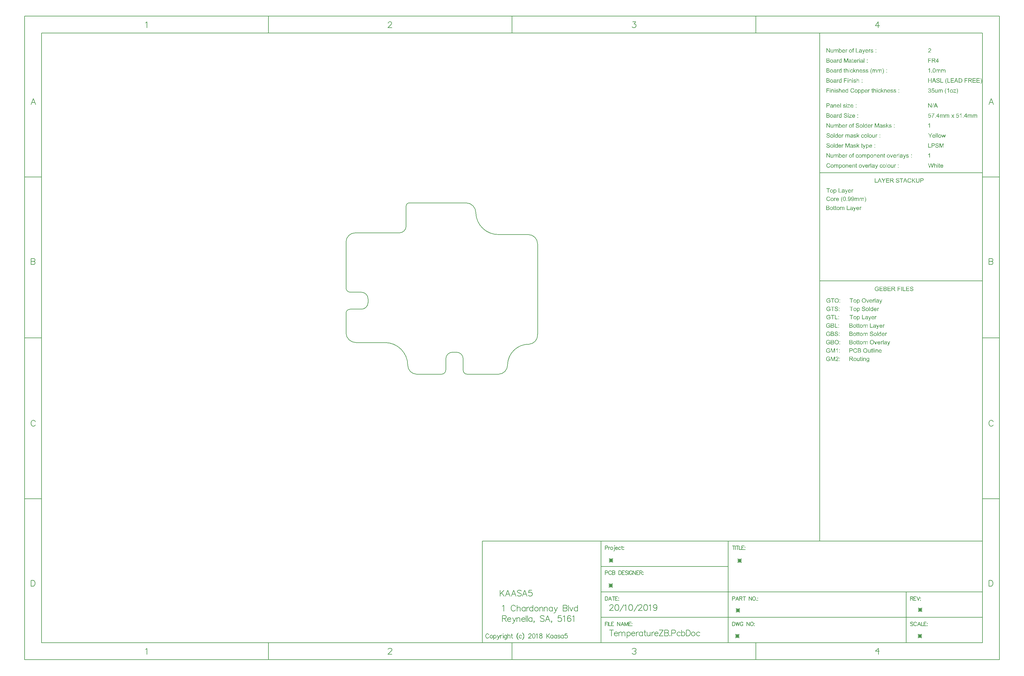
<source format=gm1>
G04*
G04 #@! TF.GenerationSoftware,Altium Limited,Altium Designer,19.1.8 (144)*
G04*
G04 Layer_Color=16711935*
%FSLAX44Y44*%
%MOMM*%
G71*
G01*
G75*
%ADD12C,0.2000*%
%ADD13C,0.2540*%
%ADD15C,0.1270*%
%ADD16C,0.1778*%
G36*
X1547701Y50781D02*
X1546121D01*
Y52576D01*
X1547701D01*
Y50781D01*
D02*
G37*
G36*
X1554763Y49240D02*
X1554958Y49221D01*
X1555192Y49182D01*
X1555465Y49123D01*
X1555718Y49045D01*
X1555992Y48948D01*
X1556030Y48928D01*
X1556109Y48889D01*
X1556226Y48831D01*
X1556382Y48733D01*
X1556557Y48616D01*
X1556733Y48480D01*
X1556908Y48324D01*
X1557045Y48148D01*
X1557064Y48129D01*
X1557103Y48070D01*
X1557162Y47953D01*
X1557240Y47816D01*
X1557318Y47660D01*
X1557396Y47465D01*
X1557474Y47231D01*
X1557533Y46997D01*
Y46978D01*
X1557552Y46919D01*
X1557572Y46802D01*
X1557591Y46646D01*
Y46431D01*
X1557611Y46158D01*
X1557630Y45846D01*
Y45456D01*
Y39760D01*
X1556050D01*
Y45398D01*
Y45417D01*
Y45437D01*
Y45554D01*
Y45729D01*
X1556030Y45944D01*
X1556011Y46158D01*
X1555972Y46412D01*
X1555914Y46627D01*
X1555855Y46822D01*
Y46841D01*
X1555816Y46900D01*
X1555777Y46997D01*
X1555718Y47095D01*
X1555621Y47231D01*
X1555504Y47348D01*
X1555367Y47485D01*
X1555211Y47602D01*
X1555192Y47621D01*
X1555133Y47641D01*
X1555036Y47699D01*
X1554899Y47758D01*
X1554743Y47797D01*
X1554548Y47856D01*
X1554353Y47875D01*
X1554119Y47895D01*
X1553943D01*
X1553768Y47856D01*
X1553514Y47816D01*
X1553241Y47738D01*
X1552968Y47621D01*
X1552656Y47465D01*
X1552383Y47251D01*
X1552344Y47212D01*
X1552266Y47114D01*
X1552149Y46958D01*
X1552090Y46841D01*
X1552032Y46705D01*
X1551953Y46549D01*
X1551895Y46373D01*
X1551837Y46178D01*
X1551778Y45963D01*
X1551719Y45710D01*
X1551700Y45437D01*
X1551661Y45144D01*
Y44832D01*
Y39760D01*
X1550081D01*
Y49045D01*
X1551505D01*
Y47719D01*
X1551524Y47738D01*
X1551544Y47777D01*
X1551602Y47856D01*
X1551700Y47953D01*
X1551797Y48070D01*
X1551934Y48207D01*
X1552071Y48343D01*
X1552246Y48499D01*
X1552461Y48636D01*
X1552675Y48772D01*
X1552909Y48909D01*
X1553183Y49026D01*
X1553456Y49123D01*
X1553768Y49201D01*
X1554099Y49240D01*
X1554450Y49260D01*
X1554587D01*
X1554763Y49240D01*
D02*
G37*
G36*
X1538669Y39760D02*
X1537265D01*
Y41106D01*
X1537245Y41087D01*
X1537206Y41047D01*
X1537148Y40969D01*
X1537070Y40872D01*
X1536953Y40735D01*
X1536816Y40618D01*
X1536660Y40462D01*
X1536484Y40326D01*
X1536289Y40189D01*
X1536075Y40033D01*
X1535821Y39916D01*
X1535567Y39799D01*
X1535275Y39682D01*
X1534982Y39604D01*
X1534651Y39565D01*
X1534319Y39545D01*
X1534182D01*
X1534026Y39565D01*
X1533812Y39584D01*
X1533578Y39623D01*
X1533324Y39682D01*
X1533051Y39760D01*
X1532778Y39857D01*
X1532739Y39877D01*
X1532661Y39916D01*
X1532544Y39975D01*
X1532388Y40072D01*
X1532212Y40189D01*
X1532037Y40326D01*
X1531881Y40462D01*
X1531725Y40638D01*
X1531705Y40657D01*
X1531666Y40716D01*
X1531608Y40833D01*
X1531549Y40969D01*
X1531451Y41145D01*
X1531373Y41340D01*
X1531295Y41555D01*
X1531237Y41808D01*
Y41828D01*
X1531217Y41906D01*
Y42003D01*
X1531198Y42159D01*
X1531178Y42374D01*
Y42628D01*
X1531159Y42920D01*
Y43271D01*
Y49045D01*
X1532739D01*
Y43876D01*
Y43857D01*
Y43818D01*
Y43759D01*
Y43681D01*
Y43466D01*
X1532758Y43213D01*
Y42940D01*
X1532778Y42667D01*
X1532797Y42413D01*
X1532817Y42218D01*
Y42198D01*
X1532856Y42120D01*
X1532895Y42003D01*
X1532953Y41867D01*
X1533031Y41711D01*
X1533149Y41535D01*
X1533285Y41379D01*
X1533441Y41242D01*
X1533461Y41223D01*
X1533539Y41184D01*
X1533636Y41125D01*
X1533773Y41067D01*
X1533948Y41008D01*
X1534143Y40950D01*
X1534377Y40911D01*
X1534631Y40891D01*
X1534748D01*
X1534885Y40911D01*
X1535060Y40930D01*
X1535255Y40969D01*
X1535470Y41047D01*
X1535704Y41125D01*
X1535938Y41242D01*
X1535958Y41262D01*
X1536036Y41321D01*
X1536153Y41399D01*
X1536289Y41516D01*
X1536426Y41652D01*
X1536582Y41828D01*
X1536699Y42023D01*
X1536816Y42237D01*
X1536835Y42276D01*
X1536855Y42354D01*
X1536894Y42491D01*
X1536953Y42706D01*
X1537011Y42959D01*
X1537050Y43271D01*
X1537070Y43642D01*
X1537089Y44052D01*
Y49045D01*
X1538669D01*
Y39760D01*
D02*
G37*
G36*
X1547701D02*
X1546121D01*
Y49045D01*
X1547701D01*
Y39760D01*
D02*
G37*
G36*
X1514656Y52557D02*
X1514812D01*
X1515202Y52537D01*
X1515612Y52498D01*
X1516041Y52420D01*
X1516450Y52342D01*
X1516646Y52284D01*
X1516821Y52225D01*
X1516841D01*
X1516860Y52206D01*
X1516977Y52167D01*
X1517133Y52069D01*
X1517328Y51933D01*
X1517562Y51776D01*
X1517796Y51562D01*
X1518031Y51308D01*
X1518245Y50996D01*
X1518265Y50957D01*
X1518323Y50840D01*
X1518421Y50665D01*
X1518518Y50430D01*
X1518616Y50138D01*
X1518713Y49806D01*
X1518772Y49455D01*
X1518791Y49065D01*
Y49045D01*
Y49006D01*
Y48928D01*
X1518772Y48831D01*
Y48714D01*
X1518752Y48577D01*
X1518674Y48265D01*
X1518577Y47895D01*
X1518421Y47524D01*
X1518186Y47134D01*
X1518050Y46939D01*
X1517894Y46763D01*
X1517855Y46724D01*
X1517796Y46685D01*
X1517738Y46607D01*
X1517640Y46549D01*
X1517523Y46451D01*
X1517387Y46373D01*
X1517231Y46275D01*
X1517055Y46178D01*
X1516841Y46080D01*
X1516626Y45983D01*
X1516372Y45885D01*
X1516119Y45788D01*
X1515826Y45710D01*
X1515514Y45651D01*
X1515182Y45593D01*
X1515222Y45573D01*
X1515300Y45534D01*
X1515417Y45476D01*
X1515553Y45398D01*
X1515885Y45183D01*
X1516060Y45066D01*
X1516197Y44949D01*
X1516236Y44910D01*
X1516333Y44832D01*
X1516470Y44676D01*
X1516646Y44481D01*
X1516860Y44227D01*
X1517094Y43934D01*
X1517348Y43603D01*
X1517601Y43232D01*
X1519825Y39760D01*
X1517699D01*
X1516002Y42413D01*
Y42432D01*
X1515963Y42471D01*
X1515924Y42530D01*
X1515885Y42608D01*
X1515748Y42803D01*
X1515573Y43057D01*
X1515378Y43349D01*
X1515163Y43642D01*
X1514968Y43915D01*
X1514773Y44169D01*
X1514753Y44188D01*
X1514695Y44266D01*
X1514597Y44383D01*
X1514500Y44520D01*
X1514207Y44793D01*
X1514070Y44929D01*
X1513914Y45027D01*
X1513895Y45046D01*
X1513856Y45066D01*
X1513778Y45105D01*
X1513680Y45163D01*
X1513446Y45280D01*
X1513154Y45378D01*
X1513134D01*
X1513095Y45398D01*
X1513017D01*
X1512920Y45417D01*
X1512783Y45437D01*
X1512627D01*
X1512432Y45456D01*
X1510247D01*
Y39760D01*
X1508550D01*
Y52576D01*
X1514500D01*
X1514656Y52557D01*
D02*
G37*
G36*
X1542980Y49045D02*
X1544560D01*
Y47816D01*
X1542980D01*
Y42374D01*
Y42354D01*
Y42276D01*
Y42159D01*
X1543000Y42023D01*
X1543019Y41730D01*
X1543039Y41613D01*
X1543058Y41516D01*
X1543078Y41477D01*
X1543117Y41399D01*
X1543195Y41301D01*
X1543312Y41203D01*
X1543351Y41184D01*
X1543448Y41164D01*
X1543624Y41125D01*
X1543858Y41106D01*
X1544053D01*
X1544151Y41125D01*
X1544268D01*
X1544560Y41164D01*
X1544775Y39780D01*
X1544736D01*
X1544658Y39760D01*
X1544541Y39741D01*
X1544365Y39721D01*
X1544190Y39682D01*
X1543995Y39662D01*
X1543585Y39643D01*
X1543448D01*
X1543292Y39662D01*
X1543097Y39682D01*
X1542883Y39701D01*
X1542649Y39760D01*
X1542434Y39818D01*
X1542239Y39897D01*
X1542219Y39916D01*
X1542161Y39955D01*
X1542083Y40014D01*
X1541985Y40092D01*
X1541868Y40189D01*
X1541771Y40306D01*
X1541654Y40443D01*
X1541576Y40599D01*
Y40618D01*
X1541556Y40696D01*
X1541517Y40813D01*
X1541498Y41008D01*
X1541459Y41262D01*
X1541439Y41399D01*
X1541420Y41574D01*
Y41769D01*
X1541400Y41984D01*
Y42218D01*
Y42471D01*
Y47816D01*
X1540230D01*
Y49045D01*
X1541400D01*
Y51328D01*
X1542980Y52284D01*
Y49045D01*
D02*
G37*
G36*
X1525307Y49240D02*
X1525482Y49221D01*
X1525658Y49201D01*
X1525872Y49162D01*
X1526107Y49104D01*
X1526594Y48948D01*
X1526848Y48850D01*
X1527121Y48733D01*
X1527374Y48577D01*
X1527628Y48402D01*
X1527882Y48207D01*
X1528116Y47992D01*
X1528135Y47972D01*
X1528174Y47934D01*
X1528233Y47856D01*
X1528311Y47758D01*
X1528408Y47641D01*
X1528506Y47485D01*
X1528623Y47290D01*
X1528740Y47095D01*
X1528837Y46861D01*
X1528954Y46588D01*
X1529052Y46314D01*
X1529150Y46002D01*
X1529228Y45671D01*
X1529286Y45300D01*
X1529325Y44929D01*
X1529345Y44520D01*
Y44500D01*
Y44442D01*
Y44344D01*
Y44227D01*
X1529325Y44071D01*
Y43896D01*
X1529306Y43700D01*
X1529286Y43486D01*
X1529208Y43037D01*
X1529111Y42569D01*
X1528974Y42101D01*
X1528799Y41691D01*
Y41672D01*
X1528779Y41652D01*
X1528701Y41516D01*
X1528564Y41340D01*
X1528389Y41106D01*
X1528174Y40852D01*
X1527901Y40599D01*
X1527589Y40345D01*
X1527218Y40111D01*
X1527199D01*
X1527179Y40092D01*
X1527121Y40053D01*
X1527043Y40033D01*
X1526828Y39936D01*
X1526555Y39838D01*
X1526223Y39721D01*
X1525853Y39643D01*
X1525443Y39565D01*
X1524995Y39545D01*
X1524799D01*
X1524663Y39565D01*
X1524507Y39584D01*
X1524312Y39604D01*
X1524097Y39643D01*
X1523863Y39701D01*
X1523376Y39857D01*
X1523102Y39955D01*
X1522849Y40072D01*
X1522576Y40209D01*
X1522322Y40384D01*
X1522068Y40579D01*
X1521834Y40794D01*
X1521815Y40813D01*
X1521776Y40852D01*
X1521717Y40930D01*
X1521659Y41028D01*
X1521561Y41164D01*
X1521464Y41321D01*
X1521347Y41496D01*
X1521249Y41711D01*
X1521132Y41964D01*
X1521015Y42218D01*
X1520918Y42530D01*
X1520840Y42842D01*
X1520762Y43193D01*
X1520703Y43564D01*
X1520664Y43973D01*
X1520645Y44403D01*
Y44442D01*
Y44520D01*
X1520664Y44656D01*
Y44832D01*
X1520683Y45046D01*
X1520723Y45280D01*
X1520762Y45554D01*
X1520820Y45846D01*
X1520898Y46158D01*
X1520996Y46470D01*
X1521113Y46783D01*
X1521249Y47095D01*
X1521405Y47407D01*
X1521600Y47699D01*
X1521815Y47972D01*
X1522068Y48226D01*
X1522088Y48246D01*
X1522127Y48265D01*
X1522186Y48324D01*
X1522283Y48382D01*
X1522400Y48460D01*
X1522537Y48558D01*
X1522693Y48655D01*
X1522888Y48753D01*
X1523083Y48831D01*
X1523297Y48928D01*
X1523805Y49104D01*
X1524370Y49221D01*
X1524682Y49240D01*
X1524995Y49260D01*
X1525170D01*
X1525307Y49240D01*
D02*
G37*
G36*
X1563716D02*
X1563853Y49221D01*
X1564028Y49182D01*
X1564399Y49084D01*
X1564614Y49026D01*
X1564828Y48928D01*
X1565062Y48831D01*
X1565296Y48694D01*
X1565511Y48538D01*
X1565745Y48363D01*
X1565960Y48148D01*
X1566155Y47914D01*
Y49045D01*
X1567598D01*
Y41008D01*
Y40989D01*
Y40911D01*
Y40813D01*
Y40657D01*
X1567579Y40482D01*
Y40287D01*
X1567559Y40053D01*
X1567540Y39818D01*
X1567481Y39331D01*
X1567403Y38824D01*
X1567306Y38355D01*
X1567228Y38141D01*
X1567150Y37965D01*
Y37946D01*
X1567130Y37926D01*
X1567072Y37809D01*
X1566954Y37653D01*
X1566818Y37439D01*
X1566623Y37204D01*
X1566389Y36970D01*
X1566096Y36736D01*
X1565765Y36522D01*
X1565745D01*
X1565726Y36502D01*
X1565667Y36483D01*
X1565589Y36444D01*
X1565394Y36346D01*
X1565121Y36268D01*
X1564770Y36171D01*
X1564360Y36073D01*
X1563911Y36015D01*
X1563404Y35995D01*
X1563248D01*
X1563131Y36015D01*
X1562995D01*
X1562819Y36034D01*
X1562448Y36093D01*
X1562019Y36190D01*
X1561571Y36307D01*
X1561122Y36502D01*
X1560712Y36756D01*
X1560693D01*
X1560673Y36795D01*
X1560556Y36892D01*
X1560400Y37068D01*
X1560205Y37322D01*
X1560029Y37634D01*
X1559873Y38024D01*
X1559776Y38472D01*
X1559737Y38726D01*
Y38999D01*
X1561258Y38785D01*
Y38746D01*
X1561278Y38668D01*
X1561317Y38551D01*
X1561356Y38394D01*
X1561434Y38219D01*
X1561532Y38043D01*
X1561649Y37887D01*
X1561805Y37751D01*
X1561824Y37731D01*
X1561922Y37673D01*
X1562039Y37614D01*
X1562234Y37536D01*
X1562448Y37439D01*
X1562722Y37380D01*
X1563053Y37322D01*
X1563404Y37302D01*
X1563580D01*
X1563775Y37322D01*
X1564028Y37361D01*
X1564302Y37419D01*
X1564575Y37497D01*
X1564848Y37595D01*
X1565082Y37751D01*
X1565101Y37770D01*
X1565179Y37829D01*
X1565277Y37926D01*
X1565414Y38063D01*
X1565550Y38238D01*
X1565667Y38433D01*
X1565784Y38687D01*
X1565882Y38960D01*
Y38980D01*
X1565901Y39058D01*
X1565921Y39194D01*
X1565940Y39389D01*
X1565979Y39662D01*
Y39838D01*
X1565999Y40014D01*
Y40228D01*
Y40443D01*
Y40696D01*
Y40969D01*
X1565979Y40950D01*
X1565960Y40911D01*
X1565901Y40852D01*
X1565823Y40774D01*
X1565706Y40696D01*
X1565589Y40579D01*
X1565296Y40365D01*
X1564926Y40150D01*
X1564477Y39955D01*
X1564243Y39877D01*
X1563990Y39818D01*
X1563716Y39780D01*
X1563443Y39760D01*
X1563268D01*
X1563131Y39780D01*
X1562975Y39799D01*
X1562780Y39838D01*
X1562585Y39877D01*
X1562351Y39936D01*
X1562117Y39994D01*
X1561883Y40092D01*
X1561629Y40209D01*
X1561395Y40345D01*
X1561141Y40501D01*
X1560907Y40677D01*
X1560693Y40891D01*
X1560478Y41125D01*
X1560459Y41145D01*
X1560439Y41184D01*
X1560381Y41262D01*
X1560322Y41379D01*
X1560244Y41516D01*
X1560146Y41672D01*
X1560049Y41847D01*
X1559951Y42062D01*
X1559854Y42296D01*
X1559756Y42550D01*
X1559678Y42823D01*
X1559581Y43115D01*
X1559464Y43739D01*
X1559444Y44091D01*
X1559425Y44442D01*
Y44461D01*
Y44500D01*
Y44578D01*
Y44676D01*
X1559444Y44793D01*
Y44929D01*
X1559483Y45241D01*
X1559542Y45632D01*
X1559620Y46041D01*
X1559737Y46470D01*
X1559893Y46900D01*
Y46919D01*
X1559913Y46958D01*
X1559951Y47017D01*
X1559991Y47095D01*
X1560088Y47290D01*
X1560244Y47543D01*
X1560459Y47816D01*
X1560693Y48109D01*
X1560966Y48382D01*
X1561297Y48636D01*
X1561317D01*
X1561337Y48655D01*
X1561395Y48694D01*
X1561454Y48733D01*
X1561649Y48831D01*
X1561902Y48948D01*
X1562234Y49065D01*
X1562585Y49162D01*
X1562995Y49240D01*
X1563443Y49260D01*
X1563599D01*
X1563716Y49240D01*
D02*
G37*
G36*
X1584511Y75781D02*
X1582931D01*
Y77576D01*
X1584511D01*
Y75781D01*
D02*
G37*
G36*
X1526360Y77771D02*
X1526516Y77752D01*
X1526711Y77732D01*
X1526926Y77713D01*
X1527160Y77674D01*
X1527667Y77557D01*
X1528213Y77381D01*
X1528486Y77264D01*
X1528759Y77127D01*
X1529013Y76971D01*
X1529267Y76796D01*
X1529286Y76776D01*
X1529325Y76757D01*
X1529384Y76698D01*
X1529481Y76620D01*
X1529579Y76523D01*
X1529715Y76386D01*
X1529852Y76250D01*
X1529988Y76094D01*
X1530145Y75899D01*
X1530281Y75704D01*
X1530437Y75469D01*
X1530593Y75216D01*
X1530730Y74962D01*
X1530866Y74670D01*
X1531100Y74045D01*
X1529423Y73655D01*
Y73675D01*
X1529403Y73714D01*
X1529384Y73792D01*
X1529345Y73889D01*
X1529286Y74006D01*
X1529228Y74143D01*
X1529091Y74436D01*
X1528916Y74767D01*
X1528681Y75118D01*
X1528428Y75430D01*
X1528116Y75704D01*
X1528077Y75723D01*
X1527960Y75801D01*
X1527784Y75899D01*
X1527531Y76035D01*
X1527238Y76152D01*
X1526867Y76250D01*
X1526458Y76328D01*
X1525989Y76347D01*
X1525853D01*
X1525755Y76328D01*
X1525619D01*
X1525482Y76308D01*
X1525131Y76250D01*
X1524741Y76172D01*
X1524331Y76035D01*
X1523922Y75859D01*
X1523531Y75626D01*
X1523512D01*
X1523492Y75586D01*
X1523376Y75489D01*
X1523200Y75333D01*
X1522985Y75118D01*
X1522771Y74845D01*
X1522537Y74533D01*
X1522322Y74143D01*
X1522146Y73714D01*
Y73694D01*
X1522127Y73655D01*
X1522108Y73597D01*
X1522088Y73499D01*
X1522049Y73402D01*
X1522030Y73265D01*
X1521951Y72953D01*
X1521873Y72582D01*
X1521815Y72173D01*
X1521776Y71724D01*
X1521756Y71256D01*
Y71236D01*
Y71178D01*
Y71100D01*
Y70983D01*
X1521776Y70846D01*
Y70671D01*
X1521795Y70495D01*
X1521815Y70300D01*
X1521873Y69851D01*
X1521951Y69364D01*
X1522068Y68876D01*
X1522224Y68408D01*
Y68388D01*
X1522244Y68349D01*
X1522283Y68291D01*
X1522322Y68213D01*
X1522420Y67979D01*
X1522576Y67725D01*
X1522790Y67413D01*
X1523044Y67120D01*
X1523336Y66828D01*
X1523688Y66574D01*
X1523707D01*
X1523727Y66555D01*
X1523785Y66516D01*
X1523863Y66477D01*
X1524078Y66399D01*
X1524351Y66281D01*
X1524663Y66184D01*
X1525034Y66086D01*
X1525443Y66008D01*
X1525872Y65989D01*
X1526009D01*
X1526107Y66008D01*
X1526223D01*
X1526380Y66028D01*
X1526711Y66086D01*
X1527082Y66184D01*
X1527491Y66340D01*
X1527882Y66535D01*
X1528272Y66808D01*
X1528291Y66828D01*
X1528311Y66847D01*
X1528428Y66964D01*
X1528603Y67159D01*
X1528818Y67413D01*
X1529033Y67764D01*
X1529267Y68174D01*
X1529462Y68681D01*
X1529618Y69247D01*
X1531315Y68817D01*
Y68798D01*
X1531295Y68720D01*
X1531256Y68622D01*
X1531217Y68466D01*
X1531139Y68310D01*
X1531061Y68096D01*
X1530983Y67881D01*
X1530866Y67647D01*
X1530613Y67120D01*
X1530262Y66594D01*
X1529871Y66086D01*
X1529637Y65852D01*
X1529384Y65638D01*
X1529364Y65618D01*
X1529325Y65599D01*
X1529247Y65540D01*
X1529130Y65462D01*
X1528994Y65384D01*
X1528837Y65287D01*
X1528662Y65189D01*
X1528447Y65092D01*
X1528213Y64994D01*
X1527960Y64896D01*
X1527667Y64799D01*
X1527374Y64721D01*
X1526731Y64584D01*
X1526380Y64565D01*
X1526009Y64545D01*
X1525814D01*
X1525658Y64565D01*
X1525482D01*
X1525287Y64584D01*
X1525053Y64623D01*
X1524819Y64643D01*
X1524273Y64760D01*
X1523707Y64896D01*
X1523161Y65111D01*
X1522888Y65228D01*
X1522634Y65384D01*
X1522615Y65404D01*
X1522576Y65423D01*
X1522517Y65482D01*
X1522420Y65540D01*
X1522186Y65735D01*
X1521912Y66008D01*
X1521581Y66340D01*
X1521269Y66769D01*
X1520937Y67257D01*
X1520664Y67823D01*
Y67842D01*
X1520645Y67901D01*
X1520605Y67979D01*
X1520566Y68096D01*
X1520508Y68252D01*
X1520449Y68427D01*
X1520391Y68622D01*
X1520332Y68857D01*
X1520274Y69090D01*
X1520215Y69364D01*
X1520098Y69949D01*
X1520020Y70573D01*
X1520001Y71256D01*
Y71275D01*
Y71353D01*
Y71451D01*
X1520020Y71588D01*
Y71763D01*
X1520040Y71978D01*
X1520059Y72192D01*
X1520098Y72446D01*
X1520196Y72992D01*
X1520313Y73577D01*
X1520508Y74182D01*
X1520762Y74748D01*
Y74767D01*
X1520800Y74806D01*
X1520840Y74884D01*
X1520898Y75001D01*
X1520976Y75118D01*
X1521074Y75255D01*
X1521327Y75586D01*
X1521620Y75957D01*
X1521991Y76328D01*
X1522439Y76698D01*
X1522927Y77010D01*
X1522946D01*
X1522985Y77049D01*
X1523063Y77088D01*
X1523180Y77127D01*
X1523297Y77186D01*
X1523454Y77264D01*
X1523649Y77323D01*
X1523844Y77401D01*
X1524058Y77479D01*
X1524292Y77537D01*
X1524819Y77674D01*
X1525404Y77752D01*
X1526028Y77791D01*
X1526223D01*
X1526360Y77771D01*
D02*
G37*
G36*
X1591573Y74240D02*
X1591768Y74221D01*
X1592002Y74182D01*
X1592275Y74123D01*
X1592529Y74045D01*
X1592802Y73948D01*
X1592841Y73928D01*
X1592919Y73889D01*
X1593036Y73831D01*
X1593192Y73733D01*
X1593367Y73616D01*
X1593543Y73480D01*
X1593718Y73324D01*
X1593855Y73148D01*
X1593875Y73128D01*
X1593914Y73070D01*
X1593972Y72953D01*
X1594050Y72816D01*
X1594128Y72660D01*
X1594206Y72465D01*
X1594284Y72231D01*
X1594343Y71997D01*
Y71978D01*
X1594362Y71919D01*
X1594382Y71802D01*
X1594401Y71646D01*
Y71431D01*
X1594421Y71158D01*
X1594440Y70846D01*
Y70456D01*
Y64760D01*
X1592860D01*
Y70398D01*
Y70417D01*
Y70437D01*
Y70554D01*
Y70729D01*
X1592841Y70944D01*
X1592821Y71158D01*
X1592782Y71412D01*
X1592724Y71627D01*
X1592665Y71821D01*
Y71841D01*
X1592626Y71900D01*
X1592587Y71997D01*
X1592529Y72095D01*
X1592431Y72231D01*
X1592314Y72348D01*
X1592177Y72485D01*
X1592021Y72602D01*
X1592002Y72621D01*
X1591943Y72641D01*
X1591846Y72699D01*
X1591709Y72758D01*
X1591553Y72797D01*
X1591358Y72855D01*
X1591163Y72875D01*
X1590929Y72894D01*
X1590753D01*
X1590578Y72855D01*
X1590324Y72816D01*
X1590051Y72738D01*
X1589778Y72621D01*
X1589466Y72465D01*
X1589193Y72251D01*
X1589154Y72212D01*
X1589076Y72114D01*
X1588959Y71958D01*
X1588900Y71841D01*
X1588842Y71705D01*
X1588764Y71548D01*
X1588705Y71373D01*
X1588647Y71178D01*
X1588588Y70963D01*
X1588530Y70710D01*
X1588510Y70437D01*
X1588471Y70144D01*
Y69832D01*
Y64760D01*
X1586891D01*
Y74045D01*
X1588315D01*
Y72719D01*
X1588334Y72738D01*
X1588354Y72777D01*
X1588412Y72855D01*
X1588510Y72953D01*
X1588607Y73070D01*
X1588744Y73207D01*
X1588881Y73343D01*
X1589056Y73499D01*
X1589271Y73636D01*
X1589485Y73772D01*
X1589720Y73909D01*
X1589993Y74026D01*
X1590266Y74123D01*
X1590578Y74201D01*
X1590909Y74240D01*
X1591261Y74260D01*
X1591397D01*
X1591573Y74240D01*
D02*
G37*
G36*
X1571500Y64760D02*
X1570095D01*
Y66106D01*
X1570076Y66086D01*
X1570037Y66047D01*
X1569978Y65969D01*
X1569900Y65872D01*
X1569783Y65735D01*
X1569646Y65618D01*
X1569491Y65462D01*
X1569315Y65326D01*
X1569120Y65189D01*
X1568905Y65033D01*
X1568652Y64916D01*
X1568398Y64799D01*
X1568105Y64682D01*
X1567813Y64604D01*
X1567481Y64565D01*
X1567150Y64545D01*
X1567013D01*
X1566857Y64565D01*
X1566642Y64584D01*
X1566408Y64623D01*
X1566155Y64682D01*
X1565882Y64760D01*
X1565609Y64858D01*
X1565569Y64877D01*
X1565491Y64916D01*
X1565374Y64974D01*
X1565218Y65072D01*
X1565043Y65189D01*
X1564867Y65326D01*
X1564711Y65462D01*
X1564555Y65638D01*
X1564536Y65657D01*
X1564497Y65716D01*
X1564438Y65833D01*
X1564380Y65969D01*
X1564282Y66145D01*
X1564204Y66340D01*
X1564126Y66555D01*
X1564068Y66808D01*
Y66828D01*
X1564048Y66906D01*
Y67003D01*
X1564028Y67159D01*
X1564009Y67374D01*
Y67628D01*
X1563990Y67920D01*
Y68271D01*
Y74045D01*
X1565569D01*
Y68876D01*
Y68857D01*
Y68817D01*
Y68759D01*
Y68681D01*
Y68466D01*
X1565589Y68213D01*
Y67940D01*
X1565609Y67667D01*
X1565628Y67413D01*
X1565648Y67218D01*
Y67198D01*
X1565687Y67120D01*
X1565726Y67003D01*
X1565784Y66867D01*
X1565862Y66711D01*
X1565979Y66535D01*
X1566116Y66379D01*
X1566272Y66242D01*
X1566291Y66223D01*
X1566369Y66184D01*
X1566467Y66125D01*
X1566603Y66067D01*
X1566779Y66008D01*
X1566974Y65950D01*
X1567208Y65911D01*
X1567462Y65891D01*
X1567579D01*
X1567715Y65911D01*
X1567891Y65930D01*
X1568086Y65969D01*
X1568300Y66047D01*
X1568535Y66125D01*
X1568769Y66242D01*
X1568788Y66262D01*
X1568866Y66321D01*
X1568983Y66399D01*
X1569120Y66516D01*
X1569256Y66652D01*
X1569413Y66828D01*
X1569530Y67023D01*
X1569646Y67237D01*
X1569666Y67276D01*
X1569686Y67354D01*
X1569725Y67491D01*
X1569783Y67705D01*
X1569842Y67959D01*
X1569881Y68271D01*
X1569900Y68642D01*
X1569920Y69051D01*
Y74045D01*
X1571500D01*
Y64760D01*
D02*
G37*
G36*
X1584511D02*
X1582931D01*
Y74045D01*
X1584511D01*
Y64760D01*
D02*
G37*
G36*
X1580493D02*
X1578913D01*
Y77576D01*
X1580493D01*
Y64760D01*
D02*
G37*
G36*
X1538493Y77557D02*
X1538630D01*
X1538962Y77537D01*
X1539332Y77479D01*
X1539722Y77420D01*
X1540113Y77323D01*
X1540464Y77186D01*
X1540483D01*
X1540503Y77167D01*
X1540620Y77108D01*
X1540776Y77010D01*
X1540971Y76893D01*
X1541205Y76718D01*
X1541439Y76503D01*
X1541654Y76269D01*
X1541868Y75977D01*
X1541888Y75938D01*
X1541946Y75840D01*
X1542024Y75665D01*
X1542122Y75450D01*
X1542219Y75196D01*
X1542297Y74923D01*
X1542356Y74611D01*
X1542375Y74279D01*
Y74240D01*
Y74143D01*
X1542356Y73987D01*
X1542317Y73772D01*
X1542258Y73538D01*
X1542180Y73285D01*
X1542083Y72992D01*
X1541927Y72719D01*
X1541907Y72680D01*
X1541849Y72602D01*
X1541732Y72465D01*
X1541595Y72309D01*
X1541400Y72114D01*
X1541166Y71939D01*
X1540893Y71743D01*
X1540561Y71568D01*
X1540581D01*
X1540620Y71548D01*
X1540678Y71529D01*
X1540756Y71509D01*
X1540971Y71412D01*
X1541225Y71295D01*
X1541517Y71119D01*
X1541810Y70924D01*
X1542102Y70690D01*
X1542356Y70398D01*
X1542375Y70359D01*
X1542453Y70261D01*
X1542551Y70085D01*
X1542688Y69851D01*
X1542805Y69559D01*
X1542902Y69247D01*
X1542980Y68876D01*
X1543000Y68466D01*
Y68427D01*
Y68310D01*
X1542980Y68135D01*
X1542961Y67920D01*
X1542902Y67667D01*
X1542844Y67374D01*
X1542746Y67081D01*
X1542610Y66789D01*
X1542590Y66750D01*
X1542551Y66652D01*
X1542453Y66516D01*
X1542356Y66340D01*
X1542219Y66145D01*
X1542063Y65950D01*
X1541868Y65755D01*
X1541673Y65579D01*
X1541654Y65560D01*
X1541576Y65521D01*
X1541459Y65443D01*
X1541283Y65345D01*
X1541088Y65248D01*
X1540834Y65150D01*
X1540561Y65052D01*
X1540269Y64955D01*
X1540230D01*
X1540113Y64916D01*
X1539937Y64896D01*
X1539703Y64858D01*
X1539391Y64819D01*
X1539040Y64799D01*
X1538650Y64760D01*
X1533324D01*
Y77576D01*
X1538357D01*
X1538493Y77557D01*
D02*
G37*
G36*
X1514090D02*
X1514402Y77537D01*
X1514734Y77518D01*
X1515046Y77479D01*
X1515319Y77440D01*
X1515358D01*
X1515475Y77401D01*
X1515651Y77362D01*
X1515865Y77303D01*
X1516119Y77225D01*
X1516372Y77127D01*
X1516646Y76991D01*
X1516899Y76835D01*
X1516919Y76815D01*
X1517016Y76757D01*
X1517133Y76659D01*
X1517270Y76523D01*
X1517426Y76347D01*
X1517601Y76133D01*
X1517777Y75899D01*
X1517933Y75606D01*
X1517953Y75567D01*
X1517991Y75469D01*
X1518050Y75313D01*
X1518128Y75099D01*
X1518206Y74845D01*
X1518265Y74553D01*
X1518304Y74221D01*
X1518323Y73870D01*
Y73850D01*
Y73792D01*
Y73714D01*
X1518304Y73597D01*
X1518284Y73460D01*
X1518265Y73285D01*
X1518245Y73109D01*
X1518186Y72914D01*
X1518069Y72465D01*
X1517874Y72017D01*
X1517757Y71782D01*
X1517621Y71548D01*
X1517465Y71314D01*
X1517270Y71100D01*
X1517250Y71080D01*
X1517211Y71061D01*
X1517153Y71002D01*
X1517075Y70924D01*
X1516938Y70846D01*
X1516801Y70749D01*
X1516626Y70651D01*
X1516411Y70554D01*
X1516177Y70437D01*
X1515904Y70339D01*
X1515592Y70241D01*
X1515260Y70163D01*
X1514870Y70085D01*
X1514461Y70027D01*
X1514012Y70007D01*
X1513524Y69988D01*
X1510247D01*
Y64760D01*
X1508550D01*
Y77576D01*
X1513797D01*
X1514090Y77557D01*
D02*
G37*
G36*
X1575811Y74045D02*
X1577391D01*
Y72816D01*
X1575811D01*
Y67374D01*
Y67354D01*
Y67276D01*
Y67159D01*
X1575830Y67023D01*
X1575850Y66730D01*
X1575869Y66613D01*
X1575889Y66516D01*
X1575908Y66477D01*
X1575947Y66399D01*
X1576025Y66301D01*
X1576142Y66203D01*
X1576181Y66184D01*
X1576279Y66164D01*
X1576455Y66125D01*
X1576689Y66106D01*
X1576884D01*
X1576981Y66125D01*
X1577098D01*
X1577391Y66164D01*
X1577605Y64779D01*
X1577567D01*
X1577488Y64760D01*
X1577371Y64740D01*
X1577196Y64721D01*
X1577020Y64682D01*
X1576825Y64662D01*
X1576416Y64643D01*
X1576279D01*
X1576123Y64662D01*
X1575928Y64682D01*
X1575713Y64701D01*
X1575479Y64760D01*
X1575265Y64819D01*
X1575069Y64896D01*
X1575050Y64916D01*
X1574991Y64955D01*
X1574913Y65013D01*
X1574816Y65092D01*
X1574699Y65189D01*
X1574601Y65306D01*
X1574484Y65443D01*
X1574406Y65599D01*
Y65618D01*
X1574387Y65696D01*
X1574348Y65813D01*
X1574328Y66008D01*
X1574289Y66262D01*
X1574270Y66399D01*
X1574250Y66574D01*
Y66769D01*
X1574231Y66984D01*
Y67218D01*
Y67471D01*
Y72816D01*
X1573060D01*
Y74045D01*
X1574231D01*
Y76328D01*
X1575811Y77284D01*
Y74045D01*
D02*
G37*
G36*
X1600956Y74240D02*
X1601112Y74221D01*
X1601307Y74201D01*
X1601502Y74162D01*
X1601736Y74104D01*
X1602204Y73948D01*
X1602458Y73850D01*
X1602711Y73714D01*
X1602965Y73577D01*
X1603218Y73402D01*
X1603452Y73207D01*
X1603687Y72972D01*
X1603706Y72953D01*
X1603745Y72914D01*
X1603804Y72836D01*
X1603882Y72738D01*
X1603960Y72602D01*
X1604057Y72446D01*
X1604174Y72270D01*
X1604291Y72056D01*
X1604389Y71802D01*
X1604506Y71548D01*
X1604603Y71256D01*
X1604701Y70924D01*
X1604760Y70593D01*
X1604818Y70222D01*
X1604857Y69832D01*
X1604877Y69403D01*
Y69383D01*
Y69305D01*
Y69169D01*
X1604857Y68993D01*
X1597952D01*
Y68973D01*
Y68934D01*
X1597971Y68837D01*
Y68739D01*
X1597991Y68603D01*
X1598010Y68466D01*
X1598088Y68115D01*
X1598205Y67744D01*
X1598342Y67354D01*
X1598556Y66964D01*
X1598810Y66633D01*
X1598849Y66594D01*
X1598946Y66516D01*
X1599122Y66379D01*
X1599337Y66242D01*
X1599629Y66086D01*
X1599961Y65950D01*
X1600331Y65872D01*
X1600741Y65833D01*
X1600897D01*
X1601053Y65852D01*
X1601248Y65891D01*
X1601482Y65950D01*
X1601736Y66028D01*
X1601989Y66125D01*
X1602224Y66281D01*
X1602243Y66301D01*
X1602321Y66379D01*
X1602438Y66477D01*
X1602575Y66652D01*
X1602731Y66847D01*
X1602887Y67101D01*
X1603043Y67413D01*
X1603199Y67764D01*
X1604818Y67550D01*
Y67530D01*
X1604798Y67491D01*
X1604779Y67413D01*
X1604740Y67315D01*
X1604701Y67198D01*
X1604642Y67062D01*
X1604486Y66730D01*
X1604291Y66379D01*
X1604057Y66008D01*
X1603745Y65638D01*
X1603394Y65326D01*
X1603374D01*
X1603355Y65287D01*
X1603297Y65248D01*
X1603199Y65209D01*
X1603101Y65150D01*
X1602984Y65072D01*
X1602848Y65013D01*
X1602672Y64935D01*
X1602302Y64799D01*
X1601833Y64662D01*
X1601326Y64584D01*
X1600741Y64545D01*
X1600546D01*
X1600409Y64565D01*
X1600234Y64584D01*
X1600039Y64604D01*
X1599824Y64643D01*
X1599571Y64701D01*
X1599063Y64858D01*
X1598790Y64955D01*
X1598537Y65072D01*
X1598264Y65209D01*
X1598010Y65384D01*
X1597756Y65579D01*
X1597522Y65794D01*
X1597503Y65813D01*
X1597464Y65852D01*
X1597405Y65930D01*
X1597347Y66028D01*
X1597249Y66145D01*
X1597152Y66301D01*
X1597035Y66496D01*
X1596937Y66711D01*
X1596820Y66945D01*
X1596703Y67198D01*
X1596606Y67491D01*
X1596528Y67803D01*
X1596449Y68135D01*
X1596391Y68505D01*
X1596352Y68896D01*
X1596332Y69305D01*
Y69325D01*
Y69403D01*
Y69539D01*
X1596352Y69695D01*
X1596371Y69890D01*
X1596391Y70124D01*
X1596430Y70378D01*
X1596488Y70651D01*
X1596625Y71236D01*
X1596723Y71529D01*
X1596840Y71841D01*
X1596976Y72134D01*
X1597132Y72426D01*
X1597308Y72699D01*
X1597522Y72953D01*
X1597542Y72972D01*
X1597581Y73011D01*
X1597639Y73070D01*
X1597737Y73168D01*
X1597854Y73265D01*
X1598010Y73363D01*
X1598166Y73480D01*
X1598361Y73616D01*
X1598576Y73733D01*
X1598810Y73850D01*
X1599063Y73948D01*
X1599356Y74065D01*
X1599649Y74143D01*
X1599961Y74201D01*
X1600292Y74240D01*
X1600643Y74260D01*
X1600819D01*
X1600956Y74240D01*
D02*
G37*
G36*
X1556206Y77771D02*
X1556362D01*
X1556557Y77752D01*
X1556752Y77713D01*
X1556986Y77693D01*
X1557474Y77576D01*
X1558020Y77420D01*
X1558566Y77225D01*
X1558840Y77088D01*
X1559113Y76932D01*
X1559132D01*
X1559171Y76893D01*
X1559249Y76854D01*
X1559347Y76776D01*
X1559464Y76698D01*
X1559600Y76581D01*
X1559913Y76328D01*
X1560264Y75996D01*
X1560634Y75586D01*
X1560966Y75118D01*
X1561278Y74572D01*
Y74553D01*
X1561317Y74494D01*
X1561356Y74416D01*
X1561395Y74299D01*
X1561454Y74162D01*
X1561512Y73987D01*
X1561590Y73792D01*
X1561668Y73577D01*
X1561727Y73324D01*
X1561805Y73070D01*
X1561922Y72485D01*
X1562000Y71841D01*
X1562039Y71139D01*
Y71119D01*
Y71061D01*
Y70944D01*
X1562019Y70807D01*
Y70632D01*
X1562000Y70437D01*
X1561980Y70222D01*
X1561941Y69968D01*
X1561844Y69422D01*
X1561707Y68837D01*
X1561512Y68232D01*
X1561239Y67647D01*
Y67628D01*
X1561200Y67589D01*
X1561161Y67510D01*
X1561102Y67393D01*
X1561005Y67276D01*
X1560907Y67120D01*
X1560673Y66789D01*
X1560361Y66418D01*
X1559971Y66028D01*
X1559522Y65657D01*
X1559015Y65326D01*
X1558996D01*
X1558957Y65287D01*
X1558879Y65248D01*
X1558761Y65209D01*
X1558625Y65150D01*
X1558469Y65072D01*
X1558293Y65013D01*
X1558079Y64935D01*
X1557630Y64799D01*
X1557103Y64662D01*
X1556518Y64584D01*
X1555914Y64545D01*
X1555738D01*
X1555601Y64565D01*
X1555445D01*
X1555270Y64584D01*
X1555055Y64623D01*
X1554821Y64662D01*
X1554333Y64760D01*
X1553787Y64916D01*
X1553221Y65131D01*
X1552948Y65248D01*
X1552675Y65404D01*
X1552656Y65423D01*
X1552617Y65443D01*
X1552539Y65501D01*
X1552441Y65560D01*
X1552324Y65657D01*
X1552188Y65755D01*
X1551875Y66028D01*
X1551524Y66379D01*
X1551154Y66769D01*
X1550822Y67257D01*
X1550510Y67784D01*
Y67803D01*
X1550471Y67862D01*
X1550452Y67940D01*
X1550393Y68057D01*
X1550334Y68193D01*
X1550276Y68349D01*
X1550217Y68544D01*
X1550159Y68759D01*
X1550081Y68993D01*
X1550022Y69227D01*
X1549905Y69773D01*
X1549827Y70359D01*
X1549788Y70983D01*
Y71022D01*
Y71119D01*
X1549808Y71295D01*
Y71509D01*
X1549847Y71782D01*
X1549886Y72095D01*
X1549925Y72426D01*
X1550003Y72816D01*
X1550100Y73207D01*
X1550198Y73616D01*
X1550334Y74026D01*
X1550510Y74436D01*
X1550705Y74845D01*
X1550920Y75255D01*
X1551193Y75626D01*
X1551485Y75977D01*
X1551505Y75996D01*
X1551563Y76055D01*
X1551661Y76152D01*
X1551797Y76269D01*
X1551973Y76406D01*
X1552168Y76542D01*
X1552402Y76718D01*
X1552675Y76893D01*
X1552987Y77049D01*
X1553319Y77225D01*
X1553690Y77362D01*
X1554080Y77518D01*
X1554489Y77615D01*
X1554938Y77713D01*
X1555426Y77771D01*
X1555914Y77791D01*
X1556089D01*
X1556206Y77771D01*
D02*
G37*
G36*
X1445300Y52771D02*
X1445456D01*
X1445787Y52732D01*
X1446158Y52674D01*
X1446587Y52596D01*
X1447016Y52479D01*
X1447445Y52323D01*
X1447465D01*
X1447504Y52303D01*
X1447562Y52284D01*
X1447640Y52245D01*
X1447835Y52147D01*
X1448089Y51991D01*
X1448382Y51815D01*
X1448674Y51601D01*
X1448967Y51367D01*
X1449220Y51074D01*
X1449240Y51035D01*
X1449318Y50938D01*
X1449435Y50762D01*
X1449591Y50508D01*
X1449747Y50216D01*
X1449903Y49865D01*
X1450059Y49455D01*
X1450196Y48987D01*
X1448655Y48558D01*
Y48577D01*
X1448635Y48597D01*
X1448616Y48714D01*
X1448538Y48889D01*
X1448460Y49123D01*
X1448362Y49358D01*
X1448245Y49611D01*
X1448109Y49865D01*
X1447953Y50099D01*
X1447933Y50118D01*
X1447874Y50196D01*
X1447777Y50294D01*
X1447640Y50430D01*
X1447465Y50567D01*
X1447250Y50723D01*
X1447016Y50859D01*
X1446723Y50996D01*
X1446685Y51016D01*
X1446587Y51055D01*
X1446411Y51113D01*
X1446197Y51172D01*
X1445943Y51230D01*
X1445651Y51289D01*
X1445319Y51328D01*
X1444968Y51347D01*
X1444773D01*
X1444558Y51328D01*
X1444285Y51308D01*
X1443973Y51250D01*
X1443622Y51191D01*
X1443290Y51094D01*
X1442959Y50977D01*
X1442920Y50957D01*
X1442822Y50918D01*
X1442666Y50840D01*
X1442471Y50723D01*
X1442256Y50586D01*
X1442022Y50430D01*
X1441808Y50255D01*
X1441593Y50040D01*
X1441574Y50021D01*
X1441515Y49943D01*
X1441418Y49826D01*
X1441301Y49670D01*
X1441164Y49475D01*
X1441027Y49260D01*
X1440910Y49026D01*
X1440793Y48772D01*
Y48753D01*
X1440774Y48714D01*
X1440754Y48655D01*
X1440715Y48558D01*
X1440676Y48460D01*
X1440637Y48324D01*
X1440559Y48011D01*
X1440462Y47621D01*
X1440384Y47192D01*
X1440325Y46705D01*
X1440306Y46197D01*
Y46178D01*
Y46119D01*
Y46041D01*
X1440325Y45905D01*
Y45768D01*
X1440345Y45593D01*
X1440364Y45398D01*
X1440384Y45202D01*
X1440442Y44734D01*
X1440559Y44247D01*
X1440696Y43778D01*
X1440891Y43310D01*
Y43291D01*
X1440910Y43252D01*
X1440949Y43193D01*
X1441008Y43115D01*
X1441145Y42920D01*
X1441320Y42667D01*
X1441554Y42393D01*
X1441847Y42101D01*
X1442198Y41828D01*
X1442588Y41594D01*
X1442608D01*
X1442646Y41574D01*
X1442705Y41535D01*
X1442783Y41516D01*
X1442881Y41477D01*
X1443017Y41418D01*
X1443310Y41321D01*
X1443680Y41223D01*
X1444070Y41125D01*
X1444519Y41067D01*
X1444987Y41047D01*
X1445182D01*
X1445397Y41067D01*
X1445670Y41106D01*
X1445982Y41145D01*
X1446353Y41223D01*
X1446743Y41321D01*
X1447133Y41457D01*
X1447153D01*
X1447172Y41477D01*
X1447231Y41496D01*
X1447309Y41535D01*
X1447504Y41613D01*
X1447738Y41730D01*
X1447991Y41867D01*
X1448245Y42023D01*
X1448499Y42198D01*
X1448733Y42374D01*
Y44793D01*
X1444968D01*
Y46295D01*
X1450391D01*
Y41535D01*
X1450371Y41516D01*
X1450332Y41496D01*
X1450274Y41438D01*
X1450176Y41379D01*
X1450059Y41281D01*
X1449923Y41203D01*
X1449591Y40969D01*
X1449201Y40735D01*
X1448772Y40482D01*
X1448284Y40248D01*
X1447796Y40033D01*
X1447777D01*
X1447738Y40013D01*
X1447660Y39994D01*
X1447562Y39955D01*
X1447445Y39916D01*
X1447309Y39877D01*
X1447133Y39838D01*
X1446958Y39799D01*
X1446548Y39701D01*
X1446099Y39623D01*
X1445592Y39565D01*
X1445085Y39545D01*
X1444909D01*
X1444773Y39565D01*
X1444597D01*
X1444402Y39584D01*
X1444188Y39604D01*
X1443954Y39643D01*
X1443407Y39740D01*
X1442842Y39877D01*
X1442237Y40072D01*
X1441652Y40345D01*
X1441632Y40365D01*
X1441593Y40384D01*
X1441496Y40423D01*
X1441398Y40501D01*
X1441261Y40579D01*
X1441125Y40677D01*
X1440793Y40930D01*
X1440403Y41262D01*
X1440033Y41672D01*
X1439662Y42140D01*
X1439330Y42667D01*
Y42686D01*
X1439291Y42744D01*
X1439252Y42823D01*
X1439213Y42940D01*
X1439155Y43076D01*
X1439077Y43252D01*
X1439018Y43447D01*
X1438940Y43681D01*
X1438862Y43915D01*
X1438804Y44188D01*
X1438667Y44773D01*
X1438589Y45417D01*
X1438550Y46100D01*
Y46119D01*
Y46178D01*
Y46275D01*
X1438569Y46412D01*
Y46588D01*
X1438589Y46782D01*
X1438609Y46997D01*
X1438647Y47231D01*
X1438745Y47777D01*
X1438882Y48363D01*
X1439077Y48987D01*
X1439330Y49592D01*
Y49611D01*
X1439369Y49670D01*
X1439408Y49748D01*
X1439467Y49865D01*
X1439564Y50001D01*
X1439662Y50138D01*
X1439896Y50508D01*
X1440228Y50899D01*
X1440598Y51289D01*
X1441066Y51659D01*
X1441301Y51835D01*
X1441574Y51991D01*
X1441593D01*
X1441632Y52030D01*
X1441730Y52069D01*
X1441827Y52108D01*
X1441964Y52186D01*
X1442139Y52245D01*
X1442334Y52323D01*
X1442549Y52401D01*
X1442783Y52459D01*
X1443037Y52537D01*
X1443622Y52674D01*
X1444246Y52752D01*
X1444948Y52791D01*
X1445182D01*
X1445300Y52771D01*
D02*
G37*
G36*
X1479769Y47251D02*
X1477974D01*
Y49045D01*
X1479769D01*
Y47251D01*
D02*
G37*
G36*
X1465060Y39760D02*
X1463422D01*
Y50489D01*
X1459676Y39760D01*
X1458155D01*
X1454468Y50665D01*
Y39760D01*
X1452829D01*
Y52576D01*
X1455365D01*
X1458408Y43505D01*
Y43486D01*
X1458428Y43447D01*
X1458447Y43388D01*
X1458467Y43291D01*
X1458545Y43076D01*
X1458642Y42803D01*
X1458740Y42491D01*
X1458837Y42179D01*
X1458935Y41867D01*
X1459013Y41613D01*
X1459033Y41652D01*
X1459052Y41750D01*
X1459111Y41906D01*
X1459189Y42120D01*
X1459267Y42413D01*
X1459384Y42764D01*
X1459540Y43174D01*
X1459696Y43661D01*
X1462758Y52576D01*
X1465060D01*
Y39760D01*
D02*
G37*
G36*
X1479769D02*
X1477974D01*
Y41555D01*
X1479769D01*
Y39760D01*
D02*
G37*
G36*
X1471693Y52615D02*
X1471849Y52596D01*
X1472024Y52576D01*
X1472219Y52557D01*
X1472434Y52498D01*
X1472902Y52381D01*
X1473390Y52206D01*
X1473643Y52088D01*
X1473878Y51952D01*
X1474092Y51776D01*
X1474307Y51601D01*
X1474326Y51581D01*
X1474346Y51562D01*
X1474404Y51503D01*
X1474482Y51425D01*
X1474560Y51308D01*
X1474658Y51191D01*
X1474853Y50899D01*
X1475048Y50528D01*
X1475224Y50099D01*
X1475360Y49611D01*
X1475380Y49338D01*
X1475399Y49065D01*
Y49026D01*
Y48928D01*
X1475380Y48772D01*
X1475360Y48577D01*
X1475321Y48343D01*
X1475263Y48089D01*
X1475184Y47816D01*
X1475067Y47543D01*
X1475048Y47504D01*
X1475009Y47407D01*
X1474931Y47270D01*
X1474814Y47075D01*
X1474677Y46841D01*
X1474502Y46568D01*
X1474268Y46295D01*
X1474014Y45983D01*
X1473975Y45944D01*
X1473878Y45827D01*
X1473702Y45651D01*
X1473585Y45534D01*
X1473448Y45398D01*
X1473292Y45241D01*
X1473097Y45066D01*
X1472902Y44890D01*
X1472688Y44676D01*
X1472453Y44461D01*
X1472180Y44227D01*
X1471907Y43993D01*
X1471595Y43720D01*
X1471576Y43700D01*
X1471537Y43661D01*
X1471459Y43603D01*
X1471361Y43525D01*
X1471127Y43330D01*
X1470834Y43076D01*
X1470542Y42803D01*
X1470230Y42530D01*
X1469976Y42296D01*
X1469879Y42198D01*
X1469781Y42101D01*
X1469762Y42081D01*
X1469722Y42023D01*
X1469644Y41945D01*
X1469547Y41828D01*
X1469332Y41574D01*
X1469118Y41262D01*
X1475419D01*
Y39760D01*
X1466933D01*
Y39779D01*
Y39857D01*
Y39975D01*
X1466953Y40111D01*
X1466972Y40267D01*
X1466991Y40443D01*
X1467050Y40638D01*
X1467108Y40833D01*
Y40852D01*
X1467128Y40872D01*
X1467167Y40989D01*
X1467245Y41145D01*
X1467362Y41379D01*
X1467499Y41633D01*
X1467694Y41925D01*
X1467889Y42218D01*
X1468142Y42530D01*
Y42550D01*
X1468181Y42569D01*
X1468279Y42686D01*
X1468435Y42862D01*
X1468669Y43096D01*
X1468962Y43369D01*
X1469313Y43700D01*
X1469742Y44071D01*
X1470210Y44481D01*
X1470230Y44500D01*
X1470308Y44559D01*
X1470405Y44637D01*
X1470542Y44773D01*
X1470717Y44910D01*
X1470912Y45085D01*
X1471342Y45456D01*
X1471810Y45905D01*
X1472278Y46353D01*
X1472512Y46568D01*
X1472707Y46782D01*
X1472883Y46997D01*
X1473039Y47192D01*
Y47212D01*
X1473078Y47231D01*
X1473117Y47290D01*
X1473156Y47368D01*
X1473273Y47563D01*
X1473409Y47816D01*
X1473546Y48109D01*
X1473663Y48421D01*
X1473741Y48772D01*
X1473780Y49104D01*
Y49123D01*
Y49143D01*
X1473761Y49260D01*
X1473741Y49436D01*
X1473702Y49650D01*
X1473604Y49904D01*
X1473487Y50157D01*
X1473331Y50430D01*
X1473097Y50684D01*
X1473058Y50704D01*
X1472980Y50781D01*
X1472824Y50879D01*
X1472629Y51016D01*
X1472375Y51133D01*
X1472083Y51230D01*
X1471732Y51308D01*
X1471342Y51328D01*
X1471225D01*
X1471147Y51308D01*
X1470952Y51289D01*
X1470698Y51250D01*
X1470405Y51152D01*
X1470093Y51035D01*
X1469801Y50859D01*
X1469527Y50626D01*
X1469508Y50586D01*
X1469430Y50508D01*
X1469313Y50352D01*
X1469196Y50138D01*
X1469059Y49865D01*
X1468962Y49553D01*
X1468884Y49182D01*
X1468845Y48753D01*
X1467226Y48928D01*
Y48948D01*
Y49006D01*
X1467245Y49104D01*
X1467265Y49221D01*
X1467304Y49377D01*
X1467323Y49553D01*
X1467440Y49943D01*
X1467596Y50391D01*
X1467811Y50840D01*
X1468103Y51289D01*
X1468259Y51484D01*
X1468454Y51679D01*
X1468474Y51698D01*
X1468513Y51718D01*
X1468572Y51776D01*
X1468650Y51835D01*
X1468767Y51893D01*
X1468903Y51991D01*
X1469059Y52069D01*
X1469235Y52167D01*
X1469430Y52245D01*
X1469644Y52342D01*
X1469898Y52420D01*
X1470152Y52479D01*
X1470737Y52596D01*
X1471049Y52615D01*
X1471381Y52635D01*
X1471556D01*
X1471693Y52615D01*
D02*
G37*
G36*
X1445300Y77771D02*
X1445456D01*
X1445787Y77732D01*
X1446158Y77674D01*
X1446587Y77596D01*
X1447016Y77479D01*
X1447445Y77323D01*
X1447465D01*
X1447504Y77303D01*
X1447562Y77284D01*
X1447640Y77245D01*
X1447835Y77147D01*
X1448089Y76991D01*
X1448382Y76815D01*
X1448674Y76601D01*
X1448967Y76367D01*
X1449220Y76074D01*
X1449240Y76035D01*
X1449318Y75938D01*
X1449435Y75762D01*
X1449591Y75508D01*
X1449747Y75216D01*
X1449903Y74865D01*
X1450059Y74455D01*
X1450196Y73987D01*
X1448655Y73558D01*
Y73577D01*
X1448635Y73597D01*
X1448616Y73714D01*
X1448538Y73889D01*
X1448460Y74123D01*
X1448362Y74358D01*
X1448245Y74611D01*
X1448109Y74865D01*
X1447953Y75099D01*
X1447933Y75118D01*
X1447874Y75196D01*
X1447777Y75294D01*
X1447640Y75430D01*
X1447465Y75567D01*
X1447250Y75723D01*
X1447016Y75859D01*
X1446723Y75996D01*
X1446685Y76016D01*
X1446587Y76055D01*
X1446411Y76113D01*
X1446197Y76172D01*
X1445943Y76230D01*
X1445651Y76289D01*
X1445319Y76328D01*
X1444968Y76347D01*
X1444773D01*
X1444558Y76328D01*
X1444285Y76308D01*
X1443973Y76250D01*
X1443622Y76191D01*
X1443290Y76094D01*
X1442959Y75977D01*
X1442920Y75957D01*
X1442822Y75918D01*
X1442666Y75840D01*
X1442471Y75723D01*
X1442256Y75586D01*
X1442022Y75430D01*
X1441808Y75255D01*
X1441593Y75040D01*
X1441574Y75021D01*
X1441515Y74943D01*
X1441418Y74826D01*
X1441301Y74670D01*
X1441164Y74475D01*
X1441027Y74260D01*
X1440910Y74026D01*
X1440793Y73772D01*
Y73753D01*
X1440774Y73714D01*
X1440754Y73655D01*
X1440715Y73558D01*
X1440676Y73460D01*
X1440637Y73324D01*
X1440559Y73011D01*
X1440462Y72621D01*
X1440384Y72192D01*
X1440325Y71705D01*
X1440306Y71197D01*
Y71178D01*
Y71119D01*
Y71041D01*
X1440325Y70905D01*
Y70768D01*
X1440345Y70593D01*
X1440364Y70398D01*
X1440384Y70202D01*
X1440442Y69734D01*
X1440559Y69247D01*
X1440696Y68778D01*
X1440891Y68310D01*
Y68291D01*
X1440910Y68252D01*
X1440949Y68193D01*
X1441008Y68115D01*
X1441145Y67920D01*
X1441320Y67667D01*
X1441554Y67393D01*
X1441847Y67101D01*
X1442198Y66828D01*
X1442588Y66594D01*
X1442608D01*
X1442646Y66574D01*
X1442705Y66535D01*
X1442783Y66516D01*
X1442881Y66477D01*
X1443017Y66418D01*
X1443310Y66321D01*
X1443680Y66223D01*
X1444070Y66125D01*
X1444519Y66067D01*
X1444987Y66047D01*
X1445182D01*
X1445397Y66067D01*
X1445670Y66106D01*
X1445982Y66145D01*
X1446353Y66223D01*
X1446743Y66321D01*
X1447133Y66457D01*
X1447153D01*
X1447172Y66477D01*
X1447231Y66496D01*
X1447309Y66535D01*
X1447504Y66613D01*
X1447738Y66730D01*
X1447991Y66867D01*
X1448245Y67023D01*
X1448499Y67198D01*
X1448733Y67374D01*
Y69793D01*
X1444968D01*
Y71295D01*
X1450391D01*
Y66535D01*
X1450371Y66516D01*
X1450332Y66496D01*
X1450274Y66438D01*
X1450176Y66379D01*
X1450059Y66281D01*
X1449923Y66203D01*
X1449591Y65969D01*
X1449201Y65735D01*
X1448772Y65482D01*
X1448284Y65248D01*
X1447796Y65033D01*
X1447777D01*
X1447738Y65013D01*
X1447660Y64994D01*
X1447562Y64955D01*
X1447445Y64916D01*
X1447309Y64877D01*
X1447133Y64838D01*
X1446958Y64799D01*
X1446548Y64701D01*
X1446099Y64623D01*
X1445592Y64565D01*
X1445085Y64545D01*
X1444909D01*
X1444773Y64565D01*
X1444597D01*
X1444402Y64584D01*
X1444188Y64604D01*
X1443954Y64643D01*
X1443407Y64740D01*
X1442842Y64877D01*
X1442237Y65072D01*
X1441652Y65345D01*
X1441632Y65365D01*
X1441593Y65384D01*
X1441496Y65423D01*
X1441398Y65501D01*
X1441261Y65579D01*
X1441125Y65677D01*
X1440793Y65930D01*
X1440403Y66262D01*
X1440033Y66672D01*
X1439662Y67140D01*
X1439330Y67667D01*
Y67686D01*
X1439291Y67744D01*
X1439252Y67823D01*
X1439213Y67940D01*
X1439155Y68076D01*
X1439077Y68252D01*
X1439018Y68447D01*
X1438940Y68681D01*
X1438862Y68915D01*
X1438804Y69188D01*
X1438667Y69773D01*
X1438589Y70417D01*
X1438550Y71100D01*
Y71119D01*
Y71178D01*
Y71275D01*
X1438569Y71412D01*
Y71588D01*
X1438589Y71782D01*
X1438609Y71997D01*
X1438647Y72231D01*
X1438745Y72777D01*
X1438882Y73363D01*
X1439077Y73987D01*
X1439330Y74592D01*
Y74611D01*
X1439369Y74670D01*
X1439408Y74748D01*
X1439467Y74865D01*
X1439564Y75001D01*
X1439662Y75138D01*
X1439896Y75508D01*
X1440228Y75899D01*
X1440598Y76289D01*
X1441066Y76659D01*
X1441301Y76835D01*
X1441574Y76991D01*
X1441593D01*
X1441632Y77030D01*
X1441730Y77069D01*
X1441827Y77108D01*
X1441964Y77186D01*
X1442139Y77245D01*
X1442334Y77323D01*
X1442549Y77401D01*
X1442783Y77459D01*
X1443037Y77537D01*
X1443622Y77674D01*
X1444246Y77752D01*
X1444948Y77791D01*
X1445182D01*
X1445300Y77771D01*
D02*
G37*
G36*
X1479769Y72251D02*
X1477974D01*
Y74045D01*
X1479769D01*
Y72251D01*
D02*
G37*
G36*
X1465060Y64760D02*
X1463422D01*
Y75489D01*
X1459676Y64760D01*
X1458155D01*
X1454468Y75665D01*
Y64760D01*
X1452829D01*
Y77576D01*
X1455365D01*
X1458408Y68505D01*
Y68486D01*
X1458428Y68447D01*
X1458447Y68388D01*
X1458467Y68291D01*
X1458545Y68076D01*
X1458642Y67803D01*
X1458740Y67491D01*
X1458837Y67179D01*
X1458935Y66867D01*
X1459013Y66613D01*
X1459033Y66652D01*
X1459052Y66750D01*
X1459111Y66906D01*
X1459189Y67120D01*
X1459267Y67413D01*
X1459384Y67764D01*
X1459540Y68174D01*
X1459696Y68661D01*
X1462758Y77576D01*
X1465060D01*
Y64760D01*
D02*
G37*
G36*
X1479769D02*
X1477974D01*
Y66555D01*
X1479769D01*
Y64760D01*
D02*
G37*
G36*
X1473078D02*
X1471498D01*
Y74787D01*
X1471478Y74767D01*
X1471400Y74689D01*
X1471264Y74592D01*
X1471088Y74455D01*
X1470873Y74279D01*
X1470620Y74104D01*
X1470327Y73889D01*
X1469996Y73694D01*
X1469976D01*
X1469957Y73675D01*
X1469840Y73597D01*
X1469664Y73499D01*
X1469449Y73382D01*
X1469196Y73246D01*
X1468923Y73128D01*
X1468630Y72992D01*
X1468357Y72875D01*
Y74416D01*
X1468376D01*
X1468416Y74436D01*
X1468494Y74475D01*
X1468572Y74533D01*
X1468689Y74592D01*
X1468825Y74650D01*
X1469137Y74826D01*
X1469488Y75040D01*
X1469879Y75294D01*
X1470269Y75586D01*
X1470639Y75899D01*
X1470659Y75918D01*
X1470678Y75938D01*
X1470795Y76055D01*
X1470971Y76230D01*
X1471186Y76445D01*
X1471420Y76718D01*
X1471654Y77010D01*
X1471868Y77323D01*
X1472044Y77635D01*
X1473078D01*
Y64760D01*
D02*
G37*
G36*
X1606593Y99240D02*
X1606808Y99201D01*
X1607042Y99123D01*
X1607315Y99045D01*
X1607608Y98909D01*
X1607920Y98733D01*
X1607354Y97290D01*
X1607334Y97309D01*
X1607256Y97348D01*
X1607139Y97407D01*
X1607003Y97465D01*
X1606827Y97524D01*
X1606632Y97582D01*
X1606418Y97621D01*
X1606203Y97641D01*
X1606125D01*
X1606028Y97621D01*
X1605891Y97602D01*
X1605754Y97563D01*
X1605598Y97504D01*
X1605442Y97426D01*
X1605286Y97329D01*
X1605267Y97309D01*
X1605228Y97270D01*
X1605150Y97192D01*
X1605072Y97095D01*
X1604974Y96978D01*
X1604877Y96821D01*
X1604798Y96646D01*
X1604720Y96451D01*
X1604701Y96412D01*
X1604682Y96314D01*
X1604642Y96139D01*
X1604603Y95905D01*
X1604545Y95632D01*
X1604506Y95319D01*
X1604486Y94988D01*
X1604467Y94617D01*
Y89760D01*
X1602887D01*
Y99045D01*
X1604311D01*
Y97660D01*
X1604330Y97680D01*
X1604408Y97797D01*
X1604506Y97972D01*
X1604623Y98167D01*
X1604779Y98382D01*
X1604955Y98597D01*
X1605111Y98792D01*
X1605286Y98928D01*
X1605306Y98948D01*
X1605364Y98987D01*
X1605462Y99026D01*
X1605598Y99104D01*
X1605735Y99162D01*
X1605910Y99201D01*
X1606105Y99240D01*
X1606301Y99260D01*
X1606437D01*
X1606593Y99240D01*
D02*
G37*
G36*
X1560166D02*
X1560283D01*
X1560420Y99221D01*
X1560712Y99162D01*
X1561063Y99065D01*
X1561414Y98928D01*
X1561746Y98733D01*
X1562058Y98480D01*
X1562097Y98441D01*
X1562175Y98343D01*
X1562292Y98148D01*
X1562448Y97894D01*
X1562585Y97563D01*
X1562702Y97173D01*
X1562780Y96685D01*
X1562819Y96412D01*
Y96119D01*
Y89760D01*
X1561239D01*
Y95593D01*
Y95612D01*
Y95632D01*
Y95749D01*
Y95924D01*
X1561219Y96119D01*
X1561180Y96568D01*
X1561141Y96783D01*
X1561083Y96958D01*
Y96978D01*
X1561044Y97036D01*
X1561005Y97114D01*
X1560946Y97212D01*
X1560868Y97309D01*
X1560771Y97426D01*
X1560654Y97543D01*
X1560517Y97641D01*
X1560498Y97660D01*
X1560439Y97680D01*
X1560361Y97719D01*
X1560264Y97777D01*
X1560127Y97816D01*
X1559951Y97855D01*
X1559776Y97875D01*
X1559581Y97894D01*
X1559425D01*
X1559230Y97855D01*
X1559015Y97816D01*
X1558761Y97738D01*
X1558488Y97621D01*
X1558196Y97446D01*
X1557942Y97231D01*
X1557923Y97192D01*
X1557845Y97114D01*
X1557747Y96958D01*
X1557630Y96724D01*
X1557494Y96431D01*
X1557396Y96080D01*
X1557318Y95651D01*
X1557298Y95144D01*
Y89760D01*
X1555718D01*
Y95788D01*
Y95807D01*
Y95827D01*
Y95885D01*
Y95963D01*
X1555699Y96158D01*
X1555679Y96373D01*
X1555621Y96646D01*
X1555562Y96900D01*
X1555465Y97153D01*
X1555328Y97368D01*
X1555309Y97387D01*
X1555250Y97446D01*
X1555172Y97543D01*
X1555036Y97641D01*
X1554860Y97719D01*
X1554646Y97816D01*
X1554392Y97875D01*
X1554080Y97894D01*
X1553963D01*
X1553846Y97875D01*
X1553670Y97855D01*
X1553495Y97816D01*
X1553280Y97738D01*
X1553065Y97660D01*
X1552851Y97543D01*
X1552831Y97524D01*
X1552753Y97485D01*
X1552656Y97387D01*
X1552539Y97290D01*
X1552402Y97134D01*
X1552266Y96958D01*
X1552149Y96743D01*
X1552032Y96509D01*
X1552012Y96470D01*
X1551992Y96392D01*
X1551953Y96236D01*
X1551915Y96022D01*
X1551856Y95749D01*
X1551817Y95417D01*
X1551797Y95027D01*
X1551778Y94578D01*
Y89760D01*
X1550198D01*
Y99045D01*
X1551602D01*
Y97738D01*
X1551622Y97777D01*
X1551680Y97855D01*
X1551778Y97972D01*
X1551915Y98128D01*
X1552071Y98304D01*
X1552266Y98480D01*
X1552500Y98675D01*
X1552753Y98831D01*
X1552792Y98850D01*
X1552890Y98889D01*
X1553046Y98967D01*
X1553241Y99045D01*
X1553495Y99123D01*
X1553768Y99201D01*
X1554099Y99240D01*
X1554431Y99260D01*
X1554606D01*
X1554802Y99240D01*
X1555036Y99201D01*
X1555289Y99162D01*
X1555582Y99084D01*
X1555855Y98967D01*
X1556109Y98831D01*
X1556148Y98811D01*
X1556226Y98753D01*
X1556343Y98655D01*
X1556479Y98519D01*
X1556635Y98343D01*
X1556791Y98148D01*
X1556928Y97894D01*
X1557045Y97621D01*
X1557064Y97641D01*
X1557103Y97699D01*
X1557162Y97777D01*
X1557240Y97875D01*
X1557357Y98012D01*
X1557494Y98148D01*
X1557650Y98285D01*
X1557825Y98441D01*
X1558020Y98597D01*
X1558235Y98733D01*
X1558742Y99006D01*
X1559015Y99104D01*
X1559308Y99182D01*
X1559600Y99240D01*
X1559932Y99260D01*
X1560069D01*
X1560166Y99240D01*
D02*
G37*
G36*
X1588042Y89760D02*
X1586559D01*
X1583029Y99045D01*
X1584687D01*
X1586676Y93466D01*
X1586696Y93427D01*
X1586735Y93310D01*
X1586793Y93135D01*
X1586871Y92901D01*
X1586969Y92627D01*
X1587066Y92315D01*
X1587184Y91964D01*
X1587281Y91613D01*
X1587301Y91652D01*
X1587320Y91750D01*
X1587379Y91906D01*
X1587437Y92101D01*
X1587515Y92354D01*
X1587613Y92667D01*
X1587730Y92998D01*
X1587866Y93369D01*
X1589934Y99045D01*
X1591553D01*
X1588042Y89760D01*
D02*
G37*
G36*
X1626861Y89604D02*
Y89584D01*
X1626842Y89545D01*
X1626803Y89467D01*
X1626764Y89350D01*
X1626725Y89233D01*
X1626666Y89097D01*
X1626549Y88765D01*
X1626393Y88414D01*
X1626256Y88082D01*
X1626120Y87751D01*
X1626042Y87614D01*
X1625983Y87497D01*
X1625964Y87458D01*
X1625905Y87380D01*
X1625827Y87243D01*
X1625710Y87068D01*
X1625554Y86892D01*
X1625398Y86697D01*
X1625203Y86522D01*
X1625008Y86366D01*
X1624989Y86346D01*
X1624910Y86307D01*
X1624793Y86249D01*
X1624637Y86190D01*
X1624462Y86112D01*
X1624228Y86054D01*
X1623994Y86015D01*
X1623721Y85995D01*
X1623642D01*
X1623545Y86015D01*
X1623428D01*
X1623272Y86034D01*
X1623096Y86073D01*
X1622706Y86190D01*
X1622531Y87653D01*
X1622550D01*
X1622609Y87634D01*
X1622706Y87614D01*
X1622843Y87575D01*
X1623116Y87517D01*
X1623428Y87497D01*
X1623525D01*
X1623604Y87517D01*
X1623740D01*
X1624013Y87575D01*
X1624150Y87614D01*
X1624267Y87673D01*
X1624286D01*
X1624325Y87712D01*
X1624384Y87751D01*
X1624442Y87809D01*
X1624618Y87965D01*
X1624793Y88180D01*
Y88199D01*
X1624813Y88238D01*
X1624852Y88297D01*
X1624910Y88414D01*
X1624969Y88570D01*
X1625047Y88765D01*
X1625145Y89038D01*
X1625262Y89350D01*
X1625281Y89370D01*
X1625301Y89448D01*
X1625359Y89565D01*
X1625418Y89740D01*
X1621887Y99045D01*
X1623564D01*
X1625496Y93700D01*
Y93681D01*
X1625515Y93661D01*
X1625535Y93603D01*
X1625554Y93525D01*
X1625632Y93310D01*
X1625730Y93037D01*
X1625827Y92725D01*
X1625944Y92354D01*
X1626061Y91964D01*
X1626178Y91555D01*
Y91574D01*
X1626198Y91594D01*
Y91652D01*
X1626237Y91730D01*
X1626276Y91945D01*
X1626354Y92198D01*
X1626452Y92510D01*
X1626569Y92862D01*
X1626686Y93232D01*
X1626822Y93622D01*
X1628812Y99045D01*
X1630372D01*
X1626861Y89604D01*
D02*
G37*
G36*
X1617147Y99240D02*
X1617420Y99221D01*
X1617732Y99182D01*
X1618063Y99143D01*
X1618376Y99065D01*
X1618668Y98967D01*
X1618707Y98948D01*
X1618785Y98928D01*
X1618922Y98850D01*
X1619078Y98772D01*
X1619253Y98675D01*
X1619448Y98558D01*
X1619604Y98421D01*
X1619760Y98265D01*
X1619780Y98246D01*
X1619819Y98187D01*
X1619878Y98109D01*
X1619956Y97972D01*
X1620034Y97816D01*
X1620112Y97641D01*
X1620190Y97426D01*
X1620248Y97192D01*
Y97173D01*
X1620268Y97114D01*
X1620287Y97017D01*
X1620307Y96861D01*
Y96665D01*
X1620326Y96412D01*
X1620346Y96119D01*
Y95749D01*
Y93642D01*
Y93622D01*
Y93544D01*
Y93427D01*
Y93291D01*
Y93115D01*
Y92920D01*
X1620365Y92471D01*
Y91984D01*
X1620385Y91535D01*
X1620404Y91320D01*
Y91145D01*
X1620424Y90989D01*
X1620443Y90852D01*
Y90833D01*
X1620463Y90755D01*
X1620482Y90638D01*
X1620521Y90501D01*
X1620580Y90345D01*
X1620658Y90150D01*
X1620833Y89760D01*
X1619195D01*
X1619175Y89779D01*
X1619156Y89838D01*
X1619117Y89955D01*
X1619058Y90092D01*
X1619000Y90267D01*
X1618961Y90462D01*
X1618922Y90677D01*
X1618883Y90930D01*
X1618844Y90891D01*
X1618727Y90813D01*
X1618571Y90677D01*
X1618336Y90521D01*
X1618083Y90326D01*
X1617790Y90150D01*
X1617498Y89994D01*
X1617186Y89858D01*
X1617147Y89838D01*
X1617049Y89818D01*
X1616893Y89760D01*
X1616678Y89701D01*
X1616405Y89643D01*
X1616113Y89604D01*
X1615801Y89565D01*
X1615449Y89545D01*
X1615313D01*
X1615196Y89565D01*
X1615079D01*
X1614923Y89584D01*
X1614591Y89643D01*
X1614201Y89721D01*
X1613830Y89858D01*
X1613440Y90033D01*
X1613109Y90287D01*
X1613070Y90326D01*
X1612972Y90423D01*
X1612855Y90579D01*
X1612699Y90813D01*
X1612543Y91086D01*
X1612426Y91398D01*
X1612328Y91789D01*
X1612289Y92198D01*
Y92237D01*
Y92315D01*
X1612309Y92452D01*
X1612328Y92608D01*
X1612367Y92803D01*
X1612406Y93018D01*
X1612484Y93232D01*
X1612582Y93447D01*
X1612601Y93466D01*
X1612640Y93544D01*
X1612699Y93642D01*
X1612796Y93778D01*
X1612914Y93915D01*
X1613070Y94071D01*
X1613226Y94208D01*
X1613401Y94344D01*
X1613421Y94364D01*
X1613499Y94403D01*
X1613596Y94461D01*
X1613733Y94539D01*
X1613908Y94637D01*
X1614084Y94715D01*
X1614299Y94793D01*
X1614533Y94871D01*
X1614552D01*
X1614630Y94890D01*
X1614728Y94910D01*
X1614884Y94949D01*
X1615079Y94988D01*
X1615332Y95027D01*
X1615605Y95066D01*
X1615937Y95105D01*
X1615957D01*
X1616015Y95124D01*
X1616113D01*
X1616249Y95144D01*
X1616405Y95163D01*
X1616581Y95183D01*
X1617010Y95261D01*
X1617459Y95339D01*
X1617927Y95417D01*
X1618376Y95534D01*
X1618571Y95593D01*
X1618746Y95651D01*
Y95671D01*
Y95710D01*
X1618766Y95827D01*
Y95963D01*
Y96022D01*
Y96061D01*
Y96080D01*
Y96100D01*
Y96217D01*
X1618746Y96392D01*
X1618707Y96587D01*
X1618649Y96802D01*
X1618571Y97036D01*
X1618473Y97231D01*
X1618317Y97407D01*
X1618297Y97426D01*
X1618200Y97485D01*
X1618063Y97582D01*
X1617868Y97680D01*
X1617615Y97777D01*
X1617303Y97875D01*
X1616932Y97934D01*
X1616522Y97953D01*
X1616347D01*
X1616152Y97934D01*
X1615898Y97914D01*
X1615625Y97855D01*
X1615371Y97797D01*
X1615098Y97699D01*
X1614884Y97563D01*
X1614864Y97543D01*
X1614806Y97485D01*
X1614708Y97387D01*
X1614591Y97251D01*
X1614455Y97056D01*
X1614337Y96821D01*
X1614201Y96529D01*
X1614104Y96197D01*
X1612562Y96412D01*
Y96431D01*
X1612582Y96451D01*
X1612601Y96568D01*
X1612660Y96743D01*
X1612718Y96978D01*
X1612816Y97231D01*
X1612933Y97485D01*
X1613070Y97758D01*
X1613245Y97992D01*
X1613265Y98012D01*
X1613343Y98090D01*
X1613440Y98207D01*
X1613596Y98343D01*
X1613791Y98480D01*
X1614045Y98636D01*
X1614318Y98792D01*
X1614630Y98928D01*
X1614650D01*
X1614669Y98948D01*
X1614728Y98967D01*
X1614786Y98987D01*
X1614981Y99026D01*
X1615235Y99104D01*
X1615547Y99162D01*
X1615898Y99201D01*
X1616308Y99240D01*
X1616737Y99260D01*
X1616932D01*
X1617147Y99240D01*
D02*
G37*
G36*
X1610397Y89760D02*
X1608817D01*
Y102576D01*
X1610397D01*
Y89760D01*
D02*
G37*
G36*
X1513719Y102557D02*
X1513856D01*
X1514188Y102537D01*
X1514558Y102479D01*
X1514948Y102420D01*
X1515338Y102323D01*
X1515690Y102186D01*
X1515709D01*
X1515729Y102167D01*
X1515846Y102108D01*
X1516002Y102010D01*
X1516197Y101893D01*
X1516431Y101718D01*
X1516665Y101503D01*
X1516880Y101269D01*
X1517094Y100977D01*
X1517114Y100938D01*
X1517172Y100840D01*
X1517250Y100665D01*
X1517348Y100450D01*
X1517445Y100196D01*
X1517523Y99923D01*
X1517582Y99611D01*
X1517601Y99279D01*
Y99240D01*
Y99143D01*
X1517582Y98987D01*
X1517543Y98772D01*
X1517484Y98538D01*
X1517406Y98285D01*
X1517309Y97992D01*
X1517153Y97719D01*
X1517133Y97680D01*
X1517075Y97602D01*
X1516958Y97465D01*
X1516821Y97309D01*
X1516626Y97114D01*
X1516392Y96939D01*
X1516119Y96743D01*
X1515787Y96568D01*
X1515807D01*
X1515846Y96548D01*
X1515904Y96529D01*
X1515982Y96509D01*
X1516197Y96412D01*
X1516450Y96295D01*
X1516743Y96119D01*
X1517036Y95924D01*
X1517328Y95690D01*
X1517582Y95398D01*
X1517601Y95358D01*
X1517679Y95261D01*
X1517777Y95085D01*
X1517913Y94851D01*
X1518031Y94559D01*
X1518128Y94247D01*
X1518206Y93876D01*
X1518226Y93466D01*
Y93427D01*
Y93310D01*
X1518206Y93135D01*
X1518186Y92920D01*
X1518128Y92667D01*
X1518069Y92374D01*
X1517972Y92081D01*
X1517835Y91789D01*
X1517816Y91750D01*
X1517777Y91652D01*
X1517679Y91516D01*
X1517582Y91340D01*
X1517445Y91145D01*
X1517289Y90950D01*
X1517094Y90755D01*
X1516899Y90579D01*
X1516880Y90560D01*
X1516801Y90521D01*
X1516685Y90443D01*
X1516509Y90345D01*
X1516314Y90248D01*
X1516060Y90150D01*
X1515787Y90053D01*
X1515495Y89955D01*
X1515455D01*
X1515338Y89916D01*
X1515163Y89896D01*
X1514929Y89858D01*
X1514617Y89818D01*
X1514266Y89799D01*
X1513875Y89760D01*
X1508550D01*
Y102576D01*
X1513583D01*
X1513719Y102557D01*
D02*
G37*
G36*
X1537128Y99045D02*
X1538708D01*
Y97816D01*
X1537128D01*
Y92374D01*
Y92354D01*
Y92276D01*
Y92159D01*
X1537148Y92023D01*
X1537167Y91730D01*
X1537187Y91613D01*
X1537206Y91516D01*
X1537226Y91477D01*
X1537265Y91398D01*
X1537343Y91301D01*
X1537460Y91203D01*
X1537499Y91184D01*
X1537596Y91165D01*
X1537772Y91125D01*
X1538006Y91106D01*
X1538201D01*
X1538298Y91125D01*
X1538416D01*
X1538708Y91165D01*
X1538923Y89779D01*
X1538884D01*
X1538806Y89760D01*
X1538689Y89740D01*
X1538513Y89721D01*
X1538338Y89682D01*
X1538142Y89662D01*
X1537733Y89643D01*
X1537596D01*
X1537440Y89662D01*
X1537245Y89682D01*
X1537030Y89701D01*
X1536796Y89760D01*
X1536582Y89818D01*
X1536387Y89896D01*
X1536367Y89916D01*
X1536309Y89955D01*
X1536231Y90014D01*
X1536133Y90092D01*
X1536016Y90189D01*
X1535919Y90306D01*
X1535802Y90443D01*
X1535724Y90599D01*
Y90618D01*
X1535704Y90696D01*
X1535665Y90813D01*
X1535645Y91008D01*
X1535607Y91262D01*
X1535587Y91398D01*
X1535567Y91574D01*
Y91769D01*
X1535548Y91984D01*
Y92218D01*
Y92471D01*
Y97816D01*
X1534377D01*
Y99045D01*
X1535548D01*
Y101328D01*
X1537128Y102284D01*
Y99045D01*
D02*
G37*
G36*
X1532154D02*
X1533734D01*
Y97816D01*
X1532154D01*
Y92374D01*
Y92354D01*
Y92276D01*
Y92159D01*
X1532173Y92023D01*
X1532193Y91730D01*
X1532212Y91613D01*
X1532232Y91516D01*
X1532251Y91477D01*
X1532290Y91398D01*
X1532368Y91301D01*
X1532485Y91203D01*
X1532524Y91184D01*
X1532622Y91165D01*
X1532797Y91125D01*
X1533031Y91106D01*
X1533227D01*
X1533324Y91125D01*
X1533441D01*
X1533734Y91165D01*
X1533948Y89779D01*
X1533909D01*
X1533831Y89760D01*
X1533714Y89740D01*
X1533539Y89721D01*
X1533363Y89682D01*
X1533168Y89662D01*
X1532758Y89643D01*
X1532622D01*
X1532466Y89662D01*
X1532271Y89682D01*
X1532056Y89701D01*
X1531822Y89760D01*
X1531608Y89818D01*
X1531412Y89896D01*
X1531393Y89916D01*
X1531334Y89955D01*
X1531256Y90014D01*
X1531159Y90092D01*
X1531042Y90189D01*
X1530944Y90306D01*
X1530827Y90443D01*
X1530749Y90599D01*
Y90618D01*
X1530730Y90696D01*
X1530691Y90813D01*
X1530671Y91008D01*
X1530632Y91262D01*
X1530613Y91398D01*
X1530593Y91574D01*
Y91769D01*
X1530574Y91984D01*
Y92218D01*
Y92471D01*
Y97816D01*
X1529403D01*
Y99045D01*
X1530574D01*
Y101328D01*
X1532154Y102284D01*
Y99045D01*
D02*
G37*
G36*
X1597054Y99240D02*
X1597210Y99221D01*
X1597405Y99201D01*
X1597600Y99162D01*
X1597834Y99104D01*
X1598303Y98948D01*
X1598556Y98850D01*
X1598810Y98714D01*
X1599063Y98577D01*
X1599317Y98402D01*
X1599551Y98207D01*
X1599785Y97972D01*
X1599805Y97953D01*
X1599844Y97914D01*
X1599902Y97836D01*
X1599980Y97738D01*
X1600058Y97602D01*
X1600156Y97446D01*
X1600273Y97270D01*
X1600390Y97056D01*
X1600487Y96802D01*
X1600605Y96548D01*
X1600702Y96256D01*
X1600800Y95924D01*
X1600858Y95593D01*
X1600917Y95222D01*
X1600956Y94832D01*
X1600975Y94403D01*
Y94383D01*
Y94305D01*
Y94169D01*
X1600956Y93993D01*
X1594050D01*
Y93974D01*
Y93934D01*
X1594070Y93837D01*
Y93739D01*
X1594089Y93603D01*
X1594109Y93466D01*
X1594187Y93115D01*
X1594304Y92745D01*
X1594440Y92354D01*
X1594655Y91964D01*
X1594908Y91633D01*
X1594947Y91594D01*
X1595045Y91516D01*
X1595220Y91379D01*
X1595435Y91243D01*
X1595728Y91086D01*
X1596059Y90950D01*
X1596430Y90872D01*
X1596840Y90833D01*
X1596996D01*
X1597152Y90852D01*
X1597347Y90891D01*
X1597581Y90950D01*
X1597834Y91028D01*
X1598088Y91125D01*
X1598322Y91281D01*
X1598342Y91301D01*
X1598420Y91379D01*
X1598537Y91477D01*
X1598673Y91652D01*
X1598829Y91847D01*
X1598985Y92101D01*
X1599141Y92413D01*
X1599297Y92764D01*
X1600917Y92549D01*
Y92530D01*
X1600897Y92491D01*
X1600878Y92413D01*
X1600839Y92315D01*
X1600800Y92198D01*
X1600741Y92062D01*
X1600585Y91730D01*
X1600390Y91379D01*
X1600156Y91008D01*
X1599844Y90638D01*
X1599493Y90326D01*
X1599473D01*
X1599453Y90287D01*
X1599395Y90248D01*
X1599297Y90209D01*
X1599200Y90150D01*
X1599083Y90072D01*
X1598946Y90014D01*
X1598771Y89936D01*
X1598400Y89799D01*
X1597932Y89662D01*
X1597425Y89584D01*
X1596840Y89545D01*
X1596644D01*
X1596508Y89565D01*
X1596332Y89584D01*
X1596137Y89604D01*
X1595923Y89643D01*
X1595669Y89701D01*
X1595162Y89858D01*
X1594889Y89955D01*
X1594635Y90072D01*
X1594362Y90209D01*
X1594109Y90384D01*
X1593855Y90579D01*
X1593621Y90794D01*
X1593601Y90813D01*
X1593562Y90852D01*
X1593504Y90930D01*
X1593445Y91028D01*
X1593348Y91145D01*
X1593250Y91301D01*
X1593133Y91496D01*
X1593036Y91711D01*
X1592919Y91945D01*
X1592802Y92198D01*
X1592704Y92491D01*
X1592626Y92803D01*
X1592548Y93135D01*
X1592489Y93505D01*
X1592451Y93896D01*
X1592431Y94305D01*
Y94325D01*
Y94403D01*
Y94539D01*
X1592451Y94695D01*
X1592470Y94890D01*
X1592489Y95124D01*
X1592529Y95378D01*
X1592587Y95651D01*
X1592724Y96236D01*
X1592821Y96529D01*
X1592938Y96841D01*
X1593075Y97134D01*
X1593231Y97426D01*
X1593406Y97699D01*
X1593621Y97953D01*
X1593640Y97972D01*
X1593679Y98012D01*
X1593738Y98070D01*
X1593835Y98167D01*
X1593952Y98265D01*
X1594109Y98363D01*
X1594265Y98480D01*
X1594460Y98616D01*
X1594674Y98733D01*
X1594908Y98850D01*
X1595162Y98948D01*
X1595455Y99065D01*
X1595747Y99143D01*
X1596059Y99201D01*
X1596391Y99240D01*
X1596742Y99260D01*
X1596918D01*
X1597054Y99240D01*
D02*
G37*
G36*
X1576181Y102771D02*
X1576337D01*
X1576533Y102752D01*
X1576728Y102713D01*
X1576962Y102693D01*
X1577449Y102576D01*
X1577996Y102420D01*
X1578542Y102225D01*
X1578815Y102088D01*
X1579088Y101932D01*
X1579108D01*
X1579147Y101893D01*
X1579225Y101854D01*
X1579322Y101776D01*
X1579439Y101698D01*
X1579576Y101581D01*
X1579888Y101328D01*
X1580239Y100996D01*
X1580610Y100586D01*
X1580941Y100118D01*
X1581253Y99572D01*
Y99553D01*
X1581292Y99494D01*
X1581331Y99416D01*
X1581370Y99299D01*
X1581429Y99162D01*
X1581487Y98987D01*
X1581565Y98792D01*
X1581644Y98577D01*
X1581702Y98324D01*
X1581780Y98070D01*
X1581897Y97485D01*
X1581975Y96841D01*
X1582014Y96139D01*
Y96119D01*
Y96061D01*
Y95944D01*
X1581995Y95807D01*
Y95632D01*
X1581975Y95436D01*
X1581956Y95222D01*
X1581917Y94968D01*
X1581819Y94422D01*
X1581682Y93837D01*
X1581487Y93232D01*
X1581214Y92647D01*
Y92627D01*
X1581175Y92589D01*
X1581136Y92510D01*
X1581078Y92393D01*
X1580980Y92276D01*
X1580883Y92120D01*
X1580649Y91789D01*
X1580336Y91418D01*
X1579946Y91028D01*
X1579498Y90657D01*
X1578990Y90326D01*
X1578971D01*
X1578932Y90287D01*
X1578854Y90248D01*
X1578737Y90209D01*
X1578600Y90150D01*
X1578444Y90072D01*
X1578269Y90014D01*
X1578054Y89936D01*
X1577605Y89799D01*
X1577079Y89662D01*
X1576494Y89584D01*
X1575889Y89545D01*
X1575713D01*
X1575577Y89565D01*
X1575421D01*
X1575245Y89584D01*
X1575031Y89623D01*
X1574796Y89662D01*
X1574309Y89760D01*
X1573763Y89916D01*
X1573197Y90131D01*
X1572924Y90248D01*
X1572651Y90404D01*
X1572631Y90423D01*
X1572592Y90443D01*
X1572514Y90501D01*
X1572417Y90560D01*
X1572299Y90657D01*
X1572163Y90755D01*
X1571851Y91028D01*
X1571500Y91379D01*
X1571129Y91769D01*
X1570797Y92257D01*
X1570485Y92784D01*
Y92803D01*
X1570446Y92862D01*
X1570427Y92940D01*
X1570368Y93057D01*
X1570310Y93193D01*
X1570251Y93349D01*
X1570193Y93544D01*
X1570134Y93759D01*
X1570056Y93993D01*
X1569998Y94227D01*
X1569881Y94773D01*
X1569803Y95358D01*
X1569764Y95983D01*
Y96022D01*
Y96119D01*
X1569783Y96295D01*
Y96509D01*
X1569822Y96783D01*
X1569861Y97095D01*
X1569900Y97426D01*
X1569978Y97816D01*
X1570076Y98207D01*
X1570173Y98616D01*
X1570310Y99026D01*
X1570485Y99436D01*
X1570680Y99845D01*
X1570895Y100255D01*
X1571168Y100625D01*
X1571461Y100977D01*
X1571480Y100996D01*
X1571539Y101055D01*
X1571636Y101152D01*
X1571773Y101269D01*
X1571948Y101406D01*
X1572144Y101542D01*
X1572378Y101718D01*
X1572651Y101893D01*
X1572963Y102050D01*
X1573294Y102225D01*
X1573665Y102362D01*
X1574055Y102518D01*
X1574465Y102615D01*
X1574913Y102713D01*
X1575401Y102771D01*
X1575889Y102791D01*
X1576064D01*
X1576181Y102771D01*
D02*
G37*
G36*
X1544326Y99240D02*
X1544502Y99221D01*
X1544677Y99201D01*
X1544892Y99162D01*
X1545126Y99104D01*
X1545614Y98948D01*
X1545867Y98850D01*
X1546140Y98733D01*
X1546394Y98577D01*
X1546648Y98402D01*
X1546901Y98207D01*
X1547135Y97992D01*
X1547155Y97972D01*
X1547194Y97934D01*
X1547252Y97855D01*
X1547330Y97758D01*
X1547428Y97641D01*
X1547525Y97485D01*
X1547642Y97290D01*
X1547760Y97095D01*
X1547857Y96861D01*
X1547974Y96587D01*
X1548072Y96314D01*
X1548169Y96002D01*
X1548247Y95671D01*
X1548306Y95300D01*
X1548345Y94929D01*
X1548364Y94520D01*
Y94500D01*
Y94442D01*
Y94344D01*
Y94227D01*
X1548345Y94071D01*
Y93896D01*
X1548325Y93700D01*
X1548306Y93486D01*
X1548228Y93037D01*
X1548130Y92569D01*
X1547994Y92101D01*
X1547818Y91691D01*
Y91672D01*
X1547798Y91652D01*
X1547720Y91516D01*
X1547584Y91340D01*
X1547408Y91106D01*
X1547194Y90852D01*
X1546921Y90599D01*
X1546608Y90345D01*
X1546238Y90111D01*
X1546218D01*
X1546199Y90092D01*
X1546140Y90053D01*
X1546062Y90033D01*
X1545848Y89936D01*
X1545575Y89838D01*
X1545243Y89721D01*
X1544872Y89643D01*
X1544463Y89565D01*
X1544014Y89545D01*
X1543819D01*
X1543683Y89565D01*
X1543526Y89584D01*
X1543331Y89604D01*
X1543117Y89643D01*
X1542883Y89701D01*
X1542395Y89858D01*
X1542122Y89955D01*
X1541868Y90072D01*
X1541595Y90209D01*
X1541342Y90384D01*
X1541088Y90579D01*
X1540854Y90794D01*
X1540834Y90813D01*
X1540795Y90852D01*
X1540737Y90930D01*
X1540678Y91028D01*
X1540581Y91165D01*
X1540483Y91320D01*
X1540366Y91496D01*
X1540269Y91711D01*
X1540152Y91964D01*
X1540035Y92218D01*
X1539937Y92530D01*
X1539859Y92842D01*
X1539781Y93193D01*
X1539722Y93564D01*
X1539684Y93974D01*
X1539664Y94403D01*
Y94442D01*
Y94520D01*
X1539684Y94656D01*
Y94832D01*
X1539703Y95046D01*
X1539742Y95281D01*
X1539781Y95554D01*
X1539839Y95846D01*
X1539918Y96158D01*
X1540015Y96470D01*
X1540132Y96783D01*
X1540269Y97095D01*
X1540425Y97407D01*
X1540620Y97699D01*
X1540834Y97972D01*
X1541088Y98226D01*
X1541107Y98246D01*
X1541147Y98265D01*
X1541205Y98324D01*
X1541303Y98382D01*
X1541420Y98460D01*
X1541556Y98558D01*
X1541712Y98655D01*
X1541907Y98753D01*
X1542102Y98831D01*
X1542317Y98928D01*
X1542824Y99104D01*
X1543390Y99221D01*
X1543702Y99240D01*
X1544014Y99260D01*
X1544190D01*
X1544326Y99240D01*
D02*
G37*
G36*
X1524429D02*
X1524604Y99221D01*
X1524780Y99201D01*
X1524995Y99162D01*
X1525229Y99104D01*
X1525716Y98948D01*
X1525970Y98850D01*
X1526243Y98733D01*
X1526497Y98577D01*
X1526750Y98402D01*
X1527004Y98207D01*
X1527238Y97992D01*
X1527257Y97972D01*
X1527296Y97934D01*
X1527355Y97855D01*
X1527433Y97758D01*
X1527531Y97641D01*
X1527628Y97485D01*
X1527745Y97290D01*
X1527862Y97095D01*
X1527960Y96861D01*
X1528077Y96587D01*
X1528174Y96314D01*
X1528272Y96002D01*
X1528350Y95671D01*
X1528408Y95300D01*
X1528447Y94929D01*
X1528467Y94520D01*
Y94500D01*
Y94442D01*
Y94344D01*
Y94227D01*
X1528447Y94071D01*
Y93896D01*
X1528428Y93700D01*
X1528408Y93486D01*
X1528330Y93037D01*
X1528233Y92569D01*
X1528096Y92101D01*
X1527921Y91691D01*
Y91672D01*
X1527901Y91652D01*
X1527823Y91516D01*
X1527687Y91340D01*
X1527511Y91106D01*
X1527296Y90852D01*
X1527023Y90599D01*
X1526711Y90345D01*
X1526341Y90111D01*
X1526321D01*
X1526302Y90092D01*
X1526243Y90053D01*
X1526165Y90033D01*
X1525950Y89936D01*
X1525677Y89838D01*
X1525346Y89721D01*
X1524975Y89643D01*
X1524565Y89565D01*
X1524117Y89545D01*
X1523922D01*
X1523785Y89565D01*
X1523629Y89584D01*
X1523434Y89604D01*
X1523219Y89643D01*
X1522985Y89701D01*
X1522498Y89858D01*
X1522224Y89955D01*
X1521971Y90072D01*
X1521698Y90209D01*
X1521444Y90384D01*
X1521191Y90579D01*
X1520957Y90794D01*
X1520937Y90813D01*
X1520898Y90852D01*
X1520840Y90930D01*
X1520781Y91028D01*
X1520683Y91165D01*
X1520586Y91320D01*
X1520469Y91496D01*
X1520371Y91711D01*
X1520254Y91964D01*
X1520137Y92218D01*
X1520040Y92530D01*
X1519962Y92842D01*
X1519884Y93193D01*
X1519825Y93564D01*
X1519786Y93974D01*
X1519767Y94403D01*
Y94442D01*
Y94520D01*
X1519786Y94656D01*
Y94832D01*
X1519806Y95046D01*
X1519845Y95281D01*
X1519884Y95554D01*
X1519942Y95846D01*
X1520020Y96158D01*
X1520118Y96470D01*
X1520235Y96783D01*
X1520371Y97095D01*
X1520527Y97407D01*
X1520723Y97699D01*
X1520937Y97972D01*
X1521191Y98226D01*
X1521210Y98246D01*
X1521249Y98265D01*
X1521308Y98324D01*
X1521405Y98382D01*
X1521522Y98460D01*
X1521659Y98558D01*
X1521815Y98655D01*
X1522010Y98753D01*
X1522205Y98831D01*
X1522420Y98928D01*
X1522927Y99104D01*
X1523492Y99221D01*
X1523805Y99240D01*
X1524117Y99260D01*
X1524292D01*
X1524429Y99240D01*
D02*
G37*
G36*
X1575069Y127771D02*
X1575206D01*
X1575538Y127732D01*
X1575928Y127674D01*
X1576357Y127596D01*
X1576786Y127479D01*
X1577196Y127323D01*
X1577215D01*
X1577235Y127303D01*
X1577293Y127284D01*
X1577371Y127245D01*
X1577567Y127128D01*
X1577820Y126991D01*
X1578093Y126796D01*
X1578366Y126562D01*
X1578639Y126289D01*
X1578873Y125977D01*
X1578893Y125938D01*
X1578971Y125821D01*
X1579068Y125625D01*
X1579166Y125391D01*
X1579283Y125099D01*
X1579400Y124748D01*
X1579478Y124377D01*
X1579517Y123967D01*
X1577898Y123850D01*
Y123870D01*
Y123909D01*
X1577879Y123967D01*
X1577859Y124045D01*
X1577820Y124260D01*
X1577742Y124533D01*
X1577625Y124826D01*
X1577469Y125118D01*
X1577254Y125411D01*
X1577001Y125665D01*
X1576962Y125684D01*
X1576864Y125762D01*
X1576689Y125859D01*
X1576455Y125977D01*
X1576142Y126094D01*
X1575752Y126191D01*
X1575304Y126269D01*
X1574777Y126289D01*
X1574523D01*
X1574406Y126269D01*
X1574250D01*
X1573919Y126211D01*
X1573548Y126152D01*
X1573177Y126055D01*
X1572826Y125918D01*
X1572670Y125821D01*
X1572534Y125723D01*
X1572514Y125703D01*
X1572436Y125625D01*
X1572319Y125508D01*
X1572202Y125333D01*
X1572065Y125138D01*
X1571968Y124904D01*
X1571890Y124650D01*
X1571851Y124358D01*
Y124319D01*
Y124240D01*
X1571870Y124104D01*
X1571909Y123948D01*
X1571968Y123772D01*
X1572065Y123577D01*
X1572182Y123402D01*
X1572339Y123226D01*
X1572358Y123207D01*
X1572456Y123148D01*
X1572514Y123109D01*
X1572592Y123050D01*
X1572709Y123012D01*
X1572846Y122953D01*
X1573002Y122875D01*
X1573177Y122797D01*
X1573372Y122738D01*
X1573607Y122660D01*
X1573880Y122563D01*
X1574172Y122485D01*
X1574504Y122407D01*
X1574875Y122309D01*
X1574894D01*
X1574972Y122290D01*
X1575069Y122270D01*
X1575206Y122231D01*
X1575382Y122192D01*
X1575577Y122134D01*
X1576006Y122036D01*
X1576474Y121900D01*
X1576942Y121763D01*
X1577176Y121705D01*
X1577371Y121627D01*
X1577567Y121548D01*
X1577722Y121490D01*
X1577742D01*
X1577781Y121470D01*
X1577820Y121431D01*
X1577898Y121392D01*
X1578093Y121275D01*
X1578347Y121139D01*
X1578620Y120944D01*
X1578893Y120710D01*
X1579147Y120456D01*
X1579361Y120183D01*
X1579381Y120144D01*
X1579439Y120046D01*
X1579537Y119890D01*
X1579634Y119656D01*
X1579732Y119403D01*
X1579829Y119090D01*
X1579888Y118739D01*
X1579907Y118369D01*
Y118349D01*
Y118330D01*
Y118271D01*
Y118193D01*
X1579868Y117998D01*
X1579829Y117745D01*
X1579771Y117452D01*
X1579654Y117120D01*
X1579517Y116769D01*
X1579322Y116438D01*
X1579303Y116398D01*
X1579205Y116281D01*
X1579088Y116125D01*
X1578893Y115930D01*
X1578659Y115696D01*
X1578366Y115462D01*
X1578015Y115248D01*
X1577625Y115033D01*
X1577605D01*
X1577567Y115014D01*
X1577508Y114994D01*
X1577430Y114955D01*
X1577332Y114916D01*
X1577215Y114877D01*
X1576903Y114799D01*
X1576552Y114701D01*
X1576123Y114623D01*
X1575674Y114565D01*
X1575167Y114545D01*
X1574875D01*
X1574738Y114565D01*
X1574562D01*
X1574367Y114584D01*
X1574153Y114604D01*
X1573704Y114662D01*
X1573216Y114760D01*
X1572729Y114877D01*
X1572260Y115033D01*
X1572241D01*
X1572202Y115053D01*
X1572144Y115092D01*
X1572065Y115131D01*
X1571851Y115248D01*
X1571597Y115423D01*
X1571285Y115638D01*
X1570992Y115891D01*
X1570680Y116203D01*
X1570407Y116555D01*
Y116574D01*
X1570388Y116594D01*
X1570349Y116652D01*
X1570310Y116730D01*
X1570251Y116828D01*
X1570193Y116945D01*
X1570076Y117237D01*
X1569959Y117569D01*
X1569842Y117979D01*
X1569764Y118408D01*
X1569725Y118876D01*
X1571324Y119012D01*
Y118993D01*
Y118974D01*
X1571344Y118856D01*
X1571383Y118681D01*
X1571422Y118447D01*
X1571500Y118193D01*
X1571578Y117920D01*
X1571695Y117667D01*
X1571831Y117413D01*
X1571851Y117393D01*
X1571909Y117315D01*
X1572007Y117198D01*
X1572163Y117062D01*
X1572339Y116906D01*
X1572553Y116730D01*
X1572826Y116574D01*
X1573119Y116418D01*
X1573138D01*
X1573158Y116398D01*
X1573275Y116360D01*
X1573450Y116301D01*
X1573704Y116243D01*
X1573977Y116165D01*
X1574328Y116106D01*
X1574699Y116067D01*
X1575089Y116047D01*
X1575245D01*
X1575440Y116067D01*
X1575655Y116086D01*
X1575928Y116106D01*
X1576201Y116165D01*
X1576494Y116223D01*
X1576786Y116320D01*
X1576825Y116340D01*
X1576903Y116379D01*
X1577040Y116438D01*
X1577196Y116535D01*
X1577391Y116652D01*
X1577567Y116789D01*
X1577742Y116945D01*
X1577898Y117120D01*
X1577918Y117140D01*
X1577957Y117218D01*
X1578015Y117315D01*
X1578093Y117452D01*
X1578152Y117608D01*
X1578210Y117803D01*
X1578249Y117998D01*
X1578269Y118213D01*
Y118232D01*
Y118310D01*
X1578249Y118427D01*
X1578230Y118564D01*
X1578191Y118739D01*
X1578113Y118915D01*
X1578035Y119090D01*
X1577918Y119266D01*
X1577898Y119286D01*
X1577859Y119344D01*
X1577762Y119422D01*
X1577645Y119539D01*
X1577488Y119656D01*
X1577293Y119773D01*
X1577040Y119910D01*
X1576767Y120027D01*
X1576747Y120046D01*
X1576669Y120066D01*
X1576513Y120105D01*
X1576416Y120144D01*
X1576299Y120183D01*
X1576142Y120222D01*
X1575986Y120261D01*
X1575791Y120319D01*
X1575596Y120378D01*
X1575362Y120436D01*
X1575089Y120495D01*
X1574796Y120573D01*
X1574484Y120651D01*
X1574465D01*
X1574406Y120671D01*
X1574309Y120690D01*
X1574192Y120729D01*
X1574055Y120768D01*
X1573899Y120807D01*
X1573528Y120905D01*
X1573119Y121041D01*
X1572709Y121178D01*
X1572339Y121314D01*
X1572163Y121373D01*
X1572026Y121451D01*
X1572007D01*
X1571987Y121470D01*
X1571870Y121548D01*
X1571714Y121646D01*
X1571519Y121783D01*
X1571285Y121958D01*
X1571071Y122153D01*
X1570856Y122387D01*
X1570661Y122641D01*
X1570641Y122680D01*
X1570583Y122777D01*
X1570524Y122914D01*
X1570446Y123109D01*
X1570349Y123343D01*
X1570290Y123616D01*
X1570232Y123928D01*
X1570212Y124240D01*
Y124260D01*
Y124279D01*
Y124338D01*
Y124416D01*
X1570251Y124592D01*
X1570290Y124826D01*
X1570349Y125118D01*
X1570446Y125411D01*
X1570583Y125743D01*
X1570759Y126055D01*
Y126074D01*
X1570778Y126094D01*
X1570856Y126191D01*
X1570992Y126347D01*
X1571168Y126542D01*
X1571383Y126737D01*
X1571656Y126952D01*
X1571987Y127167D01*
X1572358Y127342D01*
X1572378D01*
X1572397Y127362D01*
X1572456Y127381D01*
X1572553Y127420D01*
X1572651Y127440D01*
X1572768Y127479D01*
X1573041Y127576D01*
X1573392Y127654D01*
X1573782Y127713D01*
X1574231Y127771D01*
X1574699Y127791D01*
X1574933D01*
X1575069Y127771D01*
D02*
G37*
G36*
X1603414Y114760D02*
X1601951D01*
Y115911D01*
X1601931Y115891D01*
X1601911Y115852D01*
X1601853Y115794D01*
X1601775Y115696D01*
X1601697Y115599D01*
X1601580Y115482D01*
X1601443Y115365D01*
X1601287Y115228D01*
X1601112Y115111D01*
X1600917Y114974D01*
X1600702Y114858D01*
X1600487Y114760D01*
X1600234Y114662D01*
X1599961Y114604D01*
X1599668Y114565D01*
X1599356Y114545D01*
X1599239D01*
X1599161Y114565D01*
X1598946Y114584D01*
X1598693Y114623D01*
X1598361Y114701D01*
X1598029Y114799D01*
X1597659Y114955D01*
X1597308Y115150D01*
X1597288D01*
X1597269Y115170D01*
X1597152Y115267D01*
X1596996Y115404D01*
X1596781Y115599D01*
X1596566Y115833D01*
X1596313Y116125D01*
X1596098Y116457D01*
X1595884Y116847D01*
Y116867D01*
X1595864Y116906D01*
X1595845Y116964D01*
X1595806Y117042D01*
X1595767Y117140D01*
X1595728Y117276D01*
X1595630Y117589D01*
X1595533Y117959D01*
X1595455Y118388D01*
X1595396Y118856D01*
X1595376Y119383D01*
Y119403D01*
Y119442D01*
Y119520D01*
Y119617D01*
X1595396Y119734D01*
Y119890D01*
X1595435Y120222D01*
X1595494Y120612D01*
X1595572Y121022D01*
X1595669Y121470D01*
X1595825Y121900D01*
Y121919D01*
X1595845Y121958D01*
X1595884Y122017D01*
X1595923Y122095D01*
X1596020Y122290D01*
X1596176Y122543D01*
X1596371Y122836D01*
X1596606Y123128D01*
X1596879Y123402D01*
X1597210Y123655D01*
X1597230D01*
X1597249Y123675D01*
X1597366Y123753D01*
X1597561Y123850D01*
X1597815Y123967D01*
X1598127Y124065D01*
X1598478Y124162D01*
X1598868Y124240D01*
X1599278Y124260D01*
X1599415D01*
X1599571Y124240D01*
X1599785Y124221D01*
X1600000Y124162D01*
X1600253Y124104D01*
X1600507Y124006D01*
X1600760Y123889D01*
X1600800Y123870D01*
X1600878Y123831D01*
X1600995Y123753D01*
X1601151Y123636D01*
X1601307Y123519D01*
X1601502Y123363D01*
X1601677Y123167D01*
X1601833Y122972D01*
Y127576D01*
X1603414D01*
Y114760D01*
D02*
G37*
G36*
X1619546Y124240D02*
X1619760Y124201D01*
X1619995Y124123D01*
X1620268Y124045D01*
X1620560Y123909D01*
X1620872Y123733D01*
X1620307Y122290D01*
X1620287Y122309D01*
X1620209Y122348D01*
X1620092Y122407D01*
X1619956Y122465D01*
X1619780Y122524D01*
X1619585Y122582D01*
X1619370Y122621D01*
X1619156Y122641D01*
X1619078D01*
X1618980Y122621D01*
X1618844Y122602D01*
X1618707Y122563D01*
X1618551Y122504D01*
X1618395Y122426D01*
X1618239Y122329D01*
X1618219Y122309D01*
X1618181Y122270D01*
X1618102Y122192D01*
X1618024Y122095D01*
X1617927Y121978D01*
X1617829Y121821D01*
X1617751Y121646D01*
X1617673Y121451D01*
X1617654Y121412D01*
X1617634Y121314D01*
X1617595Y121139D01*
X1617556Y120905D01*
X1617498Y120632D01*
X1617459Y120319D01*
X1617439Y119988D01*
X1617420Y119617D01*
Y114760D01*
X1615840D01*
Y124045D01*
X1617264D01*
Y122660D01*
X1617283Y122680D01*
X1617361Y122797D01*
X1617459Y122972D01*
X1617576Y123167D01*
X1617732Y123382D01*
X1617907Y123597D01*
X1618063Y123792D01*
X1618239Y123928D01*
X1618259Y123948D01*
X1618317Y123987D01*
X1618414Y124026D01*
X1618551Y124104D01*
X1618688Y124162D01*
X1618863Y124201D01*
X1619058Y124240D01*
X1619253Y124260D01*
X1619390D01*
X1619546Y124240D01*
D02*
G37*
G36*
X1560166D02*
X1560283D01*
X1560420Y124221D01*
X1560712Y124162D01*
X1561063Y124065D01*
X1561414Y123928D01*
X1561746Y123733D01*
X1562058Y123480D01*
X1562097Y123441D01*
X1562175Y123343D01*
X1562292Y123148D01*
X1562448Y122894D01*
X1562585Y122563D01*
X1562702Y122173D01*
X1562780Y121685D01*
X1562819Y121412D01*
Y121119D01*
Y114760D01*
X1561239D01*
Y120593D01*
Y120612D01*
Y120632D01*
Y120749D01*
Y120924D01*
X1561219Y121119D01*
X1561180Y121568D01*
X1561141Y121783D01*
X1561083Y121958D01*
Y121978D01*
X1561044Y122036D01*
X1561005Y122114D01*
X1560946Y122212D01*
X1560868Y122309D01*
X1560771Y122426D01*
X1560654Y122543D01*
X1560517Y122641D01*
X1560498Y122660D01*
X1560439Y122680D01*
X1560361Y122719D01*
X1560264Y122777D01*
X1560127Y122816D01*
X1559951Y122855D01*
X1559776Y122875D01*
X1559581Y122894D01*
X1559425D01*
X1559230Y122855D01*
X1559015Y122816D01*
X1558761Y122738D01*
X1558488Y122621D01*
X1558196Y122446D01*
X1557942Y122231D01*
X1557923Y122192D01*
X1557845Y122114D01*
X1557747Y121958D01*
X1557630Y121724D01*
X1557494Y121431D01*
X1557396Y121080D01*
X1557318Y120651D01*
X1557298Y120144D01*
Y114760D01*
X1555718D01*
Y120788D01*
Y120807D01*
Y120827D01*
Y120885D01*
Y120963D01*
X1555699Y121158D01*
X1555679Y121373D01*
X1555621Y121646D01*
X1555562Y121900D01*
X1555465Y122153D01*
X1555328Y122368D01*
X1555309Y122387D01*
X1555250Y122446D01*
X1555172Y122543D01*
X1555036Y122641D01*
X1554860Y122719D01*
X1554646Y122816D01*
X1554392Y122875D01*
X1554080Y122894D01*
X1553963D01*
X1553846Y122875D01*
X1553670Y122855D01*
X1553495Y122816D01*
X1553280Y122738D01*
X1553065Y122660D01*
X1552851Y122543D01*
X1552831Y122524D01*
X1552753Y122485D01*
X1552656Y122387D01*
X1552539Y122290D01*
X1552402Y122134D01*
X1552266Y121958D01*
X1552149Y121743D01*
X1552032Y121509D01*
X1552012Y121470D01*
X1551992Y121392D01*
X1551953Y121236D01*
X1551915Y121022D01*
X1551856Y120749D01*
X1551817Y120417D01*
X1551797Y120027D01*
X1551778Y119578D01*
Y114760D01*
X1550198D01*
Y124045D01*
X1551602D01*
Y122738D01*
X1551622Y122777D01*
X1551680Y122855D01*
X1551778Y122972D01*
X1551915Y123128D01*
X1552071Y123304D01*
X1552266Y123480D01*
X1552500Y123675D01*
X1552753Y123831D01*
X1552792Y123850D01*
X1552890Y123889D01*
X1553046Y123967D01*
X1553241Y124045D01*
X1553495Y124123D01*
X1553768Y124201D01*
X1554099Y124240D01*
X1554431Y124260D01*
X1554606D01*
X1554802Y124240D01*
X1555036Y124201D01*
X1555289Y124162D01*
X1555582Y124084D01*
X1555855Y123967D01*
X1556109Y123831D01*
X1556148Y123811D01*
X1556226Y123753D01*
X1556343Y123655D01*
X1556479Y123519D01*
X1556635Y123343D01*
X1556791Y123148D01*
X1556928Y122894D01*
X1557045Y122621D01*
X1557064Y122641D01*
X1557103Y122699D01*
X1557162Y122777D01*
X1557240Y122875D01*
X1557357Y123012D01*
X1557494Y123148D01*
X1557650Y123285D01*
X1557825Y123441D01*
X1558020Y123597D01*
X1558235Y123733D01*
X1558742Y124006D01*
X1559015Y124104D01*
X1559308Y124182D01*
X1559600Y124240D01*
X1559932Y124260D01*
X1560069D01*
X1560166Y124240D01*
D02*
G37*
G36*
X1593523Y114760D02*
X1591943D01*
Y127576D01*
X1593523D01*
Y114760D01*
D02*
G37*
G36*
X1513719Y127557D02*
X1513856D01*
X1514188Y127537D01*
X1514558Y127479D01*
X1514948Y127420D01*
X1515338Y127323D01*
X1515690Y127186D01*
X1515709D01*
X1515729Y127167D01*
X1515846Y127108D01*
X1516002Y127010D01*
X1516197Y126893D01*
X1516431Y126718D01*
X1516665Y126503D01*
X1516880Y126269D01*
X1517094Y125977D01*
X1517114Y125938D01*
X1517172Y125840D01*
X1517250Y125665D01*
X1517348Y125450D01*
X1517445Y125196D01*
X1517523Y124923D01*
X1517582Y124611D01*
X1517601Y124279D01*
Y124240D01*
Y124143D01*
X1517582Y123987D01*
X1517543Y123772D01*
X1517484Y123538D01*
X1517406Y123285D01*
X1517309Y122992D01*
X1517153Y122719D01*
X1517133Y122680D01*
X1517075Y122602D01*
X1516958Y122465D01*
X1516821Y122309D01*
X1516626Y122114D01*
X1516392Y121939D01*
X1516119Y121743D01*
X1515787Y121568D01*
X1515807D01*
X1515846Y121548D01*
X1515904Y121529D01*
X1515982Y121509D01*
X1516197Y121412D01*
X1516450Y121295D01*
X1516743Y121119D01*
X1517036Y120924D01*
X1517328Y120690D01*
X1517582Y120398D01*
X1517601Y120358D01*
X1517679Y120261D01*
X1517777Y120085D01*
X1517913Y119851D01*
X1518031Y119559D01*
X1518128Y119247D01*
X1518206Y118876D01*
X1518226Y118466D01*
Y118427D01*
Y118310D01*
X1518206Y118135D01*
X1518186Y117920D01*
X1518128Y117667D01*
X1518069Y117374D01*
X1517972Y117081D01*
X1517835Y116789D01*
X1517816Y116750D01*
X1517777Y116652D01*
X1517679Y116516D01*
X1517582Y116340D01*
X1517445Y116145D01*
X1517289Y115950D01*
X1517094Y115755D01*
X1516899Y115579D01*
X1516880Y115560D01*
X1516801Y115521D01*
X1516685Y115443D01*
X1516509Y115345D01*
X1516314Y115248D01*
X1516060Y115150D01*
X1515787Y115053D01*
X1515495Y114955D01*
X1515455D01*
X1515338Y114916D01*
X1515163Y114896D01*
X1514929Y114858D01*
X1514617Y114818D01*
X1514266Y114799D01*
X1513875Y114760D01*
X1508550D01*
Y127576D01*
X1513583D01*
X1513719Y127557D01*
D02*
G37*
G36*
X1537128Y124045D02*
X1538708D01*
Y122816D01*
X1537128D01*
Y117374D01*
Y117354D01*
Y117276D01*
Y117159D01*
X1537148Y117023D01*
X1537167Y116730D01*
X1537187Y116613D01*
X1537206Y116516D01*
X1537226Y116477D01*
X1537265Y116398D01*
X1537343Y116301D01*
X1537460Y116203D01*
X1537499Y116184D01*
X1537596Y116165D01*
X1537772Y116125D01*
X1538006Y116106D01*
X1538201D01*
X1538298Y116125D01*
X1538416D01*
X1538708Y116165D01*
X1538923Y114780D01*
X1538884D01*
X1538806Y114760D01*
X1538689Y114740D01*
X1538513Y114721D01*
X1538338Y114682D01*
X1538142Y114662D01*
X1537733Y114643D01*
X1537596D01*
X1537440Y114662D01*
X1537245Y114682D01*
X1537030Y114701D01*
X1536796Y114760D01*
X1536582Y114818D01*
X1536387Y114896D01*
X1536367Y114916D01*
X1536309Y114955D01*
X1536231Y115014D01*
X1536133Y115092D01*
X1536016Y115189D01*
X1535919Y115306D01*
X1535802Y115443D01*
X1535724Y115599D01*
Y115618D01*
X1535704Y115696D01*
X1535665Y115813D01*
X1535645Y116008D01*
X1535607Y116262D01*
X1535587Y116398D01*
X1535567Y116574D01*
Y116769D01*
X1535548Y116984D01*
Y117218D01*
Y117471D01*
Y122816D01*
X1534377D01*
Y124045D01*
X1535548D01*
Y126328D01*
X1537128Y127284D01*
Y124045D01*
D02*
G37*
G36*
X1532154D02*
X1533734D01*
Y122816D01*
X1532154D01*
Y117374D01*
Y117354D01*
Y117276D01*
Y117159D01*
X1532173Y117023D01*
X1532193Y116730D01*
X1532212Y116613D01*
X1532232Y116516D01*
X1532251Y116477D01*
X1532290Y116398D01*
X1532368Y116301D01*
X1532485Y116203D01*
X1532524Y116184D01*
X1532622Y116165D01*
X1532797Y116125D01*
X1533031Y116106D01*
X1533227D01*
X1533324Y116125D01*
X1533441D01*
X1533734Y116165D01*
X1533948Y114780D01*
X1533909D01*
X1533831Y114760D01*
X1533714Y114740D01*
X1533539Y114721D01*
X1533363Y114682D01*
X1533168Y114662D01*
X1532758Y114643D01*
X1532622D01*
X1532466Y114662D01*
X1532271Y114682D01*
X1532056Y114701D01*
X1531822Y114760D01*
X1531608Y114818D01*
X1531412Y114896D01*
X1531393Y114916D01*
X1531334Y114955D01*
X1531256Y115014D01*
X1531159Y115092D01*
X1531042Y115189D01*
X1530944Y115306D01*
X1530827Y115443D01*
X1530749Y115599D01*
Y115618D01*
X1530730Y115696D01*
X1530691Y115813D01*
X1530671Y116008D01*
X1530632Y116262D01*
X1530613Y116398D01*
X1530593Y116574D01*
Y116769D01*
X1530574Y116984D01*
Y117218D01*
Y117471D01*
Y122816D01*
X1529403D01*
Y124045D01*
X1530574D01*
Y126328D01*
X1532154Y127284D01*
Y124045D01*
D02*
G37*
G36*
X1610007Y124240D02*
X1610163Y124221D01*
X1610358Y124201D01*
X1610553Y124162D01*
X1610787Y124104D01*
X1611255Y123948D01*
X1611509Y123850D01*
X1611763Y123714D01*
X1612016Y123577D01*
X1612270Y123402D01*
X1612504Y123207D01*
X1612738Y122972D01*
X1612758Y122953D01*
X1612796Y122914D01*
X1612855Y122836D01*
X1612933Y122738D01*
X1613011Y122602D01*
X1613109Y122446D01*
X1613226Y122270D01*
X1613343Y122056D01*
X1613440Y121802D01*
X1613557Y121548D01*
X1613655Y121256D01*
X1613752Y120924D01*
X1613811Y120593D01*
X1613869Y120222D01*
X1613908Y119832D01*
X1613928Y119403D01*
Y119383D01*
Y119305D01*
Y119169D01*
X1613908Y118993D01*
X1607003D01*
Y118974D01*
Y118934D01*
X1607022Y118837D01*
Y118739D01*
X1607042Y118603D01*
X1607061Y118466D01*
X1607139Y118115D01*
X1607256Y117745D01*
X1607393Y117354D01*
X1607608Y116964D01*
X1607861Y116633D01*
X1607900Y116594D01*
X1607998Y116516D01*
X1608173Y116379D01*
X1608388Y116243D01*
X1608681Y116086D01*
X1609012Y115950D01*
X1609383Y115872D01*
X1609792Y115833D01*
X1609948D01*
X1610105Y115852D01*
X1610300Y115891D01*
X1610534Y115950D01*
X1610787Y116028D01*
X1611041Y116125D01*
X1611275Y116281D01*
X1611294Y116301D01*
X1611372Y116379D01*
X1611490Y116477D01*
X1611626Y116652D01*
X1611782Y116847D01*
X1611938Y117101D01*
X1612094Y117413D01*
X1612250Y117764D01*
X1613869Y117549D01*
Y117530D01*
X1613850Y117491D01*
X1613830Y117413D01*
X1613791Y117315D01*
X1613752Y117198D01*
X1613694Y117062D01*
X1613538Y116730D01*
X1613343Y116379D01*
X1613109Y116008D01*
X1612796Y115638D01*
X1612445Y115326D01*
X1612426D01*
X1612406Y115287D01*
X1612348Y115248D01*
X1612250Y115209D01*
X1612153Y115150D01*
X1612036Y115072D01*
X1611899Y115014D01*
X1611724Y114936D01*
X1611353Y114799D01*
X1610885Y114662D01*
X1610378Y114584D01*
X1609792Y114545D01*
X1609597D01*
X1609461Y114565D01*
X1609285Y114584D01*
X1609090Y114604D01*
X1608875Y114643D01*
X1608622Y114701D01*
X1608115Y114858D01*
X1607842Y114955D01*
X1607588Y115072D01*
X1607315Y115209D01*
X1607061Y115384D01*
X1606808Y115579D01*
X1606574Y115794D01*
X1606554Y115813D01*
X1606515Y115852D01*
X1606457Y115930D01*
X1606398Y116028D01*
X1606301Y116145D01*
X1606203Y116301D01*
X1606086Y116496D01*
X1605988Y116711D01*
X1605871Y116945D01*
X1605754Y117198D01*
X1605657Y117491D01*
X1605579Y117803D01*
X1605501Y118135D01*
X1605442Y118505D01*
X1605403Y118896D01*
X1605384Y119305D01*
Y119325D01*
Y119403D01*
Y119539D01*
X1605403Y119695D01*
X1605423Y119890D01*
X1605442Y120124D01*
X1605481Y120378D01*
X1605540Y120651D01*
X1605676Y121236D01*
X1605774Y121529D01*
X1605891Y121841D01*
X1606028Y122134D01*
X1606183Y122426D01*
X1606359Y122699D01*
X1606574Y122953D01*
X1606593Y122972D01*
X1606632Y123012D01*
X1606691Y123070D01*
X1606788Y123167D01*
X1606905Y123265D01*
X1607061Y123363D01*
X1607217Y123480D01*
X1607413Y123616D01*
X1607627Y123733D01*
X1607861Y123850D01*
X1608115Y123948D01*
X1608407Y124065D01*
X1608700Y124143D01*
X1609012Y124201D01*
X1609344Y124240D01*
X1609695Y124260D01*
X1609870D01*
X1610007Y124240D01*
D02*
G37*
G36*
X1586091D02*
X1586267Y124221D01*
X1586442Y124201D01*
X1586657Y124162D01*
X1586891Y124104D01*
X1587379Y123948D01*
X1587632Y123850D01*
X1587905Y123733D01*
X1588159Y123577D01*
X1588412Y123402D01*
X1588666Y123207D01*
X1588900Y122992D01*
X1588920Y122972D01*
X1588959Y122934D01*
X1589017Y122855D01*
X1589095Y122758D01*
X1589193Y122641D01*
X1589290Y122485D01*
X1589407Y122290D01*
X1589524Y122095D01*
X1589622Y121861D01*
X1589739Y121587D01*
X1589836Y121314D01*
X1589934Y121002D01*
X1590012Y120671D01*
X1590071Y120300D01*
X1590110Y119929D01*
X1590129Y119520D01*
Y119500D01*
Y119442D01*
Y119344D01*
Y119227D01*
X1590110Y119071D01*
Y118896D01*
X1590090Y118700D01*
X1590071Y118486D01*
X1589993Y118037D01*
X1589895Y117569D01*
X1589758Y117101D01*
X1589583Y116691D01*
Y116672D01*
X1589563Y116652D01*
X1589485Y116516D01*
X1589349Y116340D01*
X1589173Y116106D01*
X1588959Y115852D01*
X1588686Y115599D01*
X1588374Y115345D01*
X1588003Y115111D01*
X1587983D01*
X1587964Y115092D01*
X1587905Y115053D01*
X1587827Y115033D01*
X1587613Y114936D01*
X1587340Y114838D01*
X1587008Y114721D01*
X1586637Y114643D01*
X1586228Y114565D01*
X1585779Y114545D01*
X1585584D01*
X1585447Y114565D01*
X1585291Y114584D01*
X1585096Y114604D01*
X1584882Y114643D01*
X1584648Y114701D01*
X1584160Y114858D01*
X1583887Y114955D01*
X1583633Y115072D01*
X1583360Y115209D01*
X1583107Y115384D01*
X1582853Y115579D01*
X1582619Y115794D01*
X1582599Y115813D01*
X1582560Y115852D01*
X1582502Y115930D01*
X1582443Y116028D01*
X1582346Y116165D01*
X1582248Y116320D01*
X1582131Y116496D01*
X1582034Y116711D01*
X1581917Y116964D01*
X1581799Y117218D01*
X1581702Y117530D01*
X1581624Y117842D01*
X1581546Y118193D01*
X1581487Y118564D01*
X1581448Y118974D01*
X1581429Y119403D01*
Y119442D01*
Y119520D01*
X1581448Y119656D01*
Y119832D01*
X1581468Y120046D01*
X1581507Y120281D01*
X1581546Y120554D01*
X1581604Y120846D01*
X1581682Y121158D01*
X1581780Y121470D01*
X1581897Y121783D01*
X1582034Y122095D01*
X1582190Y122407D01*
X1582385Y122699D01*
X1582599Y122972D01*
X1582853Y123226D01*
X1582872Y123246D01*
X1582911Y123265D01*
X1582970Y123324D01*
X1583067Y123382D01*
X1583185Y123460D01*
X1583321Y123558D01*
X1583477Y123655D01*
X1583672Y123753D01*
X1583867Y123831D01*
X1584082Y123928D01*
X1584589Y124104D01*
X1585155Y124221D01*
X1585467Y124240D01*
X1585779Y124260D01*
X1585955D01*
X1586091Y124240D01*
D02*
G37*
G36*
X1544326D02*
X1544502Y124221D01*
X1544677Y124201D01*
X1544892Y124162D01*
X1545126Y124104D01*
X1545614Y123948D01*
X1545867Y123850D01*
X1546140Y123733D01*
X1546394Y123577D01*
X1546648Y123402D01*
X1546901Y123207D01*
X1547135Y122992D01*
X1547155Y122972D01*
X1547194Y122934D01*
X1547252Y122855D01*
X1547330Y122758D01*
X1547428Y122641D01*
X1547525Y122485D01*
X1547642Y122290D01*
X1547760Y122095D01*
X1547857Y121861D01*
X1547974Y121587D01*
X1548072Y121314D01*
X1548169Y121002D01*
X1548247Y120671D01*
X1548306Y120300D01*
X1548345Y119929D01*
X1548364Y119520D01*
Y119500D01*
Y119442D01*
Y119344D01*
Y119227D01*
X1548345Y119071D01*
Y118896D01*
X1548325Y118700D01*
X1548306Y118486D01*
X1548228Y118037D01*
X1548130Y117569D01*
X1547994Y117101D01*
X1547818Y116691D01*
Y116672D01*
X1547798Y116652D01*
X1547720Y116516D01*
X1547584Y116340D01*
X1547408Y116106D01*
X1547194Y115852D01*
X1546921Y115599D01*
X1546608Y115345D01*
X1546238Y115111D01*
X1546218D01*
X1546199Y115092D01*
X1546140Y115053D01*
X1546062Y115033D01*
X1545848Y114936D01*
X1545575Y114838D01*
X1545243Y114721D01*
X1544872Y114643D01*
X1544463Y114565D01*
X1544014Y114545D01*
X1543819D01*
X1543683Y114565D01*
X1543526Y114584D01*
X1543331Y114604D01*
X1543117Y114643D01*
X1542883Y114701D01*
X1542395Y114858D01*
X1542122Y114955D01*
X1541868Y115072D01*
X1541595Y115209D01*
X1541342Y115384D01*
X1541088Y115579D01*
X1540854Y115794D01*
X1540834Y115813D01*
X1540795Y115852D01*
X1540737Y115930D01*
X1540678Y116028D01*
X1540581Y116165D01*
X1540483Y116320D01*
X1540366Y116496D01*
X1540269Y116711D01*
X1540152Y116964D01*
X1540035Y117218D01*
X1539937Y117530D01*
X1539859Y117842D01*
X1539781Y118193D01*
X1539722Y118564D01*
X1539684Y118974D01*
X1539664Y119403D01*
Y119442D01*
Y119520D01*
X1539684Y119656D01*
Y119832D01*
X1539703Y120046D01*
X1539742Y120281D01*
X1539781Y120554D01*
X1539839Y120846D01*
X1539918Y121158D01*
X1540015Y121470D01*
X1540132Y121783D01*
X1540269Y122095D01*
X1540425Y122407D01*
X1540620Y122699D01*
X1540834Y122972D01*
X1541088Y123226D01*
X1541107Y123246D01*
X1541147Y123265D01*
X1541205Y123324D01*
X1541303Y123382D01*
X1541420Y123460D01*
X1541556Y123558D01*
X1541712Y123655D01*
X1541907Y123753D01*
X1542102Y123831D01*
X1542317Y123928D01*
X1542824Y124104D01*
X1543390Y124221D01*
X1543702Y124240D01*
X1544014Y124260D01*
X1544190D01*
X1544326Y124240D01*
D02*
G37*
G36*
X1524429D02*
X1524604Y124221D01*
X1524780Y124201D01*
X1524995Y124162D01*
X1525229Y124104D01*
X1525716Y123948D01*
X1525970Y123850D01*
X1526243Y123733D01*
X1526497Y123577D01*
X1526750Y123402D01*
X1527004Y123207D01*
X1527238Y122992D01*
X1527257Y122972D01*
X1527296Y122934D01*
X1527355Y122855D01*
X1527433Y122758D01*
X1527531Y122641D01*
X1527628Y122485D01*
X1527745Y122290D01*
X1527862Y122095D01*
X1527960Y121861D01*
X1528077Y121587D01*
X1528174Y121314D01*
X1528272Y121002D01*
X1528350Y120671D01*
X1528408Y120300D01*
X1528447Y119929D01*
X1528467Y119520D01*
Y119500D01*
Y119442D01*
Y119344D01*
Y119227D01*
X1528447Y119071D01*
Y118896D01*
X1528428Y118700D01*
X1528408Y118486D01*
X1528330Y118037D01*
X1528233Y117569D01*
X1528096Y117101D01*
X1527921Y116691D01*
Y116672D01*
X1527901Y116652D01*
X1527823Y116516D01*
X1527687Y116340D01*
X1527511Y116106D01*
X1527296Y115852D01*
X1527023Y115599D01*
X1526711Y115345D01*
X1526341Y115111D01*
X1526321D01*
X1526302Y115092D01*
X1526243Y115053D01*
X1526165Y115033D01*
X1525950Y114936D01*
X1525677Y114838D01*
X1525346Y114721D01*
X1524975Y114643D01*
X1524565Y114565D01*
X1524117Y114545D01*
X1523922D01*
X1523785Y114565D01*
X1523629Y114584D01*
X1523434Y114604D01*
X1523219Y114643D01*
X1522985Y114701D01*
X1522498Y114858D01*
X1522224Y114955D01*
X1521971Y115072D01*
X1521698Y115209D01*
X1521444Y115384D01*
X1521191Y115579D01*
X1520957Y115794D01*
X1520937Y115813D01*
X1520898Y115852D01*
X1520840Y115930D01*
X1520781Y116028D01*
X1520683Y116165D01*
X1520586Y116320D01*
X1520469Y116496D01*
X1520371Y116711D01*
X1520254Y116964D01*
X1520137Y117218D01*
X1520040Y117530D01*
X1519962Y117842D01*
X1519884Y118193D01*
X1519825Y118564D01*
X1519786Y118974D01*
X1519767Y119403D01*
Y119442D01*
Y119520D01*
X1519786Y119656D01*
Y119832D01*
X1519806Y120046D01*
X1519845Y120281D01*
X1519884Y120554D01*
X1519942Y120846D01*
X1520020Y121158D01*
X1520118Y121470D01*
X1520235Y121783D01*
X1520371Y122095D01*
X1520527Y122407D01*
X1520723Y122699D01*
X1520937Y122972D01*
X1521191Y123226D01*
X1521210Y123246D01*
X1521249Y123265D01*
X1521308Y123324D01*
X1521405Y123382D01*
X1521522Y123460D01*
X1521659Y123558D01*
X1521815Y123655D01*
X1522010Y123753D01*
X1522205Y123831D01*
X1522420Y123928D01*
X1522927Y124104D01*
X1523492Y124221D01*
X1523805Y124240D01*
X1524117Y124260D01*
X1524292D01*
X1524429Y124240D01*
D02*
G37*
G36*
X1612582Y149240D02*
X1612796Y149201D01*
X1613031Y149123D01*
X1613304Y149045D01*
X1613596Y148909D01*
X1613908Y148733D01*
X1613343Y147290D01*
X1613323Y147309D01*
X1613245Y147348D01*
X1613128Y147407D01*
X1612991Y147465D01*
X1612816Y147524D01*
X1612621Y147582D01*
X1612406Y147621D01*
X1612192Y147641D01*
X1612114D01*
X1612016Y147621D01*
X1611880Y147602D01*
X1611743Y147563D01*
X1611587Y147504D01*
X1611431Y147426D01*
X1611275Y147329D01*
X1611255Y147309D01*
X1611216Y147270D01*
X1611138Y147192D01*
X1611060Y147095D01*
X1610963Y146978D01*
X1610865Y146822D01*
X1610787Y146646D01*
X1610709Y146451D01*
X1610690Y146412D01*
X1610670Y146314D01*
X1610631Y146139D01*
X1610592Y145905D01*
X1610534Y145632D01*
X1610495Y145319D01*
X1610475Y144988D01*
X1610456Y144617D01*
Y139760D01*
X1608875D01*
Y149045D01*
X1610300D01*
Y147660D01*
X1610319Y147680D01*
X1610397Y147797D01*
X1610495Y147972D01*
X1610612Y148167D01*
X1610768Y148382D01*
X1610943Y148597D01*
X1611099Y148792D01*
X1611275Y148928D01*
X1611294Y148948D01*
X1611353Y148987D01*
X1611451Y149026D01*
X1611587Y149104D01*
X1611724Y149162D01*
X1611899Y149201D01*
X1612094Y149240D01*
X1612289Y149260D01*
X1612426D01*
X1612582Y149240D01*
D02*
G37*
G36*
X1560166D02*
X1560283D01*
X1560420Y149221D01*
X1560712Y149162D01*
X1561063Y149065D01*
X1561414Y148928D01*
X1561746Y148733D01*
X1562058Y148480D01*
X1562097Y148441D01*
X1562175Y148343D01*
X1562292Y148148D01*
X1562448Y147894D01*
X1562585Y147563D01*
X1562702Y147173D01*
X1562780Y146685D01*
X1562819Y146412D01*
Y146119D01*
Y139760D01*
X1561239D01*
Y145593D01*
Y145612D01*
Y145632D01*
Y145749D01*
Y145924D01*
X1561219Y146119D01*
X1561180Y146568D01*
X1561141Y146783D01*
X1561083Y146958D01*
Y146978D01*
X1561044Y147036D01*
X1561005Y147114D01*
X1560946Y147212D01*
X1560868Y147309D01*
X1560771Y147426D01*
X1560654Y147543D01*
X1560517Y147641D01*
X1560498Y147660D01*
X1560439Y147680D01*
X1560361Y147719D01*
X1560264Y147777D01*
X1560127Y147816D01*
X1559951Y147855D01*
X1559776Y147875D01*
X1559581Y147894D01*
X1559425D01*
X1559230Y147855D01*
X1559015Y147816D01*
X1558761Y147738D01*
X1558488Y147621D01*
X1558196Y147446D01*
X1557942Y147231D01*
X1557923Y147192D01*
X1557845Y147114D01*
X1557747Y146958D01*
X1557630Y146724D01*
X1557494Y146431D01*
X1557396Y146080D01*
X1557318Y145651D01*
X1557298Y145144D01*
Y139760D01*
X1555718D01*
Y145788D01*
Y145807D01*
Y145827D01*
Y145885D01*
Y145963D01*
X1555699Y146158D01*
X1555679Y146373D01*
X1555621Y146646D01*
X1555562Y146900D01*
X1555465Y147153D01*
X1555328Y147368D01*
X1555309Y147387D01*
X1555250Y147446D01*
X1555172Y147543D01*
X1555036Y147641D01*
X1554860Y147719D01*
X1554646Y147816D01*
X1554392Y147875D01*
X1554080Y147894D01*
X1553963D01*
X1553846Y147875D01*
X1553670Y147855D01*
X1553495Y147816D01*
X1553280Y147738D01*
X1553065Y147660D01*
X1552851Y147543D01*
X1552831Y147524D01*
X1552753Y147485D01*
X1552656Y147387D01*
X1552539Y147290D01*
X1552402Y147134D01*
X1552266Y146958D01*
X1552149Y146743D01*
X1552032Y146509D01*
X1552012Y146470D01*
X1551992Y146392D01*
X1551953Y146236D01*
X1551915Y146022D01*
X1551856Y145749D01*
X1551817Y145417D01*
X1551797Y145027D01*
X1551778Y144578D01*
Y139760D01*
X1550198D01*
Y149045D01*
X1551602D01*
Y147738D01*
X1551622Y147777D01*
X1551680Y147855D01*
X1551778Y147972D01*
X1551915Y148128D01*
X1552071Y148304D01*
X1552266Y148480D01*
X1552500Y148675D01*
X1552753Y148831D01*
X1552792Y148850D01*
X1552890Y148889D01*
X1553046Y148967D01*
X1553241Y149045D01*
X1553495Y149123D01*
X1553768Y149201D01*
X1554099Y149240D01*
X1554431Y149260D01*
X1554606D01*
X1554802Y149240D01*
X1555036Y149201D01*
X1555289Y149162D01*
X1555582Y149084D01*
X1555855Y148967D01*
X1556109Y148831D01*
X1556148Y148811D01*
X1556226Y148753D01*
X1556343Y148655D01*
X1556479Y148519D01*
X1556635Y148343D01*
X1556791Y148148D01*
X1556928Y147894D01*
X1557045Y147621D01*
X1557064Y147641D01*
X1557103Y147699D01*
X1557162Y147777D01*
X1557240Y147875D01*
X1557357Y148012D01*
X1557494Y148148D01*
X1557650Y148285D01*
X1557825Y148441D01*
X1558020Y148597D01*
X1558235Y148733D01*
X1558742Y149006D01*
X1559015Y149104D01*
X1559308Y149182D01*
X1559600Y149240D01*
X1559932Y149260D01*
X1560069D01*
X1560166Y149240D01*
D02*
G37*
G36*
X1594070Y139604D02*
Y139584D01*
X1594050Y139545D01*
X1594011Y139467D01*
X1593972Y139350D01*
X1593933Y139233D01*
X1593875Y139097D01*
X1593757Y138765D01*
X1593601Y138414D01*
X1593465Y138082D01*
X1593328Y137751D01*
X1593250Y137614D01*
X1593192Y137497D01*
X1593172Y137458D01*
X1593114Y137380D01*
X1593036Y137243D01*
X1592919Y137068D01*
X1592763Y136892D01*
X1592607Y136697D01*
X1592411Y136522D01*
X1592216Y136366D01*
X1592197Y136346D01*
X1592119Y136307D01*
X1592002Y136249D01*
X1591846Y136190D01*
X1591670Y136112D01*
X1591436Y136054D01*
X1591202Y136015D01*
X1590929Y135995D01*
X1590851D01*
X1590753Y136015D01*
X1590636D01*
X1590480Y136034D01*
X1590305Y136073D01*
X1589915Y136190D01*
X1589739Y137653D01*
X1589758D01*
X1589817Y137634D01*
X1589915Y137614D01*
X1590051Y137575D01*
X1590324Y137517D01*
X1590636Y137497D01*
X1590734D01*
X1590812Y137517D01*
X1590948D01*
X1591221Y137575D01*
X1591358Y137614D01*
X1591475Y137673D01*
X1591495D01*
X1591534Y137712D01*
X1591592Y137751D01*
X1591651Y137809D01*
X1591826Y137965D01*
X1592002Y138180D01*
Y138199D01*
X1592021Y138238D01*
X1592060Y138297D01*
X1592119Y138414D01*
X1592177Y138570D01*
X1592255Y138765D01*
X1592353Y139038D01*
X1592470Y139350D01*
X1592489Y139370D01*
X1592509Y139448D01*
X1592567Y139565D01*
X1592626Y139740D01*
X1589095Y149045D01*
X1590773D01*
X1592704Y143700D01*
Y143681D01*
X1592724Y143661D01*
X1592743Y143603D01*
X1592763Y143525D01*
X1592841Y143310D01*
X1592938Y143037D01*
X1593036Y142725D01*
X1593153Y142354D01*
X1593270Y141964D01*
X1593387Y141555D01*
Y141574D01*
X1593406Y141594D01*
Y141652D01*
X1593445Y141730D01*
X1593484Y141945D01*
X1593562Y142198D01*
X1593660Y142510D01*
X1593777Y142862D01*
X1593894Y143232D01*
X1594030Y143622D01*
X1596020Y149045D01*
X1597581D01*
X1594070Y139604D01*
D02*
G37*
G36*
X1584355Y149240D02*
X1584628Y149221D01*
X1584940Y149182D01*
X1585272Y149143D01*
X1585584Y149065D01*
X1585876Y148967D01*
X1585916Y148948D01*
X1585994Y148928D01*
X1586130Y148850D01*
X1586286Y148772D01*
X1586462Y148675D01*
X1586657Y148558D01*
X1586813Y148421D01*
X1586969Y148265D01*
X1586988Y148246D01*
X1587027Y148187D01*
X1587086Y148109D01*
X1587164Y147972D01*
X1587242Y147816D01*
X1587320Y147641D01*
X1587398Y147426D01*
X1587457Y147192D01*
Y147173D01*
X1587476Y147114D01*
X1587496Y147017D01*
X1587515Y146861D01*
Y146665D01*
X1587535Y146412D01*
X1587554Y146119D01*
Y145749D01*
Y143642D01*
Y143622D01*
Y143544D01*
Y143427D01*
Y143291D01*
Y143115D01*
Y142920D01*
X1587574Y142471D01*
Y141984D01*
X1587593Y141535D01*
X1587613Y141320D01*
Y141145D01*
X1587632Y140989D01*
X1587652Y140852D01*
Y140833D01*
X1587671Y140755D01*
X1587691Y140638D01*
X1587730Y140501D01*
X1587788Y140345D01*
X1587866Y140150D01*
X1588042Y139760D01*
X1586403D01*
X1586384Y139780D01*
X1586364Y139838D01*
X1586325Y139955D01*
X1586267Y140092D01*
X1586208Y140267D01*
X1586169Y140462D01*
X1586130Y140677D01*
X1586091Y140930D01*
X1586052Y140891D01*
X1585935Y140813D01*
X1585779Y140677D01*
X1585545Y140521D01*
X1585291Y140326D01*
X1584999Y140150D01*
X1584706Y139994D01*
X1584394Y139858D01*
X1584355Y139838D01*
X1584257Y139818D01*
X1584101Y139760D01*
X1583887Y139701D01*
X1583614Y139643D01*
X1583321Y139604D01*
X1583009Y139565D01*
X1582658Y139545D01*
X1582521D01*
X1582404Y139565D01*
X1582287D01*
X1582131Y139584D01*
X1581799Y139643D01*
X1581409Y139721D01*
X1581039Y139858D01*
X1580649Y140033D01*
X1580317Y140287D01*
X1580278Y140326D01*
X1580180Y140423D01*
X1580063Y140579D01*
X1579907Y140813D01*
X1579751Y141086D01*
X1579634Y141398D01*
X1579537Y141789D01*
X1579498Y142198D01*
Y142237D01*
Y142315D01*
X1579517Y142452D01*
X1579537Y142608D01*
X1579576Y142803D01*
X1579615Y143018D01*
X1579693Y143232D01*
X1579790Y143447D01*
X1579810Y143466D01*
X1579849Y143544D01*
X1579907Y143642D01*
X1580005Y143778D01*
X1580122Y143915D01*
X1580278Y144071D01*
X1580434Y144208D01*
X1580610Y144344D01*
X1580629Y144364D01*
X1580707Y144403D01*
X1580805Y144461D01*
X1580941Y144539D01*
X1581117Y144637D01*
X1581292Y144715D01*
X1581507Y144793D01*
X1581741Y144871D01*
X1581761D01*
X1581839Y144890D01*
X1581936Y144910D01*
X1582092Y144949D01*
X1582287Y144988D01*
X1582541Y145027D01*
X1582814Y145066D01*
X1583145Y145105D01*
X1583165D01*
X1583224Y145124D01*
X1583321D01*
X1583458Y145144D01*
X1583614Y145163D01*
X1583789Y145183D01*
X1584218Y145261D01*
X1584667Y145339D01*
X1585135Y145417D01*
X1585584Y145534D01*
X1585779Y145593D01*
X1585955Y145651D01*
Y145671D01*
Y145710D01*
X1585974Y145827D01*
Y145963D01*
Y146022D01*
Y146061D01*
Y146080D01*
Y146100D01*
Y146217D01*
X1585955Y146392D01*
X1585916Y146587D01*
X1585857Y146802D01*
X1585779Y147036D01*
X1585681Y147231D01*
X1585525Y147407D01*
X1585506Y147426D01*
X1585408Y147485D01*
X1585272Y147582D01*
X1585077Y147680D01*
X1584823Y147777D01*
X1584511Y147875D01*
X1584140Y147934D01*
X1583731Y147953D01*
X1583555D01*
X1583360Y147934D01*
X1583107Y147914D01*
X1582833Y147855D01*
X1582580Y147797D01*
X1582307Y147699D01*
X1582092Y147563D01*
X1582073Y147543D01*
X1582014Y147485D01*
X1581917Y147387D01*
X1581799Y147251D01*
X1581663Y147056D01*
X1581546Y146822D01*
X1581409Y146529D01*
X1581312Y146197D01*
X1579771Y146412D01*
Y146431D01*
X1579790Y146451D01*
X1579810Y146568D01*
X1579868Y146743D01*
X1579927Y146978D01*
X1580024Y147231D01*
X1580141Y147485D01*
X1580278Y147758D01*
X1580453Y147992D01*
X1580473Y148012D01*
X1580551Y148090D01*
X1580649Y148207D01*
X1580805Y148343D01*
X1581000Y148480D01*
X1581253Y148636D01*
X1581526Y148792D01*
X1581839Y148928D01*
X1581858D01*
X1581878Y148948D01*
X1581936Y148967D01*
X1581995Y148987D01*
X1582190Y149026D01*
X1582443Y149104D01*
X1582755Y149162D01*
X1583107Y149201D01*
X1583516Y149240D01*
X1583945Y149260D01*
X1584140D01*
X1584355Y149240D01*
D02*
G37*
G36*
X1571909Y141262D02*
X1578210D01*
Y139760D01*
X1570212D01*
Y152576D01*
X1571909D01*
Y141262D01*
D02*
G37*
G36*
X1513719Y152557D02*
X1513856D01*
X1514188Y152537D01*
X1514558Y152479D01*
X1514948Y152420D01*
X1515338Y152323D01*
X1515690Y152186D01*
X1515709D01*
X1515729Y152167D01*
X1515846Y152108D01*
X1516002Y152010D01*
X1516197Y151893D01*
X1516431Y151718D01*
X1516665Y151503D01*
X1516880Y151269D01*
X1517094Y150977D01*
X1517114Y150938D01*
X1517172Y150840D01*
X1517250Y150665D01*
X1517348Y150450D01*
X1517445Y150196D01*
X1517523Y149923D01*
X1517582Y149611D01*
X1517601Y149279D01*
Y149240D01*
Y149143D01*
X1517582Y148987D01*
X1517543Y148772D01*
X1517484Y148538D01*
X1517406Y148285D01*
X1517309Y147992D01*
X1517153Y147719D01*
X1517133Y147680D01*
X1517075Y147602D01*
X1516958Y147465D01*
X1516821Y147309D01*
X1516626Y147114D01*
X1516392Y146939D01*
X1516119Y146743D01*
X1515787Y146568D01*
X1515807D01*
X1515846Y146548D01*
X1515904Y146529D01*
X1515982Y146509D01*
X1516197Y146412D01*
X1516450Y146295D01*
X1516743Y146119D01*
X1517036Y145924D01*
X1517328Y145690D01*
X1517582Y145398D01*
X1517601Y145358D01*
X1517679Y145261D01*
X1517777Y145085D01*
X1517913Y144851D01*
X1518031Y144559D01*
X1518128Y144247D01*
X1518206Y143876D01*
X1518226Y143466D01*
Y143427D01*
Y143310D01*
X1518206Y143135D01*
X1518186Y142920D01*
X1518128Y142667D01*
X1518069Y142374D01*
X1517972Y142081D01*
X1517835Y141789D01*
X1517816Y141750D01*
X1517777Y141652D01*
X1517679Y141516D01*
X1517582Y141340D01*
X1517445Y141145D01*
X1517289Y140950D01*
X1517094Y140755D01*
X1516899Y140579D01*
X1516880Y140560D01*
X1516801Y140521D01*
X1516685Y140443D01*
X1516509Y140345D01*
X1516314Y140248D01*
X1516060Y140150D01*
X1515787Y140053D01*
X1515495Y139955D01*
X1515455D01*
X1515338Y139916D01*
X1515163Y139896D01*
X1514929Y139858D01*
X1514617Y139818D01*
X1514266Y139799D01*
X1513875Y139760D01*
X1508550D01*
Y152576D01*
X1513583D01*
X1513719Y152557D01*
D02*
G37*
G36*
X1537128Y149045D02*
X1538708D01*
Y147816D01*
X1537128D01*
Y142374D01*
Y142354D01*
Y142276D01*
Y142159D01*
X1537148Y142023D01*
X1537167Y141730D01*
X1537187Y141613D01*
X1537206Y141516D01*
X1537226Y141477D01*
X1537265Y141398D01*
X1537343Y141301D01*
X1537460Y141203D01*
X1537499Y141184D01*
X1537596Y141165D01*
X1537772Y141125D01*
X1538006Y141106D01*
X1538201D01*
X1538298Y141125D01*
X1538416D01*
X1538708Y141165D01*
X1538923Y139780D01*
X1538884D01*
X1538806Y139760D01*
X1538689Y139740D01*
X1538513Y139721D01*
X1538338Y139682D01*
X1538142Y139662D01*
X1537733Y139643D01*
X1537596D01*
X1537440Y139662D01*
X1537245Y139682D01*
X1537030Y139701D01*
X1536796Y139760D01*
X1536582Y139818D01*
X1536387Y139896D01*
X1536367Y139916D01*
X1536309Y139955D01*
X1536231Y140014D01*
X1536133Y140092D01*
X1536016Y140189D01*
X1535919Y140306D01*
X1535802Y140443D01*
X1535724Y140599D01*
Y140618D01*
X1535704Y140696D01*
X1535665Y140813D01*
X1535645Y141008D01*
X1535607Y141262D01*
X1535587Y141398D01*
X1535567Y141574D01*
Y141769D01*
X1535548Y141984D01*
Y142218D01*
Y142471D01*
Y147816D01*
X1534377D01*
Y149045D01*
X1535548D01*
Y151328D01*
X1537128Y152284D01*
Y149045D01*
D02*
G37*
G36*
X1532154D02*
X1533734D01*
Y147816D01*
X1532154D01*
Y142374D01*
Y142354D01*
Y142276D01*
Y142159D01*
X1532173Y142023D01*
X1532193Y141730D01*
X1532212Y141613D01*
X1532232Y141516D01*
X1532251Y141477D01*
X1532290Y141398D01*
X1532368Y141301D01*
X1532485Y141203D01*
X1532524Y141184D01*
X1532622Y141165D01*
X1532797Y141125D01*
X1533031Y141106D01*
X1533227D01*
X1533324Y141125D01*
X1533441D01*
X1533734Y141165D01*
X1533948Y139780D01*
X1533909D01*
X1533831Y139760D01*
X1533714Y139740D01*
X1533539Y139721D01*
X1533363Y139682D01*
X1533168Y139662D01*
X1532758Y139643D01*
X1532622D01*
X1532466Y139662D01*
X1532271Y139682D01*
X1532056Y139701D01*
X1531822Y139760D01*
X1531608Y139818D01*
X1531412Y139896D01*
X1531393Y139916D01*
X1531334Y139955D01*
X1531256Y140014D01*
X1531159Y140092D01*
X1531042Y140189D01*
X1530944Y140306D01*
X1530827Y140443D01*
X1530749Y140599D01*
Y140618D01*
X1530730Y140696D01*
X1530691Y140813D01*
X1530671Y141008D01*
X1530632Y141262D01*
X1530613Y141398D01*
X1530593Y141574D01*
Y141769D01*
X1530574Y141984D01*
Y142218D01*
Y142471D01*
Y147816D01*
X1529403D01*
Y149045D01*
X1530574D01*
Y151328D01*
X1532154Y152284D01*
Y149045D01*
D02*
G37*
G36*
X1603043Y149240D02*
X1603199Y149221D01*
X1603394Y149201D01*
X1603589Y149162D01*
X1603823Y149104D01*
X1604291Y148948D01*
X1604545Y148850D01*
X1604798Y148714D01*
X1605052Y148577D01*
X1605306Y148402D01*
X1605540Y148207D01*
X1605774Y147972D01*
X1605793Y147953D01*
X1605832Y147914D01*
X1605891Y147836D01*
X1605969Y147738D01*
X1606047Y147602D01*
X1606145Y147446D01*
X1606262Y147270D01*
X1606379Y147056D01*
X1606476Y146802D01*
X1606593Y146548D01*
X1606691Y146256D01*
X1606788Y145924D01*
X1606847Y145593D01*
X1606905Y145222D01*
X1606944Y144832D01*
X1606964Y144403D01*
Y144383D01*
Y144305D01*
Y144169D01*
X1606944Y143993D01*
X1600039D01*
Y143974D01*
Y143934D01*
X1600058Y143837D01*
Y143739D01*
X1600078Y143603D01*
X1600097Y143466D01*
X1600175Y143115D01*
X1600292Y142745D01*
X1600429Y142354D01*
X1600643Y141964D01*
X1600897Y141633D01*
X1600936Y141594D01*
X1601034Y141516D01*
X1601209Y141379D01*
X1601424Y141243D01*
X1601716Y141086D01*
X1602048Y140950D01*
X1602419Y140872D01*
X1602828Y140833D01*
X1602984D01*
X1603140Y140852D01*
X1603336Y140891D01*
X1603570Y140950D01*
X1603823Y141028D01*
X1604077Y141125D01*
X1604311Y141281D01*
X1604330Y141301D01*
X1604408Y141379D01*
X1604525Y141477D01*
X1604662Y141652D01*
X1604818Y141847D01*
X1604974Y142101D01*
X1605130Y142413D01*
X1605286Y142764D01*
X1606905Y142549D01*
Y142530D01*
X1606886Y142491D01*
X1606866Y142413D01*
X1606827Y142315D01*
X1606788Y142198D01*
X1606730Y142062D01*
X1606574Y141730D01*
X1606379Y141379D01*
X1606145Y141008D01*
X1605832Y140638D01*
X1605481Y140326D01*
X1605462D01*
X1605442Y140287D01*
X1605384Y140248D01*
X1605286Y140209D01*
X1605189Y140150D01*
X1605072Y140072D01*
X1604935Y140014D01*
X1604760Y139936D01*
X1604389Y139799D01*
X1603921Y139662D01*
X1603414Y139584D01*
X1602828Y139545D01*
X1602633D01*
X1602497Y139565D01*
X1602321Y139584D01*
X1602126Y139604D01*
X1601911Y139643D01*
X1601658Y139701D01*
X1601151Y139858D01*
X1600878Y139955D01*
X1600624Y140072D01*
X1600351Y140209D01*
X1600097Y140384D01*
X1599844Y140579D01*
X1599610Y140794D01*
X1599590Y140813D01*
X1599551Y140852D01*
X1599493Y140930D01*
X1599434Y141028D01*
X1599337Y141145D01*
X1599239Y141301D01*
X1599122Y141496D01*
X1599024Y141711D01*
X1598907Y141945D01*
X1598790Y142198D01*
X1598693Y142491D01*
X1598615Y142803D01*
X1598537Y143135D01*
X1598478Y143505D01*
X1598439Y143896D01*
X1598420Y144305D01*
Y144325D01*
Y144403D01*
Y144539D01*
X1598439Y144695D01*
X1598459Y144890D01*
X1598478Y145124D01*
X1598517Y145378D01*
X1598576Y145651D01*
X1598712Y146236D01*
X1598810Y146529D01*
X1598927Y146841D01*
X1599063Y147134D01*
X1599220Y147426D01*
X1599395Y147699D01*
X1599610Y147953D01*
X1599629Y147972D01*
X1599668Y148012D01*
X1599727Y148070D01*
X1599824Y148167D01*
X1599941Y148265D01*
X1600097Y148363D01*
X1600253Y148480D01*
X1600448Y148616D01*
X1600663Y148733D01*
X1600897Y148850D01*
X1601151Y148948D01*
X1601443Y149065D01*
X1601736Y149143D01*
X1602048Y149201D01*
X1602380Y149240D01*
X1602731Y149260D01*
X1602906D01*
X1603043Y149240D01*
D02*
G37*
G36*
X1544326D02*
X1544502Y149221D01*
X1544677Y149201D01*
X1544892Y149162D01*
X1545126Y149104D01*
X1545614Y148948D01*
X1545867Y148850D01*
X1546140Y148733D01*
X1546394Y148577D01*
X1546648Y148402D01*
X1546901Y148207D01*
X1547135Y147992D01*
X1547155Y147972D01*
X1547194Y147934D01*
X1547252Y147855D01*
X1547330Y147758D01*
X1547428Y147641D01*
X1547525Y147485D01*
X1547642Y147290D01*
X1547760Y147095D01*
X1547857Y146861D01*
X1547974Y146587D01*
X1548072Y146314D01*
X1548169Y146002D01*
X1548247Y145671D01*
X1548306Y145300D01*
X1548345Y144929D01*
X1548364Y144520D01*
Y144500D01*
Y144442D01*
Y144344D01*
Y144227D01*
X1548345Y144071D01*
Y143896D01*
X1548325Y143700D01*
X1548306Y143486D01*
X1548228Y143037D01*
X1548130Y142569D01*
X1547994Y142101D01*
X1547818Y141691D01*
Y141672D01*
X1547798Y141652D01*
X1547720Y141516D01*
X1547584Y141340D01*
X1547408Y141106D01*
X1547194Y140852D01*
X1546921Y140599D01*
X1546608Y140345D01*
X1546238Y140111D01*
X1546218D01*
X1546199Y140092D01*
X1546140Y140053D01*
X1546062Y140033D01*
X1545848Y139936D01*
X1545575Y139838D01*
X1545243Y139721D01*
X1544872Y139643D01*
X1544463Y139565D01*
X1544014Y139545D01*
X1543819D01*
X1543683Y139565D01*
X1543526Y139584D01*
X1543331Y139604D01*
X1543117Y139643D01*
X1542883Y139701D01*
X1542395Y139858D01*
X1542122Y139955D01*
X1541868Y140072D01*
X1541595Y140209D01*
X1541342Y140384D01*
X1541088Y140579D01*
X1540854Y140794D01*
X1540834Y140813D01*
X1540795Y140852D01*
X1540737Y140930D01*
X1540678Y141028D01*
X1540581Y141165D01*
X1540483Y141320D01*
X1540366Y141496D01*
X1540269Y141711D01*
X1540152Y141964D01*
X1540035Y142218D01*
X1539937Y142530D01*
X1539859Y142842D01*
X1539781Y143193D01*
X1539722Y143564D01*
X1539684Y143974D01*
X1539664Y144403D01*
Y144442D01*
Y144520D01*
X1539684Y144656D01*
Y144832D01*
X1539703Y145046D01*
X1539742Y145281D01*
X1539781Y145554D01*
X1539839Y145846D01*
X1539918Y146158D01*
X1540015Y146470D01*
X1540132Y146783D01*
X1540269Y147095D01*
X1540425Y147407D01*
X1540620Y147699D01*
X1540834Y147972D01*
X1541088Y148226D01*
X1541107Y148246D01*
X1541147Y148265D01*
X1541205Y148324D01*
X1541303Y148382D01*
X1541420Y148460D01*
X1541556Y148558D01*
X1541712Y148655D01*
X1541907Y148753D01*
X1542102Y148831D01*
X1542317Y148928D01*
X1542824Y149104D01*
X1543390Y149221D01*
X1543702Y149240D01*
X1544014Y149260D01*
X1544190D01*
X1544326Y149240D01*
D02*
G37*
G36*
X1524429D02*
X1524604Y149221D01*
X1524780Y149201D01*
X1524995Y149162D01*
X1525229Y149104D01*
X1525716Y148948D01*
X1525970Y148850D01*
X1526243Y148733D01*
X1526497Y148577D01*
X1526750Y148402D01*
X1527004Y148207D01*
X1527238Y147992D01*
X1527257Y147972D01*
X1527296Y147934D01*
X1527355Y147855D01*
X1527433Y147758D01*
X1527531Y147641D01*
X1527628Y147485D01*
X1527745Y147290D01*
X1527862Y147095D01*
X1527960Y146861D01*
X1528077Y146587D01*
X1528174Y146314D01*
X1528272Y146002D01*
X1528350Y145671D01*
X1528408Y145300D01*
X1528447Y144929D01*
X1528467Y144520D01*
Y144500D01*
Y144442D01*
Y144344D01*
Y144227D01*
X1528447Y144071D01*
Y143896D01*
X1528428Y143700D01*
X1528408Y143486D01*
X1528330Y143037D01*
X1528233Y142569D01*
X1528096Y142101D01*
X1527921Y141691D01*
Y141672D01*
X1527901Y141652D01*
X1527823Y141516D01*
X1527687Y141340D01*
X1527511Y141106D01*
X1527296Y140852D01*
X1527023Y140599D01*
X1526711Y140345D01*
X1526341Y140111D01*
X1526321D01*
X1526302Y140092D01*
X1526243Y140053D01*
X1526165Y140033D01*
X1525950Y139936D01*
X1525677Y139838D01*
X1525346Y139721D01*
X1524975Y139643D01*
X1524565Y139565D01*
X1524117Y139545D01*
X1523922D01*
X1523785Y139565D01*
X1523629Y139584D01*
X1523434Y139604D01*
X1523219Y139643D01*
X1522985Y139701D01*
X1522498Y139858D01*
X1522224Y139955D01*
X1521971Y140072D01*
X1521698Y140209D01*
X1521444Y140384D01*
X1521191Y140579D01*
X1520957Y140794D01*
X1520937Y140813D01*
X1520898Y140852D01*
X1520840Y140930D01*
X1520781Y141028D01*
X1520683Y141165D01*
X1520586Y141320D01*
X1520469Y141496D01*
X1520371Y141711D01*
X1520254Y141964D01*
X1520137Y142218D01*
X1520040Y142530D01*
X1519962Y142842D01*
X1519884Y143193D01*
X1519825Y143564D01*
X1519786Y143974D01*
X1519767Y144403D01*
Y144442D01*
Y144520D01*
X1519786Y144656D01*
Y144832D01*
X1519806Y145046D01*
X1519845Y145281D01*
X1519884Y145554D01*
X1519942Y145846D01*
X1520020Y146158D01*
X1520118Y146470D01*
X1520235Y146783D01*
X1520371Y147095D01*
X1520527Y147407D01*
X1520723Y147699D01*
X1520937Y147972D01*
X1521191Y148226D01*
X1521210Y148246D01*
X1521249Y148265D01*
X1521308Y148324D01*
X1521405Y148382D01*
X1521522Y148460D01*
X1521659Y148558D01*
X1521815Y148655D01*
X1522010Y148753D01*
X1522205Y148831D01*
X1522420Y148928D01*
X1522927Y149104D01*
X1523492Y149221D01*
X1523805Y149240D01*
X1524117Y149260D01*
X1524292D01*
X1524429Y149240D01*
D02*
G37*
G36*
X1445300Y102771D02*
X1445456D01*
X1445787Y102732D01*
X1446158Y102674D01*
X1446587Y102596D01*
X1447016Y102479D01*
X1447445Y102323D01*
X1447465D01*
X1447504Y102303D01*
X1447562Y102284D01*
X1447640Y102245D01*
X1447835Y102147D01*
X1448089Y101991D01*
X1448382Y101815D01*
X1448674Y101601D01*
X1448967Y101367D01*
X1449220Y101074D01*
X1449240Y101035D01*
X1449318Y100938D01*
X1449435Y100762D01*
X1449591Y100508D01*
X1449747Y100216D01*
X1449903Y99865D01*
X1450059Y99455D01*
X1450196Y98987D01*
X1448655Y98558D01*
Y98577D01*
X1448635Y98597D01*
X1448616Y98714D01*
X1448538Y98889D01*
X1448460Y99123D01*
X1448362Y99358D01*
X1448245Y99611D01*
X1448109Y99865D01*
X1447953Y100099D01*
X1447933Y100118D01*
X1447874Y100196D01*
X1447777Y100294D01*
X1447640Y100430D01*
X1447465Y100567D01*
X1447250Y100723D01*
X1447016Y100859D01*
X1446723Y100996D01*
X1446685Y101016D01*
X1446587Y101055D01*
X1446411Y101113D01*
X1446197Y101172D01*
X1445943Y101230D01*
X1445651Y101289D01*
X1445319Y101328D01*
X1444968Y101347D01*
X1444773D01*
X1444558Y101328D01*
X1444285Y101308D01*
X1443973Y101250D01*
X1443622Y101191D01*
X1443290Y101094D01*
X1442959Y100977D01*
X1442920Y100957D01*
X1442822Y100918D01*
X1442666Y100840D01*
X1442471Y100723D01*
X1442256Y100586D01*
X1442022Y100430D01*
X1441808Y100255D01*
X1441593Y100040D01*
X1441574Y100021D01*
X1441515Y99943D01*
X1441418Y99826D01*
X1441301Y99670D01*
X1441164Y99474D01*
X1441027Y99260D01*
X1440910Y99026D01*
X1440793Y98772D01*
Y98753D01*
X1440774Y98714D01*
X1440754Y98655D01*
X1440715Y98558D01*
X1440676Y98460D01*
X1440637Y98324D01*
X1440559Y98012D01*
X1440462Y97621D01*
X1440384Y97192D01*
X1440325Y96705D01*
X1440306Y96197D01*
Y96178D01*
Y96119D01*
Y96041D01*
X1440325Y95905D01*
Y95768D01*
X1440345Y95593D01*
X1440364Y95398D01*
X1440384Y95203D01*
X1440442Y94734D01*
X1440559Y94247D01*
X1440696Y93778D01*
X1440891Y93310D01*
Y93291D01*
X1440910Y93252D01*
X1440949Y93193D01*
X1441008Y93115D01*
X1441145Y92920D01*
X1441320Y92667D01*
X1441554Y92393D01*
X1441847Y92101D01*
X1442198Y91828D01*
X1442588Y91594D01*
X1442608D01*
X1442646Y91574D01*
X1442705Y91535D01*
X1442783Y91516D01*
X1442881Y91477D01*
X1443017Y91418D01*
X1443310Y91320D01*
X1443680Y91223D01*
X1444070Y91125D01*
X1444519Y91067D01*
X1444987Y91047D01*
X1445182D01*
X1445397Y91067D01*
X1445670Y91106D01*
X1445982Y91145D01*
X1446353Y91223D01*
X1446743Y91320D01*
X1447133Y91457D01*
X1447153D01*
X1447172Y91477D01*
X1447231Y91496D01*
X1447309Y91535D01*
X1447504Y91613D01*
X1447738Y91730D01*
X1447991Y91867D01*
X1448245Y92023D01*
X1448499Y92198D01*
X1448733Y92374D01*
Y94793D01*
X1444968D01*
Y96295D01*
X1450391D01*
Y91535D01*
X1450371Y91516D01*
X1450332Y91496D01*
X1450274Y91438D01*
X1450176Y91379D01*
X1450059Y91281D01*
X1449923Y91203D01*
X1449591Y90969D01*
X1449201Y90735D01*
X1448772Y90482D01*
X1448284Y90248D01*
X1447796Y90033D01*
X1447777D01*
X1447738Y90014D01*
X1447660Y89994D01*
X1447562Y89955D01*
X1447445Y89916D01*
X1447309Y89877D01*
X1447133Y89838D01*
X1446958Y89799D01*
X1446548Y89701D01*
X1446099Y89623D01*
X1445592Y89565D01*
X1445085Y89545D01*
X1444909D01*
X1444773Y89565D01*
X1444597D01*
X1444402Y89584D01*
X1444188Y89604D01*
X1443954Y89643D01*
X1443407Y89740D01*
X1442842Y89877D01*
X1442237Y90072D01*
X1441652Y90345D01*
X1441632Y90365D01*
X1441593Y90384D01*
X1441496Y90423D01*
X1441398Y90501D01*
X1441261Y90579D01*
X1441125Y90677D01*
X1440793Y90930D01*
X1440403Y91262D01*
X1440033Y91672D01*
X1439662Y92140D01*
X1439330Y92667D01*
Y92686D01*
X1439291Y92745D01*
X1439252Y92823D01*
X1439213Y92940D01*
X1439155Y93076D01*
X1439077Y93252D01*
X1439018Y93447D01*
X1438940Y93681D01*
X1438862Y93915D01*
X1438804Y94188D01*
X1438667Y94773D01*
X1438589Y95417D01*
X1438550Y96100D01*
Y96119D01*
Y96178D01*
Y96275D01*
X1438569Y96412D01*
Y96587D01*
X1438589Y96783D01*
X1438609Y96997D01*
X1438647Y97231D01*
X1438745Y97777D01*
X1438882Y98363D01*
X1439077Y98987D01*
X1439330Y99592D01*
Y99611D01*
X1439369Y99670D01*
X1439408Y99748D01*
X1439467Y99865D01*
X1439564Y100001D01*
X1439662Y100138D01*
X1439896Y100508D01*
X1440228Y100899D01*
X1440598Y101289D01*
X1441066Y101659D01*
X1441301Y101835D01*
X1441574Y101991D01*
X1441593D01*
X1441632Y102030D01*
X1441730Y102069D01*
X1441827Y102108D01*
X1441964Y102186D01*
X1442139Y102245D01*
X1442334Y102323D01*
X1442549Y102401D01*
X1442783Y102459D01*
X1443037Y102537D01*
X1443622Y102674D01*
X1444246Y102752D01*
X1444948Y102791D01*
X1445182D01*
X1445300Y102771D01*
D02*
G37*
G36*
X1480764Y97251D02*
X1478969D01*
Y99045D01*
X1480764D01*
Y97251D01*
D02*
G37*
G36*
Y89760D02*
X1478969D01*
Y91555D01*
X1480764D01*
Y89760D01*
D02*
G37*
G36*
X1457979Y102557D02*
X1458116D01*
X1458447Y102537D01*
X1458818Y102479D01*
X1459208Y102420D01*
X1459598Y102323D01*
X1459949Y102186D01*
X1459969D01*
X1459988Y102167D01*
X1460105Y102108D01*
X1460262Y102010D01*
X1460457Y101893D01*
X1460691Y101718D01*
X1460925Y101503D01*
X1461139Y101269D01*
X1461354Y100977D01*
X1461373Y100938D01*
X1461432Y100840D01*
X1461510Y100665D01*
X1461608Y100450D01*
X1461705Y100196D01*
X1461783Y99923D01*
X1461842Y99611D01*
X1461861Y99279D01*
Y99240D01*
Y99143D01*
X1461842Y98987D01*
X1461803Y98772D01*
X1461744Y98538D01*
X1461666Y98285D01*
X1461568Y97992D01*
X1461412Y97719D01*
X1461393Y97680D01*
X1461334Y97602D01*
X1461217Y97465D01*
X1461081Y97309D01*
X1460886Y97114D01*
X1460652Y96939D01*
X1460379Y96743D01*
X1460047Y96568D01*
X1460066D01*
X1460105Y96548D01*
X1460164Y96529D01*
X1460242Y96509D01*
X1460457Y96412D01*
X1460710Y96295D01*
X1461003Y96119D01*
X1461295Y95924D01*
X1461588Y95690D01*
X1461842Y95398D01*
X1461861Y95358D01*
X1461939Y95261D01*
X1462037Y95085D01*
X1462173Y94851D01*
X1462290Y94559D01*
X1462388Y94247D01*
X1462466Y93876D01*
X1462485Y93466D01*
Y93427D01*
Y93310D01*
X1462466Y93135D01*
X1462446Y92920D01*
X1462388Y92667D01*
X1462329Y92374D01*
X1462232Y92081D01*
X1462095Y91789D01*
X1462076Y91750D01*
X1462037Y91652D01*
X1461939Y91516D01*
X1461842Y91340D01*
X1461705Y91145D01*
X1461549Y90950D01*
X1461354Y90755D01*
X1461159Y90579D01*
X1461139Y90560D01*
X1461061Y90521D01*
X1460944Y90443D01*
X1460769Y90345D01*
X1460574Y90248D01*
X1460320Y90150D01*
X1460047Y90053D01*
X1459754Y89955D01*
X1459715D01*
X1459598Y89916D01*
X1459423Y89896D01*
X1459189Y89858D01*
X1458876Y89818D01*
X1458525Y89799D01*
X1458135Y89760D01*
X1452810D01*
Y102576D01*
X1457843D01*
X1457979Y102557D01*
D02*
G37*
G36*
X1470717Y102771D02*
X1470873D01*
X1471069Y102752D01*
X1471264Y102713D01*
X1471498Y102693D01*
X1471985Y102576D01*
X1472531Y102420D01*
X1473078Y102225D01*
X1473351Y102088D01*
X1473624Y101932D01*
X1473643D01*
X1473683Y101893D01*
X1473761Y101854D01*
X1473858Y101776D01*
X1473975Y101698D01*
X1474112Y101581D01*
X1474424Y101328D01*
X1474775Y100996D01*
X1475146Y100586D01*
X1475477Y100118D01*
X1475789Y99572D01*
Y99553D01*
X1475828Y99494D01*
X1475867Y99416D01*
X1475906Y99299D01*
X1475965Y99162D01*
X1476023Y98987D01*
X1476101Y98792D01*
X1476179Y98577D01*
X1476238Y98324D01*
X1476316Y98070D01*
X1476433Y97485D01*
X1476511Y96841D01*
X1476550Y96139D01*
Y96119D01*
Y96061D01*
Y95944D01*
X1476530Y95807D01*
Y95632D01*
X1476511Y95436D01*
X1476492Y95222D01*
X1476452Y94968D01*
X1476355Y94422D01*
X1476218Y93837D01*
X1476023Y93232D01*
X1475750Y92647D01*
Y92627D01*
X1475711Y92589D01*
X1475672Y92510D01*
X1475614Y92393D01*
X1475516Y92276D01*
X1475419Y92120D01*
X1475184Y91789D01*
X1474872Y91418D01*
X1474482Y91028D01*
X1474034Y90657D01*
X1473526Y90326D01*
X1473507D01*
X1473468Y90287D01*
X1473390Y90248D01*
X1473273Y90209D01*
X1473136Y90150D01*
X1472980Y90072D01*
X1472805Y90014D01*
X1472590Y89936D01*
X1472141Y89799D01*
X1471615Y89662D01*
X1471030Y89584D01*
X1470425Y89545D01*
X1470249D01*
X1470113Y89565D01*
X1469957D01*
X1469781Y89584D01*
X1469566Y89623D01*
X1469332Y89662D01*
X1468845Y89760D01*
X1468298Y89916D01*
X1467733Y90131D01*
X1467460Y90248D01*
X1467187Y90404D01*
X1467167Y90423D01*
X1467128Y90443D01*
X1467050Y90501D01*
X1466953Y90560D01*
X1466835Y90657D01*
X1466699Y90755D01*
X1466387Y91028D01*
X1466036Y91379D01*
X1465665Y91769D01*
X1465333Y92257D01*
X1465021Y92784D01*
Y92803D01*
X1464982Y92862D01*
X1464963Y92940D01*
X1464904Y93057D01*
X1464846Y93193D01*
X1464787Y93349D01*
X1464729Y93544D01*
X1464670Y93759D01*
X1464592Y93993D01*
X1464534Y94227D01*
X1464417Y94773D01*
X1464339Y95358D01*
X1464299Y95983D01*
Y96022D01*
Y96119D01*
X1464319Y96295D01*
Y96509D01*
X1464358Y96783D01*
X1464397Y97095D01*
X1464436Y97426D01*
X1464514Y97816D01*
X1464612Y98207D01*
X1464709Y98616D01*
X1464846Y99026D01*
X1465021Y99436D01*
X1465216Y99845D01*
X1465431Y100255D01*
X1465704Y100625D01*
X1465997Y100977D01*
X1466016Y100996D01*
X1466075Y101055D01*
X1466172Y101152D01*
X1466309Y101269D01*
X1466484Y101406D01*
X1466679Y101542D01*
X1466913Y101718D01*
X1467187Y101893D01*
X1467499Y102050D01*
X1467830Y102225D01*
X1468201Y102362D01*
X1468591Y102518D01*
X1469001Y102615D01*
X1469449Y102713D01*
X1469937Y102771D01*
X1470425Y102791D01*
X1470600D01*
X1470717Y102771D01*
D02*
G37*
G36*
X1469606Y127771D02*
X1469742D01*
X1470074Y127732D01*
X1470464Y127674D01*
X1470893Y127596D01*
X1471322Y127479D01*
X1471732Y127323D01*
X1471751D01*
X1471771Y127303D01*
X1471829Y127284D01*
X1471907Y127245D01*
X1472102Y127128D01*
X1472356Y126991D01*
X1472629Y126796D01*
X1472902Y126562D01*
X1473175Y126289D01*
X1473409Y125977D01*
X1473429Y125938D01*
X1473507Y125821D01*
X1473604Y125625D01*
X1473702Y125391D01*
X1473819Y125099D01*
X1473936Y124748D01*
X1474014Y124377D01*
X1474053Y123967D01*
X1472434Y123850D01*
Y123870D01*
Y123909D01*
X1472415Y123967D01*
X1472395Y124045D01*
X1472356Y124260D01*
X1472278Y124533D01*
X1472161Y124826D01*
X1472005Y125118D01*
X1471790Y125411D01*
X1471537Y125665D01*
X1471498Y125684D01*
X1471400Y125762D01*
X1471225Y125859D01*
X1470990Y125977D01*
X1470678Y126094D01*
X1470288Y126191D01*
X1469840Y126269D01*
X1469313Y126289D01*
X1469059D01*
X1468942Y126269D01*
X1468786D01*
X1468454Y126211D01*
X1468084Y126152D01*
X1467713Y126055D01*
X1467362Y125918D01*
X1467206Y125821D01*
X1467070Y125723D01*
X1467050Y125703D01*
X1466972Y125625D01*
X1466855Y125508D01*
X1466738Y125333D01*
X1466601Y125138D01*
X1466504Y124904D01*
X1466426Y124650D01*
X1466387Y124358D01*
Y124319D01*
Y124240D01*
X1466406Y124104D01*
X1466445Y123948D01*
X1466504Y123772D01*
X1466601Y123577D01*
X1466718Y123402D01*
X1466875Y123226D01*
X1466894Y123207D01*
X1466991Y123148D01*
X1467050Y123109D01*
X1467128Y123050D01*
X1467245Y123012D01*
X1467382Y122953D01*
X1467538Y122875D01*
X1467713Y122797D01*
X1467908Y122738D01*
X1468142Y122660D01*
X1468416Y122563D01*
X1468708Y122485D01*
X1469040Y122407D01*
X1469410Y122309D01*
X1469430D01*
X1469508Y122290D01*
X1469606Y122270D01*
X1469742Y122231D01*
X1469918Y122192D01*
X1470113Y122134D01*
X1470542Y122036D01*
X1471010Y121900D01*
X1471478Y121763D01*
X1471712Y121705D01*
X1471907Y121627D01*
X1472102Y121548D01*
X1472258Y121490D01*
X1472278D01*
X1472317Y121470D01*
X1472356Y121431D01*
X1472434Y121392D01*
X1472629Y121275D01*
X1472883Y121139D01*
X1473156Y120944D01*
X1473429Y120710D01*
X1473683Y120456D01*
X1473897Y120183D01*
X1473917Y120144D01*
X1473975Y120046D01*
X1474073Y119890D01*
X1474170Y119656D01*
X1474268Y119403D01*
X1474365Y119090D01*
X1474424Y118739D01*
X1474443Y118369D01*
Y118349D01*
Y118330D01*
Y118271D01*
Y118193D01*
X1474404Y117998D01*
X1474365Y117745D01*
X1474307Y117452D01*
X1474190Y117120D01*
X1474053Y116769D01*
X1473858Y116438D01*
X1473839Y116398D01*
X1473741Y116281D01*
X1473624Y116125D01*
X1473429Y115930D01*
X1473195Y115696D01*
X1472902Y115462D01*
X1472551Y115248D01*
X1472161Y115033D01*
X1472141D01*
X1472102Y115014D01*
X1472044Y114994D01*
X1471966Y114955D01*
X1471868Y114916D01*
X1471751Y114877D01*
X1471439Y114799D01*
X1471088Y114701D01*
X1470659Y114623D01*
X1470210Y114565D01*
X1469703Y114545D01*
X1469410D01*
X1469274Y114565D01*
X1469098D01*
X1468903Y114584D01*
X1468689Y114604D01*
X1468240Y114662D01*
X1467752Y114760D01*
X1467265Y114877D01*
X1466796Y115033D01*
X1466777D01*
X1466738Y115053D01*
X1466679Y115092D01*
X1466601Y115131D01*
X1466387Y115248D01*
X1466133Y115423D01*
X1465821Y115638D01*
X1465529Y115891D01*
X1465216Y116203D01*
X1464943Y116555D01*
Y116574D01*
X1464924Y116594D01*
X1464885Y116652D01*
X1464846Y116730D01*
X1464787Y116828D01*
X1464729Y116945D01*
X1464612Y117237D01*
X1464495Y117569D01*
X1464377Y117979D01*
X1464299Y118408D01*
X1464261Y118876D01*
X1465860Y119012D01*
Y118993D01*
Y118974D01*
X1465880Y118856D01*
X1465919Y118681D01*
X1465958Y118447D01*
X1466036Y118193D01*
X1466114Y117920D01*
X1466231Y117667D01*
X1466367Y117413D01*
X1466387Y117393D01*
X1466445Y117315D01*
X1466543Y117198D01*
X1466699Y117062D01*
X1466875Y116906D01*
X1467089Y116730D01*
X1467362Y116574D01*
X1467655Y116418D01*
X1467674D01*
X1467694Y116398D01*
X1467811Y116360D01*
X1467986Y116301D01*
X1468240Y116243D01*
X1468513Y116165D01*
X1468864Y116106D01*
X1469235Y116067D01*
X1469625Y116047D01*
X1469781D01*
X1469976Y116067D01*
X1470191Y116086D01*
X1470464Y116106D01*
X1470737Y116165D01*
X1471030Y116223D01*
X1471322Y116320D01*
X1471361Y116340D01*
X1471439Y116379D01*
X1471576Y116438D01*
X1471732Y116535D01*
X1471927Y116652D01*
X1472102Y116789D01*
X1472278Y116945D01*
X1472434Y117120D01*
X1472453Y117140D01*
X1472493Y117218D01*
X1472551Y117315D01*
X1472629Y117452D01*
X1472688Y117608D01*
X1472746Y117803D01*
X1472785Y117998D01*
X1472805Y118213D01*
Y118232D01*
Y118310D01*
X1472785Y118427D01*
X1472766Y118564D01*
X1472727Y118739D01*
X1472649Y118915D01*
X1472571Y119090D01*
X1472453Y119266D01*
X1472434Y119286D01*
X1472395Y119344D01*
X1472298Y119422D01*
X1472180Y119539D01*
X1472024Y119656D01*
X1471829Y119773D01*
X1471576Y119910D01*
X1471303Y120027D01*
X1471283Y120046D01*
X1471205Y120066D01*
X1471049Y120105D01*
X1470952Y120144D01*
X1470834Y120183D01*
X1470678Y120222D01*
X1470522Y120261D01*
X1470327Y120319D01*
X1470132Y120378D01*
X1469898Y120436D01*
X1469625Y120495D01*
X1469332Y120573D01*
X1469020Y120651D01*
X1469001D01*
X1468942Y120671D01*
X1468845Y120690D01*
X1468728Y120729D01*
X1468591Y120768D01*
X1468435Y120807D01*
X1468064Y120905D01*
X1467655Y121041D01*
X1467245Y121178D01*
X1466875Y121314D01*
X1466699Y121373D01*
X1466562Y121451D01*
X1466543D01*
X1466523Y121470D01*
X1466406Y121548D01*
X1466250Y121646D01*
X1466055Y121783D01*
X1465821Y121958D01*
X1465607Y122153D01*
X1465392Y122387D01*
X1465197Y122641D01*
X1465177Y122680D01*
X1465119Y122777D01*
X1465060Y122914D01*
X1464982Y123109D01*
X1464885Y123343D01*
X1464826Y123616D01*
X1464768Y123928D01*
X1464748Y124240D01*
Y124260D01*
Y124279D01*
Y124338D01*
Y124416D01*
X1464787Y124592D01*
X1464826Y124826D01*
X1464885Y125118D01*
X1464982Y125411D01*
X1465119Y125743D01*
X1465294Y126055D01*
Y126074D01*
X1465314Y126094D01*
X1465392Y126191D01*
X1465529Y126347D01*
X1465704Y126542D01*
X1465919Y126737D01*
X1466192Y126952D01*
X1466523Y127167D01*
X1466894Y127342D01*
X1466913D01*
X1466933Y127362D01*
X1466991Y127381D01*
X1467089Y127420D01*
X1467187Y127440D01*
X1467304Y127479D01*
X1467577Y127576D01*
X1467928Y127654D01*
X1468318Y127713D01*
X1468767Y127771D01*
X1469235Y127791D01*
X1469469D01*
X1469606Y127771D01*
D02*
G37*
G36*
X1445300D02*
X1445456D01*
X1445787Y127732D01*
X1446158Y127674D01*
X1446587Y127596D01*
X1447016Y127479D01*
X1447445Y127323D01*
X1447465D01*
X1447504Y127303D01*
X1447562Y127284D01*
X1447640Y127245D01*
X1447835Y127147D01*
X1448089Y126991D01*
X1448382Y126815D01*
X1448674Y126601D01*
X1448967Y126367D01*
X1449220Y126074D01*
X1449240Y126035D01*
X1449318Y125938D01*
X1449435Y125762D01*
X1449591Y125508D01*
X1449747Y125216D01*
X1449903Y124865D01*
X1450059Y124455D01*
X1450196Y123987D01*
X1448655Y123558D01*
Y123577D01*
X1448635Y123597D01*
X1448616Y123714D01*
X1448538Y123889D01*
X1448460Y124123D01*
X1448362Y124358D01*
X1448245Y124611D01*
X1448109Y124865D01*
X1447953Y125099D01*
X1447933Y125118D01*
X1447874Y125196D01*
X1447777Y125294D01*
X1447640Y125430D01*
X1447465Y125567D01*
X1447250Y125723D01*
X1447016Y125859D01*
X1446723Y125996D01*
X1446685Y126016D01*
X1446587Y126055D01*
X1446411Y126113D01*
X1446197Y126172D01*
X1445943Y126230D01*
X1445651Y126289D01*
X1445319Y126328D01*
X1444968Y126347D01*
X1444773D01*
X1444558Y126328D01*
X1444285Y126308D01*
X1443973Y126250D01*
X1443622Y126191D01*
X1443290Y126094D01*
X1442959Y125977D01*
X1442920Y125957D01*
X1442822Y125918D01*
X1442666Y125840D01*
X1442471Y125723D01*
X1442256Y125586D01*
X1442022Y125430D01*
X1441808Y125255D01*
X1441593Y125040D01*
X1441574Y125021D01*
X1441515Y124943D01*
X1441418Y124826D01*
X1441301Y124670D01*
X1441164Y124474D01*
X1441027Y124260D01*
X1440910Y124026D01*
X1440793Y123772D01*
Y123753D01*
X1440774Y123714D01*
X1440754Y123655D01*
X1440715Y123558D01*
X1440676Y123460D01*
X1440637Y123324D01*
X1440559Y123012D01*
X1440462Y122621D01*
X1440384Y122192D01*
X1440325Y121705D01*
X1440306Y121197D01*
Y121178D01*
Y121119D01*
Y121041D01*
X1440325Y120905D01*
Y120768D01*
X1440345Y120593D01*
X1440364Y120398D01*
X1440384Y120203D01*
X1440442Y119734D01*
X1440559Y119247D01*
X1440696Y118778D01*
X1440891Y118310D01*
Y118291D01*
X1440910Y118252D01*
X1440949Y118193D01*
X1441008Y118115D01*
X1441145Y117920D01*
X1441320Y117667D01*
X1441554Y117393D01*
X1441847Y117101D01*
X1442198Y116828D01*
X1442588Y116594D01*
X1442608D01*
X1442646Y116574D01*
X1442705Y116535D01*
X1442783Y116516D01*
X1442881Y116477D01*
X1443017Y116418D01*
X1443310Y116320D01*
X1443680Y116223D01*
X1444070Y116125D01*
X1444519Y116067D01*
X1444987Y116047D01*
X1445182D01*
X1445397Y116067D01*
X1445670Y116106D01*
X1445982Y116145D01*
X1446353Y116223D01*
X1446743Y116320D01*
X1447133Y116457D01*
X1447153D01*
X1447172Y116477D01*
X1447231Y116496D01*
X1447309Y116535D01*
X1447504Y116613D01*
X1447738Y116730D01*
X1447991Y116867D01*
X1448245Y117023D01*
X1448499Y117198D01*
X1448733Y117374D01*
Y119793D01*
X1444968D01*
Y121295D01*
X1450391D01*
Y116535D01*
X1450371Y116516D01*
X1450332Y116496D01*
X1450274Y116438D01*
X1450176Y116379D01*
X1450059Y116281D01*
X1449923Y116203D01*
X1449591Y115969D01*
X1449201Y115735D01*
X1448772Y115482D01*
X1448284Y115248D01*
X1447796Y115033D01*
X1447777D01*
X1447738Y115014D01*
X1447660Y114994D01*
X1447562Y114955D01*
X1447445Y114916D01*
X1447309Y114877D01*
X1447133Y114838D01*
X1446958Y114799D01*
X1446548Y114701D01*
X1446099Y114623D01*
X1445592Y114565D01*
X1445085Y114545D01*
X1444909D01*
X1444773Y114565D01*
X1444597D01*
X1444402Y114584D01*
X1444188Y114604D01*
X1443954Y114643D01*
X1443407Y114740D01*
X1442842Y114877D01*
X1442237Y115072D01*
X1441652Y115345D01*
X1441632Y115365D01*
X1441593Y115384D01*
X1441496Y115423D01*
X1441398Y115501D01*
X1441261Y115579D01*
X1441125Y115677D01*
X1440793Y115930D01*
X1440403Y116262D01*
X1440033Y116672D01*
X1439662Y117140D01*
X1439330Y117667D01*
Y117686D01*
X1439291Y117745D01*
X1439252Y117823D01*
X1439213Y117940D01*
X1439155Y118076D01*
X1439077Y118252D01*
X1439018Y118447D01*
X1438940Y118681D01*
X1438862Y118915D01*
X1438804Y119188D01*
X1438667Y119773D01*
X1438589Y120417D01*
X1438550Y121100D01*
Y121119D01*
Y121178D01*
Y121275D01*
X1438569Y121412D01*
Y121587D01*
X1438589Y121783D01*
X1438609Y121997D01*
X1438647Y122231D01*
X1438745Y122777D01*
X1438882Y123363D01*
X1439077Y123987D01*
X1439330Y124592D01*
Y124611D01*
X1439369Y124670D01*
X1439408Y124748D01*
X1439467Y124865D01*
X1439564Y125001D01*
X1439662Y125138D01*
X1439896Y125508D01*
X1440228Y125899D01*
X1440598Y126289D01*
X1441066Y126659D01*
X1441301Y126835D01*
X1441574Y126991D01*
X1441593D01*
X1441632Y127030D01*
X1441730Y127069D01*
X1441827Y127108D01*
X1441964Y127186D01*
X1442139Y127245D01*
X1442334Y127323D01*
X1442549Y127401D01*
X1442783Y127459D01*
X1443037Y127537D01*
X1443622Y127674D01*
X1444246Y127752D01*
X1444948Y127791D01*
X1445182D01*
X1445300Y127771D01*
D02*
G37*
G36*
X1478793Y122251D02*
X1476999D01*
Y124045D01*
X1478793D01*
Y122251D01*
D02*
G37*
G36*
Y114760D02*
X1476999D01*
Y116555D01*
X1478793D01*
Y114760D01*
D02*
G37*
G36*
X1457979Y127557D02*
X1458116D01*
X1458447Y127537D01*
X1458818Y127479D01*
X1459208Y127420D01*
X1459598Y127323D01*
X1459949Y127186D01*
X1459969D01*
X1459988Y127167D01*
X1460105Y127108D01*
X1460262Y127010D01*
X1460457Y126893D01*
X1460691Y126718D01*
X1460925Y126503D01*
X1461139Y126269D01*
X1461354Y125977D01*
X1461373Y125938D01*
X1461432Y125840D01*
X1461510Y125665D01*
X1461608Y125450D01*
X1461705Y125196D01*
X1461783Y124923D01*
X1461842Y124611D01*
X1461861Y124279D01*
Y124240D01*
Y124143D01*
X1461842Y123987D01*
X1461803Y123772D01*
X1461744Y123538D01*
X1461666Y123285D01*
X1461568Y122992D01*
X1461412Y122719D01*
X1461393Y122680D01*
X1461334Y122602D01*
X1461217Y122465D01*
X1461081Y122309D01*
X1460886Y122114D01*
X1460652Y121939D01*
X1460379Y121743D01*
X1460047Y121568D01*
X1460066D01*
X1460105Y121548D01*
X1460164Y121529D01*
X1460242Y121509D01*
X1460457Y121412D01*
X1460710Y121295D01*
X1461003Y121119D01*
X1461295Y120924D01*
X1461588Y120690D01*
X1461842Y120398D01*
X1461861Y120358D01*
X1461939Y120261D01*
X1462037Y120085D01*
X1462173Y119851D01*
X1462290Y119559D01*
X1462388Y119247D01*
X1462466Y118876D01*
X1462485Y118466D01*
Y118427D01*
Y118310D01*
X1462466Y118135D01*
X1462446Y117920D01*
X1462388Y117667D01*
X1462329Y117374D01*
X1462232Y117081D01*
X1462095Y116789D01*
X1462076Y116750D01*
X1462037Y116652D01*
X1461939Y116516D01*
X1461842Y116340D01*
X1461705Y116145D01*
X1461549Y115950D01*
X1461354Y115755D01*
X1461159Y115579D01*
X1461139Y115560D01*
X1461061Y115521D01*
X1460944Y115443D01*
X1460769Y115345D01*
X1460574Y115248D01*
X1460320Y115150D01*
X1460047Y115053D01*
X1459754Y114955D01*
X1459715D01*
X1459598Y114916D01*
X1459423Y114896D01*
X1459189Y114858D01*
X1458876Y114818D01*
X1458525Y114799D01*
X1458135Y114760D01*
X1452810D01*
Y127576D01*
X1457843D01*
X1457979Y127557D01*
D02*
G37*
G36*
X1445300Y152771D02*
X1445456D01*
X1445787Y152732D01*
X1446158Y152674D01*
X1446587Y152596D01*
X1447016Y152479D01*
X1447445Y152323D01*
X1447465D01*
X1447504Y152303D01*
X1447562Y152284D01*
X1447640Y152245D01*
X1447835Y152147D01*
X1448089Y151991D01*
X1448382Y151815D01*
X1448674Y151601D01*
X1448967Y151367D01*
X1449220Y151074D01*
X1449240Y151035D01*
X1449318Y150938D01*
X1449435Y150762D01*
X1449591Y150508D01*
X1449747Y150216D01*
X1449903Y149865D01*
X1450059Y149455D01*
X1450196Y148987D01*
X1448655Y148558D01*
Y148577D01*
X1448635Y148597D01*
X1448616Y148714D01*
X1448538Y148889D01*
X1448460Y149123D01*
X1448362Y149358D01*
X1448245Y149611D01*
X1448109Y149865D01*
X1447953Y150099D01*
X1447933Y150118D01*
X1447874Y150196D01*
X1447777Y150294D01*
X1447640Y150430D01*
X1447465Y150567D01*
X1447250Y150723D01*
X1447016Y150859D01*
X1446723Y150996D01*
X1446685Y151016D01*
X1446587Y151055D01*
X1446411Y151113D01*
X1446197Y151172D01*
X1445943Y151230D01*
X1445651Y151289D01*
X1445319Y151328D01*
X1444968Y151347D01*
X1444773D01*
X1444558Y151328D01*
X1444285Y151308D01*
X1443973Y151250D01*
X1443622Y151191D01*
X1443290Y151094D01*
X1442959Y150977D01*
X1442920Y150957D01*
X1442822Y150918D01*
X1442666Y150840D01*
X1442471Y150723D01*
X1442256Y150586D01*
X1442022Y150430D01*
X1441808Y150255D01*
X1441593Y150040D01*
X1441574Y150021D01*
X1441515Y149943D01*
X1441418Y149826D01*
X1441301Y149670D01*
X1441164Y149474D01*
X1441027Y149260D01*
X1440910Y149026D01*
X1440793Y148772D01*
Y148753D01*
X1440774Y148714D01*
X1440754Y148655D01*
X1440715Y148558D01*
X1440676Y148460D01*
X1440637Y148324D01*
X1440559Y148012D01*
X1440462Y147621D01*
X1440384Y147192D01*
X1440325Y146705D01*
X1440306Y146197D01*
Y146178D01*
Y146119D01*
Y146041D01*
X1440325Y145905D01*
Y145768D01*
X1440345Y145593D01*
X1440364Y145398D01*
X1440384Y145203D01*
X1440442Y144734D01*
X1440559Y144247D01*
X1440696Y143778D01*
X1440891Y143310D01*
Y143291D01*
X1440910Y143252D01*
X1440949Y143193D01*
X1441008Y143115D01*
X1441145Y142920D01*
X1441320Y142667D01*
X1441554Y142393D01*
X1441847Y142101D01*
X1442198Y141828D01*
X1442588Y141594D01*
X1442608D01*
X1442646Y141574D01*
X1442705Y141535D01*
X1442783Y141516D01*
X1442881Y141477D01*
X1443017Y141418D01*
X1443310Y141320D01*
X1443680Y141223D01*
X1444070Y141125D01*
X1444519Y141067D01*
X1444987Y141047D01*
X1445182D01*
X1445397Y141067D01*
X1445670Y141106D01*
X1445982Y141145D01*
X1446353Y141223D01*
X1446743Y141320D01*
X1447133Y141457D01*
X1447153D01*
X1447172Y141477D01*
X1447231Y141496D01*
X1447309Y141535D01*
X1447504Y141613D01*
X1447738Y141730D01*
X1447991Y141867D01*
X1448245Y142023D01*
X1448499Y142198D01*
X1448733Y142374D01*
Y144793D01*
X1444968D01*
Y146295D01*
X1450391D01*
Y141535D01*
X1450371Y141516D01*
X1450332Y141496D01*
X1450274Y141438D01*
X1450176Y141379D01*
X1450059Y141281D01*
X1449923Y141203D01*
X1449591Y140969D01*
X1449201Y140735D01*
X1448772Y140482D01*
X1448284Y140248D01*
X1447796Y140033D01*
X1447777D01*
X1447738Y140014D01*
X1447660Y139994D01*
X1447562Y139955D01*
X1447445Y139916D01*
X1447309Y139877D01*
X1447133Y139838D01*
X1446958Y139799D01*
X1446548Y139701D01*
X1446099Y139623D01*
X1445592Y139565D01*
X1445085Y139545D01*
X1444909D01*
X1444773Y139565D01*
X1444597D01*
X1444402Y139584D01*
X1444188Y139604D01*
X1443954Y139643D01*
X1443407Y139740D01*
X1442842Y139877D01*
X1442237Y140072D01*
X1441652Y140345D01*
X1441632Y140365D01*
X1441593Y140384D01*
X1441496Y140423D01*
X1441398Y140501D01*
X1441261Y140579D01*
X1441125Y140677D01*
X1440793Y140930D01*
X1440403Y141262D01*
X1440033Y141672D01*
X1439662Y142140D01*
X1439330Y142667D01*
Y142686D01*
X1439291Y142745D01*
X1439252Y142823D01*
X1439213Y142940D01*
X1439155Y143076D01*
X1439077Y143252D01*
X1439018Y143447D01*
X1438940Y143681D01*
X1438862Y143915D01*
X1438804Y144188D01*
X1438667Y144773D01*
X1438589Y145417D01*
X1438550Y146100D01*
Y146119D01*
Y146178D01*
Y146275D01*
X1438569Y146412D01*
Y146587D01*
X1438589Y146783D01*
X1438609Y146997D01*
X1438647Y147231D01*
X1438745Y147777D01*
X1438882Y148363D01*
X1439077Y148987D01*
X1439330Y149592D01*
Y149611D01*
X1439369Y149670D01*
X1439408Y149748D01*
X1439467Y149865D01*
X1439564Y150001D01*
X1439662Y150138D01*
X1439896Y150508D01*
X1440228Y150899D01*
X1440598Y151289D01*
X1441066Y151659D01*
X1441301Y151835D01*
X1441574Y151991D01*
X1441593D01*
X1441632Y152030D01*
X1441730Y152069D01*
X1441827Y152108D01*
X1441964Y152186D01*
X1442139Y152245D01*
X1442334Y152323D01*
X1442549Y152401D01*
X1442783Y152459D01*
X1443037Y152537D01*
X1443622Y152674D01*
X1444246Y152752D01*
X1444948Y152791D01*
X1445182D01*
X1445300Y152771D01*
D02*
G37*
G36*
X1476804Y147251D02*
X1475009D01*
Y149045D01*
X1476804D01*
Y147251D01*
D02*
G37*
G36*
Y139760D02*
X1475009D01*
Y141555D01*
X1476804D01*
Y139760D01*
D02*
G37*
G36*
X1466445Y141262D02*
X1472746D01*
Y139760D01*
X1464748D01*
Y152576D01*
X1466445D01*
Y141262D01*
D02*
G37*
G36*
X1457979Y152557D02*
X1458116D01*
X1458447Y152537D01*
X1458818Y152479D01*
X1459208Y152420D01*
X1459598Y152323D01*
X1459949Y152186D01*
X1459969D01*
X1459988Y152167D01*
X1460105Y152108D01*
X1460262Y152010D01*
X1460457Y151893D01*
X1460691Y151718D01*
X1460925Y151503D01*
X1461139Y151269D01*
X1461354Y150977D01*
X1461373Y150938D01*
X1461432Y150840D01*
X1461510Y150665D01*
X1461608Y150450D01*
X1461705Y150196D01*
X1461783Y149923D01*
X1461842Y149611D01*
X1461861Y149279D01*
Y149240D01*
Y149143D01*
X1461842Y148987D01*
X1461803Y148772D01*
X1461744Y148538D01*
X1461666Y148285D01*
X1461568Y147992D01*
X1461412Y147719D01*
X1461393Y147680D01*
X1461334Y147602D01*
X1461217Y147465D01*
X1461081Y147309D01*
X1460886Y147114D01*
X1460652Y146939D01*
X1460379Y146743D01*
X1460047Y146568D01*
X1460066D01*
X1460105Y146548D01*
X1460164Y146529D01*
X1460242Y146509D01*
X1460457Y146412D01*
X1460710Y146295D01*
X1461003Y146119D01*
X1461295Y145924D01*
X1461588Y145690D01*
X1461842Y145398D01*
X1461861Y145358D01*
X1461939Y145261D01*
X1462037Y145085D01*
X1462173Y144851D01*
X1462290Y144559D01*
X1462388Y144247D01*
X1462466Y143876D01*
X1462485Y143466D01*
Y143427D01*
Y143310D01*
X1462466Y143135D01*
X1462446Y142920D01*
X1462388Y142667D01*
X1462329Y142374D01*
X1462232Y142081D01*
X1462095Y141789D01*
X1462076Y141750D01*
X1462037Y141652D01*
X1461939Y141516D01*
X1461842Y141340D01*
X1461705Y141145D01*
X1461549Y140950D01*
X1461354Y140755D01*
X1461159Y140579D01*
X1461139Y140560D01*
X1461061Y140521D01*
X1460944Y140443D01*
X1460769Y140345D01*
X1460574Y140248D01*
X1460320Y140150D01*
X1460047Y140053D01*
X1459754Y139955D01*
X1459715D01*
X1459598Y139916D01*
X1459423Y139896D01*
X1459189Y139858D01*
X1458876Y139818D01*
X1458525Y139799D01*
X1458135Y139760D01*
X1452810D01*
Y152576D01*
X1457843D01*
X1457979Y152557D01*
D02*
G37*
G36*
X1535709Y174221D02*
X1535982Y174182D01*
X1536314Y174104D01*
X1536665Y174006D01*
X1537016Y173850D01*
X1537367Y173636D01*
X1537387D01*
X1537406Y173616D01*
X1537523Y173519D01*
X1537679Y173382D01*
X1537894Y173187D01*
X1538109Y172953D01*
X1538343Y172641D01*
X1538557Y172309D01*
X1538752Y171900D01*
Y171880D01*
X1538772Y171841D01*
X1538791Y171783D01*
X1538830Y171705D01*
X1538869Y171607D01*
X1538908Y171470D01*
X1538986Y171178D01*
X1539064Y170807D01*
X1539142Y170398D01*
X1539201Y169949D01*
X1539220Y169461D01*
Y169442D01*
Y169403D01*
Y169325D01*
Y169227D01*
X1539201Y169091D01*
Y168954D01*
X1539162Y168603D01*
X1539084Y168213D01*
X1539006Y167784D01*
X1538869Y167335D01*
X1538694Y166886D01*
Y166867D01*
X1538674Y166828D01*
X1538635Y166769D01*
X1538596Y166691D01*
X1538479Y166496D01*
X1538323Y166243D01*
X1538109Y165969D01*
X1537855Y165677D01*
X1537562Y165404D01*
X1537211Y165150D01*
X1537192D01*
X1537172Y165131D01*
X1537114Y165092D01*
X1537036Y165053D01*
X1536841Y164955D01*
X1536587Y164858D01*
X1536275Y164741D01*
X1535943Y164643D01*
X1535553Y164565D01*
X1535163Y164545D01*
X1535026D01*
X1534890Y164565D01*
X1534695Y164584D01*
X1534480Y164623D01*
X1534246Y164682D01*
X1533992Y164760D01*
X1533758Y164858D01*
X1533739Y164877D01*
X1533661Y164916D01*
X1533544Y164994D01*
X1533407Y165092D01*
X1533232Y165209D01*
X1533076Y165345D01*
X1532900Y165521D01*
X1532744Y165696D01*
Y161210D01*
X1531164D01*
Y174045D01*
X1532608D01*
Y172836D01*
X1532627Y172875D01*
X1532686Y172953D01*
X1532803Y173070D01*
X1532939Y173226D01*
X1533095Y173402D01*
X1533290Y173577D01*
X1533505Y173753D01*
X1533739Y173889D01*
X1533778Y173909D01*
X1533856Y173948D01*
X1533992Y174006D01*
X1534168Y174084D01*
X1534402Y174143D01*
X1534656Y174202D01*
X1534948Y174240D01*
X1535280Y174260D01*
X1535475D01*
X1535709Y174221D01*
D02*
G37*
G36*
X1588593Y174240D02*
X1588808Y174202D01*
X1589042Y174123D01*
X1589315Y174045D01*
X1589608Y173909D01*
X1589920Y173733D01*
X1589354Y172290D01*
X1589334Y172309D01*
X1589256Y172348D01*
X1589139Y172407D01*
X1589003Y172465D01*
X1588827Y172524D01*
X1588632Y172582D01*
X1588418Y172621D01*
X1588203Y172641D01*
X1588125D01*
X1588027Y172621D01*
X1587891Y172602D01*
X1587754Y172563D01*
X1587598Y172504D01*
X1587442Y172426D01*
X1587286Y172329D01*
X1587267Y172309D01*
X1587228Y172270D01*
X1587150Y172192D01*
X1587072Y172095D01*
X1586974Y171978D01*
X1586877Y171822D01*
X1586799Y171646D01*
X1586720Y171451D01*
X1586701Y171412D01*
X1586682Y171314D01*
X1586642Y171139D01*
X1586603Y170905D01*
X1586545Y170632D01*
X1586506Y170319D01*
X1586486Y169988D01*
X1586467Y169617D01*
Y164760D01*
X1584887D01*
Y174045D01*
X1586311D01*
Y172660D01*
X1586330Y172680D01*
X1586408Y172797D01*
X1586506Y172973D01*
X1586623Y173168D01*
X1586779Y173382D01*
X1586955Y173597D01*
X1587111Y173792D01*
X1587286Y173928D01*
X1587306Y173948D01*
X1587364Y173987D01*
X1587462Y174026D01*
X1587598Y174104D01*
X1587735Y174162D01*
X1587910Y174202D01*
X1588105Y174240D01*
X1588301Y174260D01*
X1588437D01*
X1588593Y174240D01*
D02*
G37*
G36*
X1570081Y164604D02*
Y164584D01*
X1570061Y164545D01*
X1570022Y164467D01*
X1569983Y164350D01*
X1569944Y164233D01*
X1569886Y164097D01*
X1569769Y163765D01*
X1569613Y163414D01*
X1569476Y163082D01*
X1569340Y162751D01*
X1569261Y162614D01*
X1569203Y162497D01*
X1569184Y162458D01*
X1569125Y162380D01*
X1569047Y162243D01*
X1568930Y162068D01*
X1568774Y161892D01*
X1568618Y161697D01*
X1568423Y161522D01*
X1568228Y161366D01*
X1568208Y161346D01*
X1568130Y161307D01*
X1568013Y161249D01*
X1567857Y161190D01*
X1567681Y161112D01*
X1567447Y161054D01*
X1567213Y161015D01*
X1566940Y160995D01*
X1566862D01*
X1566765Y161015D01*
X1566648D01*
X1566492Y161034D01*
X1566316Y161073D01*
X1565926Y161190D01*
X1565750Y162653D01*
X1565770D01*
X1565828Y162634D01*
X1565926Y162614D01*
X1566062Y162575D01*
X1566335Y162517D01*
X1566648Y162497D01*
X1566745D01*
X1566823Y162517D01*
X1566960D01*
X1567233Y162575D01*
X1567369Y162614D01*
X1567486Y162673D01*
X1567506D01*
X1567545Y162712D01*
X1567603Y162751D01*
X1567662Y162809D01*
X1567838Y162965D01*
X1568013Y163180D01*
Y163199D01*
X1568033Y163238D01*
X1568072Y163297D01*
X1568130Y163414D01*
X1568189Y163570D01*
X1568267Y163765D01*
X1568364Y164038D01*
X1568481Y164350D01*
X1568501Y164370D01*
X1568520Y164448D01*
X1568579Y164565D01*
X1568637Y164741D01*
X1565107Y174045D01*
X1566784D01*
X1568715Y168700D01*
Y168681D01*
X1568735Y168661D01*
X1568754Y168603D01*
X1568774Y168525D01*
X1568852Y168310D01*
X1568949Y168037D01*
X1569047Y167725D01*
X1569164Y167354D01*
X1569281Y166964D01*
X1569398Y166555D01*
Y166574D01*
X1569418Y166594D01*
Y166652D01*
X1569457Y166730D01*
X1569496Y166945D01*
X1569574Y167198D01*
X1569671Y167511D01*
X1569788Y167862D01*
X1569905Y168232D01*
X1570042Y168622D01*
X1572032Y174045D01*
X1573592D01*
X1570081Y164604D01*
D02*
G37*
G36*
X1560366Y174240D02*
X1560639Y174221D01*
X1560952Y174182D01*
X1561283Y174143D01*
X1561595Y174065D01*
X1561888Y173967D01*
X1561927Y173948D01*
X1562005Y173928D01*
X1562141Y173850D01*
X1562298Y173772D01*
X1562473Y173675D01*
X1562668Y173558D01*
X1562824Y173421D01*
X1562980Y173265D01*
X1563000Y173246D01*
X1563039Y173187D01*
X1563097Y173109D01*
X1563175Y172973D01*
X1563253Y172816D01*
X1563331Y172641D01*
X1563409Y172426D01*
X1563468Y172192D01*
Y172173D01*
X1563487Y172114D01*
X1563507Y172017D01*
X1563526Y171861D01*
Y171665D01*
X1563546Y171412D01*
X1563565Y171119D01*
Y170749D01*
Y168642D01*
Y168622D01*
Y168544D01*
Y168427D01*
Y168291D01*
Y168115D01*
Y167920D01*
X1563585Y167472D01*
Y166984D01*
X1563604Y166535D01*
X1563624Y166320D01*
Y166145D01*
X1563643Y165989D01*
X1563663Y165852D01*
Y165833D01*
X1563683Y165755D01*
X1563702Y165638D01*
X1563741Y165501D01*
X1563799Y165345D01*
X1563878Y165150D01*
X1564053Y164760D01*
X1562415D01*
X1562395Y164779D01*
X1562375Y164838D01*
X1562336Y164955D01*
X1562278Y165092D01*
X1562219Y165267D01*
X1562180Y165462D01*
X1562141Y165677D01*
X1562102Y165930D01*
X1562063Y165891D01*
X1561946Y165813D01*
X1561790Y165677D01*
X1561556Y165521D01*
X1561303Y165326D01*
X1561010Y165150D01*
X1560717Y164994D01*
X1560405Y164858D01*
X1560366Y164838D01*
X1560269Y164818D01*
X1560113Y164760D01*
X1559898Y164701D01*
X1559625Y164643D01*
X1559332Y164604D01*
X1559020Y164565D01*
X1558669Y164545D01*
X1558533D01*
X1558416Y164565D01*
X1558298D01*
X1558142Y164584D01*
X1557811Y164643D01*
X1557421Y164721D01*
X1557050Y164858D01*
X1556660Y165033D01*
X1556328Y165287D01*
X1556289Y165326D01*
X1556192Y165423D01*
X1556075Y165579D01*
X1555919Y165813D01*
X1555762Y166087D01*
X1555645Y166399D01*
X1555548Y166789D01*
X1555509Y167198D01*
Y167237D01*
Y167315D01*
X1555529Y167452D01*
X1555548Y167608D01*
X1555587Y167803D01*
X1555626Y168018D01*
X1555704Y168232D01*
X1555802Y168447D01*
X1555821Y168466D01*
X1555860Y168544D01*
X1555919Y168642D01*
X1556016Y168778D01*
X1556133Y168915D01*
X1556289Y169071D01*
X1556445Y169208D01*
X1556621Y169344D01*
X1556640Y169364D01*
X1556718Y169403D01*
X1556816Y169461D01*
X1556953Y169539D01*
X1557128Y169637D01*
X1557304Y169715D01*
X1557518Y169793D01*
X1557752Y169871D01*
X1557772D01*
X1557850Y169890D01*
X1557947Y169910D01*
X1558103Y169949D01*
X1558298Y169988D01*
X1558552Y170027D01*
X1558825Y170066D01*
X1559157Y170105D01*
X1559176D01*
X1559235Y170124D01*
X1559332D01*
X1559469Y170144D01*
X1559625Y170163D01*
X1559801Y170183D01*
X1560230Y170261D01*
X1560678Y170339D01*
X1561147Y170417D01*
X1561595Y170534D01*
X1561790Y170593D01*
X1561966Y170651D01*
Y170671D01*
Y170710D01*
X1561985Y170827D01*
Y170963D01*
Y171022D01*
Y171061D01*
Y171080D01*
Y171100D01*
Y171217D01*
X1561966Y171392D01*
X1561927Y171588D01*
X1561868Y171802D01*
X1561790Y172036D01*
X1561693Y172231D01*
X1561537Y172407D01*
X1561517Y172426D01*
X1561420Y172485D01*
X1561283Y172582D01*
X1561088Y172680D01*
X1560834Y172777D01*
X1560522Y172875D01*
X1560152Y172934D01*
X1559742Y172953D01*
X1559566D01*
X1559371Y172934D01*
X1559118Y172914D01*
X1558845Y172855D01*
X1558591Y172797D01*
X1558318Y172699D01*
X1558103Y172563D01*
X1558084Y172543D01*
X1558025Y172485D01*
X1557928Y172387D01*
X1557811Y172251D01*
X1557674Y172056D01*
X1557557Y171822D01*
X1557421Y171529D01*
X1557323Y171197D01*
X1555782Y171412D01*
Y171431D01*
X1555802Y171451D01*
X1555821Y171568D01*
X1555880Y171744D01*
X1555938Y171978D01*
X1556036Y172231D01*
X1556153Y172485D01*
X1556289Y172758D01*
X1556465Y172992D01*
X1556484Y173011D01*
X1556562Y173090D01*
X1556660Y173207D01*
X1556816Y173343D01*
X1557011Y173480D01*
X1557265Y173636D01*
X1557538Y173792D01*
X1557850Y173928D01*
X1557869D01*
X1557889Y173948D01*
X1557947Y173967D01*
X1558006Y173987D01*
X1558201Y174026D01*
X1558454Y174104D01*
X1558767Y174162D01*
X1559118Y174202D01*
X1559527Y174240D01*
X1559957Y174260D01*
X1560152D01*
X1560366Y174240D01*
D02*
G37*
G36*
X1547921Y166262D02*
X1554221D01*
Y164760D01*
X1546223D01*
Y177576D01*
X1547921D01*
Y166262D01*
D02*
G37*
G36*
X1519674Y176074D02*
X1515461D01*
Y164760D01*
X1513763D01*
Y176074D01*
X1509550D01*
Y177576D01*
X1519674D01*
Y176074D01*
D02*
G37*
G36*
X1579054Y174240D02*
X1579210Y174221D01*
X1579405Y174202D01*
X1579600Y174162D01*
X1579834Y174104D01*
X1580303Y173948D01*
X1580556Y173850D01*
X1580810Y173714D01*
X1581063Y173577D01*
X1581317Y173402D01*
X1581551Y173207D01*
X1581785Y172973D01*
X1581805Y172953D01*
X1581844Y172914D01*
X1581902Y172836D01*
X1581980Y172738D01*
X1582058Y172602D01*
X1582156Y172446D01*
X1582273Y172270D01*
X1582390Y172056D01*
X1582487Y171802D01*
X1582605Y171549D01*
X1582702Y171256D01*
X1582800Y170924D01*
X1582858Y170593D01*
X1582917Y170222D01*
X1582956Y169832D01*
X1582975Y169403D01*
Y169383D01*
Y169305D01*
Y169169D01*
X1582956Y168993D01*
X1576050D01*
Y168974D01*
Y168934D01*
X1576069Y168837D01*
Y168739D01*
X1576089Y168603D01*
X1576109Y168466D01*
X1576187Y168115D01*
X1576304Y167745D01*
X1576440Y167354D01*
X1576655Y166964D01*
X1576908Y166633D01*
X1576947Y166594D01*
X1577045Y166516D01*
X1577220Y166379D01*
X1577435Y166243D01*
X1577728Y166087D01*
X1578059Y165950D01*
X1578430Y165872D01*
X1578840Y165833D01*
X1578996D01*
X1579152Y165852D01*
X1579347Y165891D01*
X1579581Y165950D01*
X1579834Y166028D01*
X1580088Y166126D01*
X1580322Y166282D01*
X1580342Y166301D01*
X1580420Y166379D01*
X1580537Y166477D01*
X1580673Y166652D01*
X1580829Y166847D01*
X1580985Y167101D01*
X1581141Y167413D01*
X1581297Y167764D01*
X1582917Y167549D01*
Y167530D01*
X1582897Y167491D01*
X1582878Y167413D01*
X1582838Y167315D01*
X1582800Y167198D01*
X1582741Y167062D01*
X1582585Y166730D01*
X1582390Y166379D01*
X1582156Y166008D01*
X1581844Y165638D01*
X1581492Y165326D01*
X1581473D01*
X1581454Y165287D01*
X1581395Y165248D01*
X1581297Y165209D01*
X1581200Y165150D01*
X1581083Y165072D01*
X1580946Y165014D01*
X1580771Y164935D01*
X1580400Y164799D01*
X1579932Y164662D01*
X1579425Y164584D01*
X1578840Y164545D01*
X1578645D01*
X1578508Y164565D01*
X1578332Y164584D01*
X1578137Y164604D01*
X1577923Y164643D01*
X1577669Y164701D01*
X1577162Y164858D01*
X1576889Y164955D01*
X1576635Y165072D01*
X1576362Y165209D01*
X1576109Y165384D01*
X1575855Y165579D01*
X1575621Y165794D01*
X1575601Y165813D01*
X1575562Y165852D01*
X1575504Y165930D01*
X1575445Y166028D01*
X1575348Y166145D01*
X1575250Y166301D01*
X1575133Y166496D01*
X1575036Y166711D01*
X1574919Y166945D01*
X1574802Y167198D01*
X1574704Y167491D01*
X1574626Y167803D01*
X1574548Y168135D01*
X1574489Y168505D01*
X1574450Y168895D01*
X1574431Y169305D01*
Y169325D01*
Y169403D01*
Y169539D01*
X1574450Y169695D01*
X1574470Y169890D01*
X1574489Y170124D01*
X1574529Y170378D01*
X1574587Y170651D01*
X1574724Y171236D01*
X1574821Y171529D01*
X1574938Y171841D01*
X1575075Y172134D01*
X1575231Y172426D01*
X1575406Y172699D01*
X1575621Y172953D01*
X1575640Y172973D01*
X1575679Y173011D01*
X1575738Y173070D01*
X1575836Y173168D01*
X1575952Y173265D01*
X1576109Y173363D01*
X1576265Y173480D01*
X1576460Y173616D01*
X1576674Y173733D01*
X1576908Y173850D01*
X1577162Y173948D01*
X1577455Y174065D01*
X1577747Y174143D01*
X1578059Y174202D01*
X1578391Y174240D01*
X1578742Y174260D01*
X1578918D01*
X1579054Y174240D01*
D02*
G37*
G36*
X1525292D02*
X1525468Y174221D01*
X1525643Y174202D01*
X1525858Y174162D01*
X1526092Y174104D01*
X1526580Y173948D01*
X1526833Y173850D01*
X1527106Y173733D01*
X1527360Y173577D01*
X1527614Y173402D01*
X1527867Y173207D01*
X1528101Y172992D01*
X1528121Y172973D01*
X1528160Y172934D01*
X1528218Y172855D01*
X1528296Y172758D01*
X1528394Y172641D01*
X1528492Y172485D01*
X1528609Y172290D01*
X1528726Y172095D01*
X1528823Y171861D01*
X1528940Y171588D01*
X1529038Y171314D01*
X1529135Y171002D01*
X1529213Y170671D01*
X1529272Y170300D01*
X1529311Y169929D01*
X1529330Y169520D01*
Y169500D01*
Y169442D01*
Y169344D01*
Y169227D01*
X1529311Y169071D01*
Y168895D01*
X1529291Y168700D01*
X1529272Y168486D01*
X1529194Y168037D01*
X1529096Y167569D01*
X1528960Y167101D01*
X1528784Y166691D01*
Y166672D01*
X1528765Y166652D01*
X1528687Y166516D01*
X1528550Y166340D01*
X1528374Y166106D01*
X1528160Y165852D01*
X1527887Y165599D01*
X1527575Y165345D01*
X1527204Y165111D01*
X1527184D01*
X1527165Y165092D01*
X1527106Y165053D01*
X1527028Y165033D01*
X1526814Y164935D01*
X1526541Y164838D01*
X1526209Y164721D01*
X1525838Y164643D01*
X1525429Y164565D01*
X1524980Y164545D01*
X1524785D01*
X1524649Y164565D01*
X1524492Y164584D01*
X1524297Y164604D01*
X1524083Y164643D01*
X1523849Y164701D01*
X1523361Y164858D01*
X1523088Y164955D01*
X1522834Y165072D01*
X1522561Y165209D01*
X1522308Y165384D01*
X1522054Y165579D01*
X1521820Y165794D01*
X1521801Y165813D01*
X1521761Y165852D01*
X1521703Y165930D01*
X1521644Y166028D01*
X1521547Y166164D01*
X1521449Y166320D01*
X1521332Y166496D01*
X1521235Y166711D01*
X1521118Y166964D01*
X1521001Y167218D01*
X1520903Y167530D01*
X1520825Y167842D01*
X1520747Y168193D01*
X1520689Y168564D01*
X1520650Y168974D01*
X1520630Y169403D01*
Y169442D01*
Y169520D01*
X1520650Y169656D01*
Y169832D01*
X1520669Y170046D01*
X1520708Y170280D01*
X1520747Y170554D01*
X1520806Y170846D01*
X1520884Y171158D01*
X1520981Y171470D01*
X1521098Y171783D01*
X1521235Y172095D01*
X1521391Y172407D01*
X1521586Y172699D01*
X1521801Y172973D01*
X1522054Y173226D01*
X1522074Y173246D01*
X1522113Y173265D01*
X1522171Y173324D01*
X1522269Y173382D01*
X1522386Y173460D01*
X1522522Y173558D01*
X1522678Y173655D01*
X1522873Y173753D01*
X1523069Y173831D01*
X1523283Y173928D01*
X1523790Y174104D01*
X1524356Y174221D01*
X1524668Y174240D01*
X1524980Y174260D01*
X1525156D01*
X1525292Y174240D01*
D02*
G37*
G36*
X1551081Y202771D02*
X1551217D01*
X1551549Y202732D01*
X1551939Y202674D01*
X1552368Y202596D01*
X1552798Y202479D01*
X1553207Y202323D01*
X1553227D01*
X1553246Y202303D01*
X1553305Y202284D01*
X1553383Y202245D01*
X1553578Y202127D01*
X1553831Y201991D01*
X1554104Y201796D01*
X1554377Y201562D01*
X1554651Y201289D01*
X1554885Y200977D01*
X1554904Y200938D01*
X1554982Y200821D01*
X1555080Y200625D01*
X1555177Y200391D01*
X1555294Y200099D01*
X1555411Y199748D01*
X1555489Y199377D01*
X1555529Y198967D01*
X1553909Y198850D01*
Y198870D01*
Y198909D01*
X1553890Y198967D01*
X1553870Y199045D01*
X1553831Y199260D01*
X1553753Y199533D01*
X1553636Y199826D01*
X1553480Y200118D01*
X1553266Y200411D01*
X1553012Y200665D01*
X1552973Y200684D01*
X1552876Y200762D01*
X1552700Y200860D01*
X1552466Y200977D01*
X1552154Y201094D01*
X1551764Y201191D01*
X1551315Y201269D01*
X1550788Y201289D01*
X1550535D01*
X1550418Y201269D01*
X1550262D01*
X1549930Y201211D01*
X1549559Y201152D01*
X1549189Y201055D01*
X1548837Y200918D01*
X1548681Y200821D01*
X1548545Y200723D01*
X1548525Y200704D01*
X1548447Y200625D01*
X1548330Y200508D01*
X1548213Y200333D01*
X1548077Y200138D01*
X1547979Y199904D01*
X1547901Y199650D01*
X1547862Y199357D01*
Y199319D01*
Y199240D01*
X1547882Y199104D01*
X1547921Y198948D01*
X1547979Y198772D01*
X1548077Y198577D01*
X1548194Y198402D01*
X1548350Y198226D01*
X1548369Y198207D01*
X1548467Y198148D01*
X1548525Y198109D01*
X1548603Y198050D01*
X1548720Y198011D01*
X1548857Y197953D01*
X1549013Y197875D01*
X1549189Y197797D01*
X1549384Y197738D01*
X1549618Y197660D01*
X1549891Y197563D01*
X1550184Y197485D01*
X1550515Y197407D01*
X1550886Y197309D01*
X1550905D01*
X1550983Y197290D01*
X1551081Y197270D01*
X1551217Y197231D01*
X1551393Y197192D01*
X1551588Y197134D01*
X1552017Y197036D01*
X1552485Y196900D01*
X1552953Y196763D01*
X1553188Y196705D01*
X1553383Y196626D01*
X1553578Y196549D01*
X1553734Y196490D01*
X1553753D01*
X1553792Y196470D01*
X1553831Y196431D01*
X1553909Y196392D01*
X1554104Y196275D01*
X1554358Y196139D01*
X1554631Y195944D01*
X1554904Y195710D01*
X1555158Y195456D01*
X1555372Y195183D01*
X1555392Y195144D01*
X1555450Y195046D01*
X1555548Y194890D01*
X1555645Y194656D01*
X1555743Y194403D01*
X1555841Y194091D01*
X1555899Y193739D01*
X1555919Y193369D01*
Y193349D01*
Y193330D01*
Y193271D01*
Y193193D01*
X1555880Y192998D01*
X1555841Y192745D01*
X1555782Y192452D01*
X1555665Y192120D01*
X1555529Y191769D01*
X1555333Y191438D01*
X1555314Y191399D01*
X1555216Y191282D01*
X1555099Y191126D01*
X1554904Y190930D01*
X1554670Y190696D01*
X1554377Y190462D01*
X1554026Y190248D01*
X1553636Y190033D01*
X1553617D01*
X1553578Y190014D01*
X1553519Y189994D01*
X1553441Y189955D01*
X1553344Y189916D01*
X1553227Y189877D01*
X1552914Y189799D01*
X1552563Y189701D01*
X1552134Y189623D01*
X1551685Y189565D01*
X1551178Y189545D01*
X1550886D01*
X1550749Y189565D01*
X1550574D01*
X1550379Y189584D01*
X1550164Y189604D01*
X1549715Y189662D01*
X1549228Y189760D01*
X1548740Y189877D01*
X1548272Y190033D01*
X1548252D01*
X1548213Y190053D01*
X1548155Y190092D01*
X1548077Y190131D01*
X1547862Y190248D01*
X1547608Y190423D01*
X1547296Y190638D01*
X1547004Y190891D01*
X1546692Y191203D01*
X1546419Y191555D01*
Y191574D01*
X1546399Y191594D01*
X1546360Y191652D01*
X1546321Y191730D01*
X1546263Y191828D01*
X1546204Y191945D01*
X1546087Y192237D01*
X1545970Y192569D01*
X1545853Y192979D01*
X1545775Y193408D01*
X1545736Y193876D01*
X1547335Y194013D01*
Y193993D01*
Y193974D01*
X1547355Y193857D01*
X1547394Y193681D01*
X1547433Y193447D01*
X1547511Y193193D01*
X1547589Y192920D01*
X1547706Y192666D01*
X1547843Y192413D01*
X1547862Y192393D01*
X1547921Y192315D01*
X1548018Y192198D01*
X1548174Y192062D01*
X1548350Y191906D01*
X1548564Y191730D01*
X1548837Y191574D01*
X1549130Y191418D01*
X1549150D01*
X1549169Y191399D01*
X1549286Y191360D01*
X1549462Y191301D01*
X1549715Y191243D01*
X1549988Y191164D01*
X1550340Y191106D01*
X1550710Y191067D01*
X1551100Y191047D01*
X1551256D01*
X1551452Y191067D01*
X1551666Y191087D01*
X1551939Y191106D01*
X1552212Y191164D01*
X1552505Y191223D01*
X1552798Y191320D01*
X1552836Y191340D01*
X1552914Y191379D01*
X1553051Y191438D01*
X1553207Y191535D01*
X1553402Y191652D01*
X1553578Y191789D01*
X1553753Y191945D01*
X1553909Y192120D01*
X1553929Y192140D01*
X1553968Y192218D01*
X1554026Y192315D01*
X1554104Y192452D01*
X1554163Y192608D01*
X1554221Y192803D01*
X1554261Y192998D01*
X1554280Y193213D01*
Y193232D01*
Y193310D01*
X1554261Y193427D01*
X1554241Y193564D01*
X1554202Y193739D01*
X1554124Y193915D01*
X1554046Y194091D01*
X1553929Y194266D01*
X1553909Y194286D01*
X1553870Y194344D01*
X1553773Y194422D01*
X1553656Y194539D01*
X1553500Y194656D01*
X1553305Y194773D01*
X1553051Y194910D01*
X1552778Y195027D01*
X1552758Y195046D01*
X1552680Y195066D01*
X1552524Y195105D01*
X1552427Y195144D01*
X1552310Y195183D01*
X1552154Y195222D01*
X1551998Y195261D01*
X1551803Y195319D01*
X1551608Y195378D01*
X1551373Y195437D01*
X1551100Y195495D01*
X1550808Y195573D01*
X1550496Y195651D01*
X1550476D01*
X1550418Y195671D01*
X1550320Y195690D01*
X1550203Y195729D01*
X1550066Y195768D01*
X1549910Y195807D01*
X1549540Y195905D01*
X1549130Y196041D01*
X1548720Y196178D01*
X1548350Y196314D01*
X1548174Y196373D01*
X1548038Y196451D01*
X1548018D01*
X1547999Y196470D01*
X1547882Y196549D01*
X1547726Y196646D01*
X1547531Y196783D01*
X1547296Y196958D01*
X1547082Y197153D01*
X1546867Y197387D01*
X1546672Y197641D01*
X1546653Y197680D01*
X1546594Y197777D01*
X1546536Y197914D01*
X1546458Y198109D01*
X1546360Y198343D01*
X1546302Y198616D01*
X1546243Y198928D01*
X1546223Y199240D01*
Y199260D01*
Y199279D01*
Y199338D01*
Y199416D01*
X1546263Y199592D01*
X1546302Y199826D01*
X1546360Y200118D01*
X1546458Y200411D01*
X1546594Y200742D01*
X1546770Y201055D01*
Y201074D01*
X1546789Y201094D01*
X1546867Y201191D01*
X1547004Y201347D01*
X1547179Y201542D01*
X1547394Y201737D01*
X1547667Y201952D01*
X1547999Y202167D01*
X1548369Y202342D01*
X1548389D01*
X1548408Y202362D01*
X1548467Y202381D01*
X1548564Y202420D01*
X1548662Y202440D01*
X1548779Y202479D01*
X1549052Y202576D01*
X1549403Y202654D01*
X1549793Y202713D01*
X1550242Y202771D01*
X1550710Y202791D01*
X1550944D01*
X1551081Y202771D01*
D02*
G37*
G36*
X1579425Y189760D02*
X1577962D01*
Y190911D01*
X1577942Y190891D01*
X1577923Y190852D01*
X1577864Y190794D01*
X1577786Y190696D01*
X1577708Y190599D01*
X1577591Y190482D01*
X1577455Y190365D01*
X1577298Y190228D01*
X1577123Y190111D01*
X1576928Y189975D01*
X1576713Y189858D01*
X1576499Y189760D01*
X1576245Y189662D01*
X1575972Y189604D01*
X1575679Y189565D01*
X1575367Y189545D01*
X1575250D01*
X1575172Y189565D01*
X1574958Y189584D01*
X1574704Y189623D01*
X1574372Y189701D01*
X1574041Y189799D01*
X1573670Y189955D01*
X1573319Y190150D01*
X1573300D01*
X1573280Y190170D01*
X1573163Y190267D01*
X1573007Y190404D01*
X1572792Y190599D01*
X1572578Y190833D01*
X1572324Y191126D01*
X1572110Y191457D01*
X1571895Y191847D01*
Y191867D01*
X1571875Y191906D01*
X1571856Y191964D01*
X1571817Y192042D01*
X1571778Y192140D01*
X1571739Y192276D01*
X1571641Y192589D01*
X1571544Y192959D01*
X1571466Y193388D01*
X1571407Y193857D01*
X1571388Y194383D01*
Y194403D01*
Y194442D01*
Y194520D01*
Y194617D01*
X1571407Y194734D01*
Y194890D01*
X1571446Y195222D01*
X1571505Y195612D01*
X1571583Y196022D01*
X1571680Y196470D01*
X1571837Y196900D01*
Y196919D01*
X1571856Y196958D01*
X1571895Y197017D01*
X1571934Y197095D01*
X1572032Y197290D01*
X1572188Y197543D01*
X1572383Y197836D01*
X1572617Y198129D01*
X1572890Y198402D01*
X1573221Y198655D01*
X1573241D01*
X1573260Y198675D01*
X1573378Y198753D01*
X1573573Y198850D01*
X1573826Y198967D01*
X1574138Y199065D01*
X1574489Y199162D01*
X1574880Y199240D01*
X1575289Y199260D01*
X1575426D01*
X1575582Y199240D01*
X1575796Y199221D01*
X1576011Y199162D01*
X1576265Y199104D01*
X1576518Y199006D01*
X1576772Y198889D01*
X1576811Y198870D01*
X1576889Y198831D01*
X1577006Y198753D01*
X1577162Y198636D01*
X1577318Y198519D01*
X1577513Y198363D01*
X1577689Y198168D01*
X1577845Y197973D01*
Y202576D01*
X1579425D01*
Y189760D01*
D02*
G37*
G36*
X1535709Y199221D02*
X1535982Y199182D01*
X1536314Y199104D01*
X1536665Y199006D01*
X1537016Y198850D01*
X1537367Y198636D01*
X1537387D01*
X1537406Y198616D01*
X1537523Y198519D01*
X1537679Y198382D01*
X1537894Y198187D01*
X1538109Y197953D01*
X1538343Y197641D01*
X1538557Y197309D01*
X1538752Y196900D01*
Y196880D01*
X1538772Y196841D01*
X1538791Y196783D01*
X1538830Y196705D01*
X1538869Y196607D01*
X1538908Y196470D01*
X1538986Y196178D01*
X1539064Y195807D01*
X1539142Y195398D01*
X1539201Y194949D01*
X1539220Y194461D01*
Y194442D01*
Y194403D01*
Y194325D01*
Y194227D01*
X1539201Y194091D01*
Y193954D01*
X1539162Y193603D01*
X1539084Y193213D01*
X1539006Y192784D01*
X1538869Y192335D01*
X1538694Y191886D01*
Y191867D01*
X1538674Y191828D01*
X1538635Y191769D01*
X1538596Y191691D01*
X1538479Y191496D01*
X1538323Y191243D01*
X1538109Y190969D01*
X1537855Y190677D01*
X1537562Y190404D01*
X1537211Y190150D01*
X1537192D01*
X1537172Y190131D01*
X1537114Y190092D01*
X1537036Y190053D01*
X1536841Y189955D01*
X1536587Y189858D01*
X1536275Y189741D01*
X1535943Y189643D01*
X1535553Y189565D01*
X1535163Y189545D01*
X1535026D01*
X1534890Y189565D01*
X1534695Y189584D01*
X1534480Y189623D01*
X1534246Y189682D01*
X1533992Y189760D01*
X1533758Y189858D01*
X1533739Y189877D01*
X1533661Y189916D01*
X1533544Y189994D01*
X1533407Y190092D01*
X1533232Y190209D01*
X1533076Y190345D01*
X1532900Y190521D01*
X1532744Y190696D01*
Y186210D01*
X1531164D01*
Y199045D01*
X1532608D01*
Y197836D01*
X1532627Y197875D01*
X1532686Y197953D01*
X1532803Y198070D01*
X1532939Y198226D01*
X1533095Y198402D01*
X1533290Y198577D01*
X1533505Y198753D01*
X1533739Y198889D01*
X1533778Y198909D01*
X1533856Y198948D01*
X1533992Y199006D01*
X1534168Y199084D01*
X1534402Y199143D01*
X1534656Y199202D01*
X1534948Y199240D01*
X1535280Y199260D01*
X1535475D01*
X1535709Y199221D01*
D02*
G37*
G36*
X1595557Y199240D02*
X1595772Y199202D01*
X1596006Y199123D01*
X1596279Y199045D01*
X1596572Y198909D01*
X1596884Y198733D01*
X1596318Y197290D01*
X1596299Y197309D01*
X1596221Y197348D01*
X1596103Y197407D01*
X1595967Y197465D01*
X1595791Y197524D01*
X1595596Y197582D01*
X1595382Y197621D01*
X1595167Y197641D01*
X1595089D01*
X1594991Y197621D01*
X1594855Y197602D01*
X1594718Y197563D01*
X1594562Y197504D01*
X1594406Y197426D01*
X1594250Y197329D01*
X1594231Y197309D01*
X1594192Y197270D01*
X1594114Y197192D01*
X1594036Y197095D01*
X1593938Y196978D01*
X1593841Y196822D01*
X1593763Y196646D01*
X1593685Y196451D01*
X1593665Y196412D01*
X1593645Y196314D01*
X1593607Y196139D01*
X1593568Y195905D01*
X1593509Y195632D01*
X1593470Y195319D01*
X1593450Y194988D01*
X1593431Y194617D01*
Y189760D01*
X1591851D01*
Y199045D01*
X1593275D01*
Y197660D01*
X1593294Y197680D01*
X1593372Y197797D01*
X1593470Y197973D01*
X1593587Y198168D01*
X1593743Y198382D01*
X1593919Y198597D01*
X1594075Y198792D01*
X1594250Y198928D01*
X1594270Y198948D01*
X1594328Y198987D01*
X1594426Y199026D01*
X1594562Y199104D01*
X1594699Y199162D01*
X1594875Y199202D01*
X1595070Y199240D01*
X1595265Y199260D01*
X1595401D01*
X1595557Y199240D01*
D02*
G37*
G36*
X1569535Y189760D02*
X1567955D01*
Y202576D01*
X1569535D01*
Y189760D01*
D02*
G37*
G36*
X1519674Y201074D02*
X1515461D01*
Y189760D01*
X1513763D01*
Y201074D01*
X1509550D01*
Y202576D01*
X1519674D01*
Y201074D01*
D02*
G37*
G36*
X1586018Y199240D02*
X1586174Y199221D01*
X1586369Y199202D01*
X1586564Y199162D01*
X1586799Y199104D01*
X1587267Y198948D01*
X1587520Y198850D01*
X1587774Y198714D01*
X1588027Y198577D01*
X1588281Y198402D01*
X1588515Y198207D01*
X1588749Y197973D01*
X1588769Y197953D01*
X1588808Y197914D01*
X1588866Y197836D01*
X1588944Y197738D01*
X1589022Y197602D01*
X1589120Y197446D01*
X1589237Y197270D01*
X1589354Y197056D01*
X1589451Y196802D01*
X1589568Y196549D01*
X1589666Y196256D01*
X1589764Y195924D01*
X1589822Y195593D01*
X1589881Y195222D01*
X1589920Y194832D01*
X1589939Y194403D01*
Y194383D01*
Y194305D01*
Y194169D01*
X1589920Y193993D01*
X1583014D01*
Y193974D01*
Y193934D01*
X1583034Y193837D01*
Y193739D01*
X1583053Y193603D01*
X1583073Y193466D01*
X1583151Y193115D01*
X1583268Y192745D01*
X1583404Y192354D01*
X1583619Y191964D01*
X1583872Y191633D01*
X1583911Y191594D01*
X1584009Y191516D01*
X1584185Y191379D01*
X1584399Y191243D01*
X1584692Y191087D01*
X1585023Y190950D01*
X1585394Y190872D01*
X1585804Y190833D01*
X1585960D01*
X1586116Y190852D01*
X1586311Y190891D01*
X1586545Y190950D01*
X1586799Y191028D01*
X1587052Y191126D01*
X1587286Y191282D01*
X1587306Y191301D01*
X1587384Y191379D01*
X1587501Y191477D01*
X1587637Y191652D01*
X1587793Y191847D01*
X1587949Y192101D01*
X1588105Y192413D01*
X1588262Y192764D01*
X1589881Y192549D01*
Y192530D01*
X1589861Y192491D01*
X1589842Y192413D01*
X1589803Y192315D01*
X1589764Y192198D01*
X1589705Y192062D01*
X1589549Y191730D01*
X1589354Y191379D01*
X1589120Y191008D01*
X1588808Y190638D01*
X1588457Y190326D01*
X1588437D01*
X1588418Y190287D01*
X1588359Y190248D01*
X1588262Y190209D01*
X1588164Y190150D01*
X1588047Y190072D01*
X1587910Y190014D01*
X1587735Y189935D01*
X1587364Y189799D01*
X1586896Y189662D01*
X1586389Y189584D01*
X1585804Y189545D01*
X1585609D01*
X1585472Y189565D01*
X1585296Y189584D01*
X1585101Y189604D01*
X1584887Y189643D01*
X1584633Y189701D01*
X1584126Y189858D01*
X1583853Y189955D01*
X1583599Y190072D01*
X1583326Y190209D01*
X1583073Y190384D01*
X1582819Y190579D01*
X1582585Y190794D01*
X1582565Y190813D01*
X1582526Y190852D01*
X1582468Y190930D01*
X1582409Y191028D01*
X1582312Y191145D01*
X1582214Y191301D01*
X1582097Y191496D01*
X1582000Y191711D01*
X1581883Y191945D01*
X1581766Y192198D01*
X1581668Y192491D01*
X1581590Y192803D01*
X1581512Y193135D01*
X1581454Y193505D01*
X1581414Y193895D01*
X1581395Y194305D01*
Y194325D01*
Y194403D01*
Y194539D01*
X1581414Y194695D01*
X1581434Y194890D01*
X1581454Y195124D01*
X1581492Y195378D01*
X1581551Y195651D01*
X1581688Y196236D01*
X1581785Y196529D01*
X1581902Y196841D01*
X1582039Y197134D01*
X1582195Y197426D01*
X1582370Y197699D01*
X1582585Y197953D01*
X1582605Y197973D01*
X1582643Y198011D01*
X1582702Y198070D01*
X1582800Y198168D01*
X1582917Y198265D01*
X1583073Y198363D01*
X1583229Y198480D01*
X1583424Y198616D01*
X1583638Y198733D01*
X1583872Y198850D01*
X1584126Y198948D01*
X1584419Y199065D01*
X1584711Y199143D01*
X1585023Y199202D01*
X1585355Y199240D01*
X1585706Y199260D01*
X1585882D01*
X1586018Y199240D01*
D02*
G37*
G36*
X1562102D02*
X1562278Y199221D01*
X1562453Y199202D01*
X1562668Y199162D01*
X1562902Y199104D01*
X1563390Y198948D01*
X1563643Y198850D01*
X1563917Y198733D01*
X1564170Y198577D01*
X1564424Y198402D01*
X1564677Y198207D01*
X1564911Y197992D01*
X1564931Y197973D01*
X1564970Y197934D01*
X1565029Y197855D01*
X1565107Y197758D01*
X1565204Y197641D01*
X1565302Y197485D01*
X1565419Y197290D01*
X1565536Y197095D01*
X1565633Y196861D01*
X1565750Y196588D01*
X1565848Y196314D01*
X1565945Y196002D01*
X1566023Y195671D01*
X1566082Y195300D01*
X1566121Y194929D01*
X1566140Y194520D01*
Y194500D01*
Y194442D01*
Y194344D01*
Y194227D01*
X1566121Y194071D01*
Y193895D01*
X1566101Y193700D01*
X1566082Y193486D01*
X1566004Y193037D01*
X1565906Y192569D01*
X1565770Y192101D01*
X1565594Y191691D01*
Y191672D01*
X1565575Y191652D01*
X1565497Y191516D01*
X1565360Y191340D01*
X1565184Y191106D01*
X1564970Y190852D01*
X1564697Y190599D01*
X1564385Y190345D01*
X1564014Y190111D01*
X1563995D01*
X1563975Y190092D01*
X1563917Y190053D01*
X1563839Y190033D01*
X1563624Y189935D01*
X1563351Y189838D01*
X1563019Y189721D01*
X1562649Y189643D01*
X1562239Y189565D01*
X1561790Y189545D01*
X1561595D01*
X1561459Y189565D01*
X1561303Y189584D01*
X1561107Y189604D01*
X1560893Y189643D01*
X1560659Y189701D01*
X1560171Y189858D01*
X1559898Y189955D01*
X1559644Y190072D01*
X1559371Y190209D01*
X1559118Y190384D01*
X1558864Y190579D01*
X1558630Y190794D01*
X1558611Y190813D01*
X1558572Y190852D01*
X1558513Y190930D01*
X1558454Y191028D01*
X1558357Y191164D01*
X1558259Y191320D01*
X1558142Y191496D01*
X1558045Y191711D01*
X1557928Y191964D01*
X1557811Y192218D01*
X1557713Y192530D01*
X1557635Y192842D01*
X1557557Y193193D01*
X1557499Y193564D01*
X1557460Y193974D01*
X1557440Y194403D01*
Y194442D01*
Y194520D01*
X1557460Y194656D01*
Y194832D01*
X1557479Y195046D01*
X1557518Y195280D01*
X1557557Y195554D01*
X1557616Y195846D01*
X1557694Y196158D01*
X1557791Y196470D01*
X1557908Y196783D01*
X1558045Y197095D01*
X1558201Y197407D01*
X1558396Y197699D01*
X1558611Y197973D01*
X1558864Y198226D01*
X1558884Y198246D01*
X1558923Y198265D01*
X1558981Y198324D01*
X1559079Y198382D01*
X1559196Y198460D01*
X1559332Y198558D01*
X1559488Y198655D01*
X1559684Y198753D01*
X1559879Y198831D01*
X1560093Y198928D01*
X1560600Y199104D01*
X1561166Y199221D01*
X1561478Y199240D01*
X1561790Y199260D01*
X1561966D01*
X1562102Y199240D01*
D02*
G37*
G36*
X1525292D02*
X1525468Y199221D01*
X1525643Y199202D01*
X1525858Y199162D01*
X1526092Y199104D01*
X1526580Y198948D01*
X1526833Y198850D01*
X1527106Y198733D01*
X1527360Y198577D01*
X1527614Y198402D01*
X1527867Y198207D01*
X1528101Y197992D01*
X1528121Y197973D01*
X1528160Y197934D01*
X1528218Y197855D01*
X1528296Y197758D01*
X1528394Y197641D01*
X1528492Y197485D01*
X1528609Y197290D01*
X1528726Y197095D01*
X1528823Y196861D01*
X1528940Y196588D01*
X1529038Y196314D01*
X1529135Y196002D01*
X1529213Y195671D01*
X1529272Y195300D01*
X1529311Y194929D01*
X1529330Y194520D01*
Y194500D01*
Y194442D01*
Y194344D01*
Y194227D01*
X1529311Y194071D01*
Y193895D01*
X1529291Y193700D01*
X1529272Y193486D01*
X1529194Y193037D01*
X1529096Y192569D01*
X1528960Y192101D01*
X1528784Y191691D01*
Y191672D01*
X1528765Y191652D01*
X1528687Y191516D01*
X1528550Y191340D01*
X1528374Y191106D01*
X1528160Y190852D01*
X1527887Y190599D01*
X1527575Y190345D01*
X1527204Y190111D01*
X1527184D01*
X1527165Y190092D01*
X1527106Y190053D01*
X1527028Y190033D01*
X1526814Y189935D01*
X1526541Y189838D01*
X1526209Y189721D01*
X1525838Y189643D01*
X1525429Y189565D01*
X1524980Y189545D01*
X1524785D01*
X1524649Y189565D01*
X1524492Y189584D01*
X1524297Y189604D01*
X1524083Y189643D01*
X1523849Y189701D01*
X1523361Y189858D01*
X1523088Y189955D01*
X1522834Y190072D01*
X1522561Y190209D01*
X1522308Y190384D01*
X1522054Y190579D01*
X1521820Y190794D01*
X1521801Y190813D01*
X1521761Y190852D01*
X1521703Y190930D01*
X1521644Y191028D01*
X1521547Y191164D01*
X1521449Y191320D01*
X1521332Y191496D01*
X1521235Y191711D01*
X1521118Y191964D01*
X1521001Y192218D01*
X1520903Y192530D01*
X1520825Y192842D01*
X1520747Y193193D01*
X1520689Y193564D01*
X1520650Y193974D01*
X1520630Y194403D01*
Y194442D01*
Y194520D01*
X1520650Y194656D01*
Y194832D01*
X1520669Y195046D01*
X1520708Y195280D01*
X1520747Y195554D01*
X1520806Y195846D01*
X1520884Y196158D01*
X1520981Y196470D01*
X1521098Y196783D01*
X1521235Y197095D01*
X1521391Y197407D01*
X1521586Y197699D01*
X1521801Y197973D01*
X1522054Y198226D01*
X1522074Y198246D01*
X1522113Y198265D01*
X1522171Y198324D01*
X1522269Y198382D01*
X1522386Y198460D01*
X1522522Y198558D01*
X1522678Y198655D01*
X1522873Y198753D01*
X1523069Y198831D01*
X1523283Y198928D01*
X1523790Y199104D01*
X1524356Y199221D01*
X1524668Y199240D01*
X1524980Y199260D01*
X1525156D01*
X1525292Y199240D01*
D02*
G37*
G36*
X1535709Y224221D02*
X1535982Y224182D01*
X1536314Y224104D01*
X1536665Y224006D01*
X1537016Y223850D01*
X1537367Y223636D01*
X1537387D01*
X1537406Y223616D01*
X1537523Y223519D01*
X1537679Y223382D01*
X1537894Y223187D01*
X1538109Y222953D01*
X1538343Y222641D01*
X1538557Y222309D01*
X1538752Y221900D01*
Y221880D01*
X1538772Y221841D01*
X1538791Y221783D01*
X1538830Y221705D01*
X1538869Y221607D01*
X1538908Y221470D01*
X1538986Y221178D01*
X1539064Y220807D01*
X1539142Y220398D01*
X1539201Y219949D01*
X1539220Y219461D01*
Y219442D01*
Y219403D01*
Y219325D01*
Y219227D01*
X1539201Y219091D01*
Y218954D01*
X1539162Y218603D01*
X1539084Y218213D01*
X1539006Y217784D01*
X1538869Y217335D01*
X1538694Y216886D01*
Y216867D01*
X1538674Y216828D01*
X1538635Y216769D01*
X1538596Y216691D01*
X1538479Y216496D01*
X1538323Y216243D01*
X1538109Y215969D01*
X1537855Y215677D01*
X1537562Y215404D01*
X1537211Y215150D01*
X1537192D01*
X1537172Y215131D01*
X1537114Y215092D01*
X1537036Y215053D01*
X1536841Y214955D01*
X1536587Y214858D01*
X1536275Y214741D01*
X1535943Y214643D01*
X1535553Y214565D01*
X1535163Y214545D01*
X1535026D01*
X1534890Y214565D01*
X1534695Y214584D01*
X1534480Y214623D01*
X1534246Y214682D01*
X1533992Y214760D01*
X1533758Y214858D01*
X1533739Y214877D01*
X1533661Y214916D01*
X1533544Y214994D01*
X1533407Y215092D01*
X1533232Y215209D01*
X1533076Y215345D01*
X1532900Y215521D01*
X1532744Y215696D01*
Y211210D01*
X1531164D01*
Y224045D01*
X1532608D01*
Y222836D01*
X1532627Y222875D01*
X1532686Y222953D01*
X1532803Y223070D01*
X1532939Y223226D01*
X1533095Y223402D01*
X1533290Y223577D01*
X1533505Y223753D01*
X1533739Y223889D01*
X1533778Y223909D01*
X1533856Y223948D01*
X1533992Y224006D01*
X1534168Y224084D01*
X1534402Y224143D01*
X1534656Y224202D01*
X1534948Y224240D01*
X1535280Y224260D01*
X1535475D01*
X1535709Y224221D01*
D02*
G37*
G36*
X1582605Y224240D02*
X1582819Y224202D01*
X1583053Y224123D01*
X1583326Y224045D01*
X1583619Y223909D01*
X1583931Y223733D01*
X1583365Y222290D01*
X1583346Y222309D01*
X1583268Y222348D01*
X1583151Y222407D01*
X1583014Y222465D01*
X1582838Y222524D01*
X1582643Y222582D01*
X1582429Y222621D01*
X1582214Y222641D01*
X1582136D01*
X1582039Y222621D01*
X1581902Y222602D01*
X1581766Y222563D01*
X1581610Y222504D01*
X1581454Y222426D01*
X1581297Y222329D01*
X1581278Y222309D01*
X1581239Y222270D01*
X1581161Y222192D01*
X1581083Y222095D01*
X1580985Y221978D01*
X1580888Y221822D01*
X1580810Y221646D01*
X1580732Y221451D01*
X1580712Y221412D01*
X1580693Y221314D01*
X1580654Y221139D01*
X1580615Y220905D01*
X1580556Y220632D01*
X1580517Y220319D01*
X1580498Y219988D01*
X1580478Y219617D01*
Y214760D01*
X1578898D01*
Y224045D01*
X1580322D01*
Y222660D01*
X1580342Y222680D01*
X1580420Y222797D01*
X1580517Y222973D01*
X1580634Y223168D01*
X1580790Y223382D01*
X1580966Y223597D01*
X1581122Y223792D01*
X1581297Y223928D01*
X1581317Y223948D01*
X1581375Y223987D01*
X1581473Y224026D01*
X1581610Y224104D01*
X1581746Y224162D01*
X1581922Y224202D01*
X1582117Y224240D01*
X1582312Y224260D01*
X1582448D01*
X1582605Y224240D01*
D02*
G37*
G36*
X1564053Y214760D02*
X1562571D01*
X1559040Y224045D01*
X1560698D01*
X1562688Y218466D01*
X1562707Y218427D01*
X1562746Y218310D01*
X1562805Y218135D01*
X1562883Y217901D01*
X1562980Y217628D01*
X1563078Y217315D01*
X1563195Y216964D01*
X1563292Y216613D01*
X1563312Y216652D01*
X1563331Y216750D01*
X1563390Y216906D01*
X1563448Y217101D01*
X1563526Y217354D01*
X1563624Y217666D01*
X1563741Y217998D01*
X1563878Y218369D01*
X1565945Y224045D01*
X1567564D01*
X1564053Y214760D01*
D02*
G37*
G36*
X1602872Y214604D02*
Y214584D01*
X1602853Y214545D01*
X1602814Y214467D01*
X1602775Y214350D01*
X1602736Y214233D01*
X1602677Y214097D01*
X1602560Y213765D01*
X1602404Y213414D01*
X1602268Y213082D01*
X1602131Y212751D01*
X1602053Y212614D01*
X1601995Y212497D01*
X1601975Y212458D01*
X1601917Y212380D01*
X1601839Y212243D01*
X1601721Y212068D01*
X1601566Y211892D01*
X1601409Y211697D01*
X1601214Y211522D01*
X1601019Y211366D01*
X1601000Y211346D01*
X1600922Y211307D01*
X1600805Y211249D01*
X1600649Y211190D01*
X1600473Y211112D01*
X1600239Y211054D01*
X1600005Y211015D01*
X1599732Y210995D01*
X1599654D01*
X1599556Y211015D01*
X1599439D01*
X1599283Y211034D01*
X1599108Y211073D01*
X1598717Y211190D01*
X1598542Y212653D01*
X1598561D01*
X1598620Y212634D01*
X1598717Y212614D01*
X1598854Y212575D01*
X1599127Y212517D01*
X1599439Y212497D01*
X1599537D01*
X1599615Y212517D01*
X1599751D01*
X1600024Y212575D01*
X1600161Y212614D01*
X1600278Y212673D01*
X1600298D01*
X1600336Y212712D01*
X1600395Y212751D01*
X1600453Y212809D01*
X1600629Y212965D01*
X1600805Y213180D01*
Y213199D01*
X1600824Y213238D01*
X1600863Y213297D01*
X1600922Y213414D01*
X1600980Y213570D01*
X1601058Y213765D01*
X1601156Y214038D01*
X1601273Y214350D01*
X1601292Y214370D01*
X1601312Y214448D01*
X1601370Y214565D01*
X1601429Y214741D01*
X1597898Y224045D01*
X1599576D01*
X1601507Y218700D01*
Y218681D01*
X1601526Y218661D01*
X1601546Y218603D01*
X1601566Y218525D01*
X1601644Y218310D01*
X1601741Y218037D01*
X1601839Y217725D01*
X1601956Y217354D01*
X1602073Y216964D01*
X1602190Y216555D01*
Y216574D01*
X1602209Y216594D01*
Y216652D01*
X1602248Y216730D01*
X1602287Y216945D01*
X1602365Y217198D01*
X1602463Y217511D01*
X1602580Y217862D01*
X1602697Y218232D01*
X1602833Y218622D01*
X1604823Y224045D01*
X1606384D01*
X1602872Y214604D01*
D02*
G37*
G36*
X1593158Y224240D02*
X1593431Y224221D01*
X1593743Y224182D01*
X1594075Y224143D01*
X1594387Y224065D01*
X1594679Y223967D01*
X1594718Y223948D01*
X1594796Y223928D01*
X1594933Y223850D01*
X1595089Y223772D01*
X1595265Y223675D01*
X1595460Y223558D01*
X1595616Y223421D01*
X1595772Y223265D01*
X1595791Y223246D01*
X1595830Y223187D01*
X1595889Y223109D01*
X1595967Y222973D01*
X1596045Y222816D01*
X1596123Y222641D01*
X1596201Y222426D01*
X1596259Y222192D01*
Y222173D01*
X1596279Y222114D01*
X1596299Y222017D01*
X1596318Y221861D01*
Y221665D01*
X1596337Y221412D01*
X1596357Y221119D01*
Y220749D01*
Y218642D01*
Y218622D01*
Y218544D01*
Y218427D01*
Y218291D01*
Y218115D01*
Y217920D01*
X1596376Y217472D01*
Y216984D01*
X1596396Y216535D01*
X1596416Y216320D01*
Y216145D01*
X1596435Y215989D01*
X1596455Y215852D01*
Y215833D01*
X1596474Y215755D01*
X1596494Y215638D01*
X1596533Y215501D01*
X1596591Y215345D01*
X1596669Y215150D01*
X1596845Y214760D01*
X1595206D01*
X1595187Y214779D01*
X1595167Y214838D01*
X1595128Y214955D01*
X1595070Y215092D01*
X1595011Y215267D01*
X1594972Y215462D01*
X1594933Y215677D01*
X1594894Y215930D01*
X1594855Y215891D01*
X1594738Y215813D01*
X1594582Y215677D01*
X1594348Y215521D01*
X1594094Y215326D01*
X1593802Y215150D01*
X1593509Y214994D01*
X1593197Y214858D01*
X1593158Y214838D01*
X1593060Y214818D01*
X1592904Y214760D01*
X1592690Y214701D01*
X1592417Y214643D01*
X1592124Y214604D01*
X1591812Y214565D01*
X1591461Y214545D01*
X1591324D01*
X1591207Y214565D01*
X1591090D01*
X1590934Y214584D01*
X1590602Y214643D01*
X1590212Y214721D01*
X1589842Y214858D01*
X1589451Y215033D01*
X1589120Y215287D01*
X1589081Y215326D01*
X1588983Y215423D01*
X1588866Y215579D01*
X1588710Y215813D01*
X1588554Y216087D01*
X1588437Y216399D01*
X1588340Y216789D01*
X1588301Y217198D01*
Y217237D01*
Y217315D01*
X1588320Y217452D01*
X1588340Y217608D01*
X1588379Y217803D01*
X1588418Y218018D01*
X1588496Y218232D01*
X1588593Y218447D01*
X1588613Y218466D01*
X1588652Y218544D01*
X1588710Y218642D01*
X1588808Y218778D01*
X1588925Y218915D01*
X1589081Y219071D01*
X1589237Y219208D01*
X1589413Y219344D01*
X1589432Y219364D01*
X1589510Y219403D01*
X1589608Y219461D01*
X1589744Y219539D01*
X1589920Y219637D01*
X1590095Y219715D01*
X1590310Y219793D01*
X1590544Y219871D01*
X1590563D01*
X1590641Y219890D01*
X1590739Y219910D01*
X1590895Y219949D01*
X1591090Y219988D01*
X1591344Y220027D01*
X1591617Y220066D01*
X1591948Y220105D01*
X1591968D01*
X1592026Y220124D01*
X1592124D01*
X1592260Y220144D01*
X1592417Y220163D01*
X1592592Y220183D01*
X1593021Y220261D01*
X1593470Y220339D01*
X1593938Y220417D01*
X1594387Y220534D01*
X1594582Y220593D01*
X1594757Y220651D01*
Y220671D01*
Y220710D01*
X1594777Y220827D01*
Y220963D01*
Y221022D01*
Y221061D01*
Y221080D01*
Y221100D01*
Y221217D01*
X1594757Y221392D01*
X1594718Y221588D01*
X1594660Y221802D01*
X1594582Y222036D01*
X1594484Y222231D01*
X1594328Y222407D01*
X1594309Y222426D01*
X1594211Y222485D01*
X1594075Y222582D01*
X1593880Y222680D01*
X1593626Y222777D01*
X1593314Y222875D01*
X1592943Y222934D01*
X1592534Y222953D01*
X1592358D01*
X1592163Y222934D01*
X1591909Y222914D01*
X1591636Y222855D01*
X1591383Y222797D01*
X1591110Y222699D01*
X1590895Y222563D01*
X1590876Y222543D01*
X1590817Y222485D01*
X1590719Y222387D01*
X1590602Y222251D01*
X1590466Y222056D01*
X1590349Y221822D01*
X1590212Y221529D01*
X1590115Y221197D01*
X1588574Y221412D01*
Y221431D01*
X1588593Y221451D01*
X1588613Y221568D01*
X1588671Y221744D01*
X1588730Y221978D01*
X1588827Y222231D01*
X1588944Y222485D01*
X1589081Y222758D01*
X1589256Y222992D01*
X1589276Y223011D01*
X1589354Y223090D01*
X1589451Y223207D01*
X1589608Y223343D01*
X1589803Y223480D01*
X1590056Y223636D01*
X1590329Y223792D01*
X1590641Y223928D01*
X1590661D01*
X1590680Y223948D01*
X1590739Y223967D01*
X1590797Y223987D01*
X1590993Y224026D01*
X1591246Y224104D01*
X1591558Y224162D01*
X1591909Y224202D01*
X1592319Y224240D01*
X1592748Y224260D01*
X1592943D01*
X1593158Y224240D01*
D02*
G37*
G36*
X1586408Y214760D02*
X1584828D01*
Y227576D01*
X1586408D01*
Y214760D01*
D02*
G37*
G36*
X1519674Y226074D02*
X1515461D01*
Y214760D01*
X1513763D01*
Y226074D01*
X1509550D01*
Y227576D01*
X1519674D01*
Y226074D01*
D02*
G37*
G36*
X1573065Y224240D02*
X1573221Y224221D01*
X1573417Y224202D01*
X1573612Y224162D01*
X1573846Y224104D01*
X1574314Y223948D01*
X1574568Y223850D01*
X1574821Y223714D01*
X1575075Y223577D01*
X1575328Y223402D01*
X1575562Y223207D01*
X1575796Y222973D01*
X1575816Y222953D01*
X1575855Y222914D01*
X1575914Y222836D01*
X1575992Y222738D01*
X1576069Y222602D01*
X1576167Y222446D01*
X1576284Y222270D01*
X1576401Y222056D01*
X1576499Y221802D01*
X1576616Y221549D01*
X1576713Y221256D01*
X1576811Y220924D01*
X1576869Y220593D01*
X1576928Y220222D01*
X1576967Y219832D01*
X1576986Y219403D01*
Y219383D01*
Y219305D01*
Y219169D01*
X1576967Y218993D01*
X1570061D01*
Y218974D01*
Y218934D01*
X1570081Y218837D01*
Y218739D01*
X1570100Y218603D01*
X1570120Y218466D01*
X1570198Y218115D01*
X1570315Y217745D01*
X1570452Y217354D01*
X1570666Y216964D01*
X1570920Y216633D01*
X1570959Y216594D01*
X1571056Y216516D01*
X1571232Y216379D01*
X1571446Y216243D01*
X1571739Y216087D01*
X1572071Y215950D01*
X1572441Y215872D01*
X1572851Y215833D01*
X1573007D01*
X1573163Y215852D01*
X1573358Y215891D01*
X1573592Y215950D01*
X1573846Y216028D01*
X1574099Y216126D01*
X1574333Y216282D01*
X1574353Y216301D01*
X1574431Y216379D01*
X1574548Y216477D01*
X1574684Y216652D01*
X1574841Y216847D01*
X1574997Y217101D01*
X1575153Y217413D01*
X1575309Y217764D01*
X1576928Y217549D01*
Y217530D01*
X1576908Y217491D01*
X1576889Y217413D01*
X1576850Y217315D01*
X1576811Y217198D01*
X1576752Y217062D01*
X1576596Y216730D01*
X1576401Y216379D01*
X1576167Y216008D01*
X1575855Y215638D01*
X1575504Y215326D01*
X1575484D01*
X1575465Y215287D01*
X1575406Y215248D01*
X1575309Y215209D01*
X1575211Y215150D01*
X1575094Y215072D01*
X1574958Y215014D01*
X1574782Y214935D01*
X1574411Y214799D01*
X1573943Y214662D01*
X1573436Y214584D01*
X1572851Y214545D01*
X1572656D01*
X1572519Y214565D01*
X1572344Y214584D01*
X1572149Y214604D01*
X1571934Y214643D01*
X1571680Y214701D01*
X1571173Y214858D01*
X1570900Y214955D01*
X1570647Y215072D01*
X1570373Y215209D01*
X1570120Y215384D01*
X1569866Y215579D01*
X1569632Y215794D01*
X1569613Y215813D01*
X1569574Y215852D01*
X1569515Y215930D01*
X1569457Y216028D01*
X1569359Y216145D01*
X1569261Y216301D01*
X1569144Y216496D01*
X1569047Y216711D01*
X1568930Y216945D01*
X1568813Y217198D01*
X1568715Y217491D01*
X1568637Y217803D01*
X1568559Y218135D01*
X1568501Y218505D01*
X1568462Y218895D01*
X1568442Y219305D01*
Y219325D01*
Y219403D01*
Y219539D01*
X1568462Y219695D01*
X1568481Y219890D01*
X1568501Y220124D01*
X1568540Y220378D01*
X1568598Y220651D01*
X1568735Y221236D01*
X1568832Y221529D01*
X1568949Y221841D01*
X1569086Y222134D01*
X1569242Y222426D01*
X1569418Y222699D01*
X1569632Y222953D01*
X1569652Y222973D01*
X1569691Y223011D01*
X1569749Y223070D01*
X1569847Y223168D01*
X1569964Y223265D01*
X1570120Y223363D01*
X1570276Y223480D01*
X1570471Y223616D01*
X1570686Y223733D01*
X1570920Y223850D01*
X1571173Y223948D01*
X1571466Y224065D01*
X1571759Y224143D01*
X1572071Y224202D01*
X1572402Y224240D01*
X1572753Y224260D01*
X1572929D01*
X1573065Y224240D01*
D02*
G37*
G36*
X1552193Y227771D02*
X1552349D01*
X1552544Y227752D01*
X1552739Y227713D01*
X1552973Y227693D01*
X1553461Y227576D01*
X1554007Y227420D01*
X1554553Y227225D01*
X1554826Y227089D01*
X1555099Y226933D01*
X1555119D01*
X1555158Y226894D01*
X1555236Y226854D01*
X1555333Y226776D01*
X1555450Y226698D01*
X1555587Y226581D01*
X1555899Y226328D01*
X1556250Y225996D01*
X1556621Y225586D01*
X1556953Y225118D01*
X1557265Y224572D01*
Y224553D01*
X1557304Y224494D01*
X1557343Y224416D01*
X1557382Y224299D01*
X1557440Y224162D01*
X1557499Y223987D01*
X1557577Y223792D01*
X1557655Y223577D01*
X1557713Y223324D01*
X1557791Y223070D01*
X1557908Y222485D01*
X1557986Y221841D01*
X1558025Y221139D01*
Y221119D01*
Y221061D01*
Y220944D01*
X1558006Y220807D01*
Y220632D01*
X1557986Y220437D01*
X1557967Y220222D01*
X1557928Y219968D01*
X1557830Y219422D01*
X1557694Y218837D01*
X1557499Y218232D01*
X1557226Y217647D01*
Y217628D01*
X1557187Y217589D01*
X1557148Y217511D01*
X1557089Y217393D01*
X1556991Y217276D01*
X1556894Y217120D01*
X1556660Y216789D01*
X1556348Y216418D01*
X1555958Y216028D01*
X1555509Y215657D01*
X1555002Y215326D01*
X1554982D01*
X1554943Y215287D01*
X1554865Y215248D01*
X1554748Y215209D01*
X1554612Y215150D01*
X1554456Y215072D01*
X1554280Y215014D01*
X1554065Y214935D01*
X1553617Y214799D01*
X1553090Y214662D01*
X1552505Y214584D01*
X1551900Y214545D01*
X1551725D01*
X1551588Y214565D01*
X1551432D01*
X1551256Y214584D01*
X1551042Y214623D01*
X1550808Y214662D01*
X1550320Y214760D01*
X1549774Y214916D01*
X1549208Y215131D01*
X1548935Y215248D01*
X1548662Y215404D01*
X1548642Y215423D01*
X1548603Y215443D01*
X1548525Y215501D01*
X1548428Y215560D01*
X1548311Y215657D01*
X1548174Y215755D01*
X1547862Y216028D01*
X1547511Y216379D01*
X1547140Y216769D01*
X1546809Y217257D01*
X1546497Y217784D01*
Y217803D01*
X1546458Y217862D01*
X1546438Y217940D01*
X1546380Y218057D01*
X1546321Y218193D01*
X1546263Y218349D01*
X1546204Y218544D01*
X1546145Y218759D01*
X1546068Y218993D01*
X1546009Y219227D01*
X1545892Y219773D01*
X1545814Y220359D01*
X1545775Y220983D01*
Y221022D01*
Y221119D01*
X1545794Y221295D01*
Y221509D01*
X1545833Y221783D01*
X1545872Y222095D01*
X1545911Y222426D01*
X1545989Y222816D01*
X1546087Y223207D01*
X1546185Y223616D01*
X1546321Y224026D01*
X1546497Y224436D01*
X1546692Y224845D01*
X1546906Y225255D01*
X1547179Y225625D01*
X1547472Y225977D01*
X1547491Y225996D01*
X1547550Y226055D01*
X1547648Y226152D01*
X1547784Y226269D01*
X1547960Y226406D01*
X1548155Y226542D01*
X1548389Y226718D01*
X1548662Y226894D01*
X1548974Y227050D01*
X1549306Y227225D01*
X1549676Y227362D01*
X1550066Y227518D01*
X1550476Y227615D01*
X1550925Y227713D01*
X1551412Y227771D01*
X1551900Y227791D01*
X1552076D01*
X1552193Y227771D01*
D02*
G37*
G36*
X1525292Y224240D02*
X1525468Y224221D01*
X1525643Y224202D01*
X1525858Y224162D01*
X1526092Y224104D01*
X1526580Y223948D01*
X1526833Y223850D01*
X1527106Y223733D01*
X1527360Y223577D01*
X1527614Y223402D01*
X1527867Y223207D01*
X1528101Y222992D01*
X1528121Y222973D01*
X1528160Y222934D01*
X1528218Y222855D01*
X1528296Y222758D01*
X1528394Y222641D01*
X1528492Y222485D01*
X1528609Y222290D01*
X1528726Y222095D01*
X1528823Y221861D01*
X1528940Y221588D01*
X1529038Y221314D01*
X1529135Y221002D01*
X1529213Y220671D01*
X1529272Y220300D01*
X1529311Y219929D01*
X1529330Y219520D01*
Y219500D01*
Y219442D01*
Y219344D01*
Y219227D01*
X1529311Y219071D01*
Y218895D01*
X1529291Y218700D01*
X1529272Y218486D01*
X1529194Y218037D01*
X1529096Y217569D01*
X1528960Y217101D01*
X1528784Y216691D01*
Y216672D01*
X1528765Y216652D01*
X1528687Y216516D01*
X1528550Y216340D01*
X1528374Y216106D01*
X1528160Y215852D01*
X1527887Y215599D01*
X1527575Y215345D01*
X1527204Y215111D01*
X1527184D01*
X1527165Y215092D01*
X1527106Y215053D01*
X1527028Y215033D01*
X1526814Y214935D01*
X1526541Y214838D01*
X1526209Y214721D01*
X1525838Y214643D01*
X1525429Y214565D01*
X1524980Y214545D01*
X1524785D01*
X1524649Y214565D01*
X1524492Y214584D01*
X1524297Y214604D01*
X1524083Y214643D01*
X1523849Y214701D01*
X1523361Y214858D01*
X1523088Y214955D01*
X1522834Y215072D01*
X1522561Y215209D01*
X1522308Y215384D01*
X1522054Y215579D01*
X1521820Y215794D01*
X1521801Y215813D01*
X1521761Y215852D01*
X1521703Y215930D01*
X1521644Y216028D01*
X1521547Y216164D01*
X1521449Y216320D01*
X1521332Y216496D01*
X1521235Y216711D01*
X1521118Y216964D01*
X1521001Y217218D01*
X1520903Y217530D01*
X1520825Y217842D01*
X1520747Y218193D01*
X1520689Y218564D01*
X1520650Y218974D01*
X1520630Y219403D01*
Y219442D01*
Y219520D01*
X1520650Y219656D01*
Y219832D01*
X1520669Y220046D01*
X1520708Y220280D01*
X1520747Y220554D01*
X1520806Y220846D01*
X1520884Y221158D01*
X1520981Y221470D01*
X1521098Y221783D01*
X1521235Y222095D01*
X1521391Y222407D01*
X1521586Y222699D01*
X1521801Y222973D01*
X1522054Y223226D01*
X1522074Y223246D01*
X1522113Y223265D01*
X1522171Y223324D01*
X1522269Y223382D01*
X1522386Y223460D01*
X1522522Y223558D01*
X1522678Y223655D01*
X1522873Y223753D01*
X1523069Y223831D01*
X1523283Y223928D01*
X1523790Y224104D01*
X1524356Y224221D01*
X1524668Y224240D01*
X1524980Y224260D01*
X1525156D01*
X1525292Y224240D01*
D02*
G37*
G36*
X1469591Y202771D02*
X1469728D01*
X1470059Y202732D01*
X1470449Y202674D01*
X1470879Y202596D01*
X1471308Y202479D01*
X1471717Y202323D01*
X1471737D01*
X1471756Y202303D01*
X1471815Y202284D01*
X1471893Y202245D01*
X1472088Y202127D01*
X1472342Y201991D01*
X1472615Y201796D01*
X1472888Y201562D01*
X1473161Y201289D01*
X1473395Y200977D01*
X1473414Y200938D01*
X1473492Y200821D01*
X1473590Y200625D01*
X1473688Y200391D01*
X1473805Y200099D01*
X1473922Y199748D01*
X1474000Y199377D01*
X1474039Y198967D01*
X1472420Y198850D01*
Y198870D01*
Y198909D01*
X1472400Y198967D01*
X1472381Y199045D01*
X1472342Y199260D01*
X1472264Y199533D01*
X1472146Y199826D01*
X1471991Y200118D01*
X1471776Y200411D01*
X1471522Y200665D01*
X1471483Y200684D01*
X1471386Y200762D01*
X1471210Y200860D01*
X1470976Y200977D01*
X1470664Y201094D01*
X1470274Y201191D01*
X1469825Y201269D01*
X1469299Y201289D01*
X1469045D01*
X1468928Y201269D01*
X1468772D01*
X1468440Y201211D01*
X1468069Y201152D01*
X1467699Y201055D01*
X1467348Y200918D01*
X1467192Y200821D01*
X1467055Y200723D01*
X1467036Y200704D01*
X1466958Y200625D01*
X1466841Y200508D01*
X1466723Y200333D01*
X1466587Y200138D01*
X1466489Y199904D01*
X1466411Y199650D01*
X1466372Y199357D01*
Y199319D01*
Y199240D01*
X1466392Y199104D01*
X1466431Y198948D01*
X1466489Y198772D01*
X1466587Y198577D01*
X1466704Y198402D01*
X1466860Y198226D01*
X1466880Y198207D01*
X1466977Y198148D01*
X1467036Y198109D01*
X1467114Y198050D01*
X1467231Y198011D01*
X1467367Y197953D01*
X1467523Y197875D01*
X1467699Y197797D01*
X1467894Y197738D01*
X1468128Y197660D01*
X1468401Y197563D01*
X1468694Y197485D01*
X1469025Y197407D01*
X1469396Y197309D01*
X1469415D01*
X1469494Y197290D01*
X1469591Y197270D01*
X1469728Y197231D01*
X1469903Y197192D01*
X1470098Y197134D01*
X1470527Y197036D01*
X1470996Y196900D01*
X1471464Y196763D01*
X1471698Y196705D01*
X1471893Y196626D01*
X1472088Y196549D01*
X1472244Y196490D01*
X1472264D01*
X1472303Y196470D01*
X1472342Y196431D01*
X1472420Y196392D01*
X1472615Y196275D01*
X1472868Y196139D01*
X1473141Y195944D01*
X1473414Y195710D01*
X1473668Y195456D01*
X1473883Y195183D01*
X1473902Y195144D01*
X1473961Y195046D01*
X1474058Y194890D01*
X1474156Y194656D01*
X1474253Y194403D01*
X1474351Y194091D01*
X1474409Y193739D01*
X1474429Y193369D01*
Y193349D01*
Y193330D01*
Y193271D01*
Y193193D01*
X1474390Y192998D01*
X1474351Y192745D01*
X1474292Y192452D01*
X1474175Y192120D01*
X1474039Y191769D01*
X1473844Y191438D01*
X1473824Y191399D01*
X1473727Y191282D01*
X1473610Y191126D01*
X1473414Y190930D01*
X1473180Y190696D01*
X1472888Y190462D01*
X1472537Y190248D01*
X1472146Y190033D01*
X1472127D01*
X1472088Y190014D01*
X1472030Y189994D01*
X1471951Y189955D01*
X1471854Y189916D01*
X1471737Y189877D01*
X1471425Y189799D01*
X1471074Y189701D01*
X1470645Y189623D01*
X1470196Y189565D01*
X1469689Y189545D01*
X1469396D01*
X1469259Y189565D01*
X1469084D01*
X1468889Y189584D01*
X1468674Y189604D01*
X1468226Y189662D01*
X1467738Y189760D01*
X1467250Y189877D01*
X1466782Y190033D01*
X1466763D01*
X1466723Y190053D01*
X1466665Y190092D01*
X1466587Y190131D01*
X1466372Y190248D01*
X1466119Y190423D01*
X1465807Y190638D01*
X1465514Y190891D01*
X1465202Y191203D01*
X1464929Y191555D01*
Y191574D01*
X1464909Y191594D01*
X1464870Y191652D01*
X1464831Y191730D01*
X1464773Y191828D01*
X1464714Y191945D01*
X1464597Y192237D01*
X1464480Y192569D01*
X1464363Y192979D01*
X1464285Y193408D01*
X1464246Y193876D01*
X1465846Y194013D01*
Y193993D01*
Y193974D01*
X1465865Y193857D01*
X1465904Y193681D01*
X1465943Y193447D01*
X1466021Y193193D01*
X1466099Y192920D01*
X1466216Y192666D01*
X1466353Y192413D01*
X1466372Y192393D01*
X1466431Y192315D01*
X1466528Y192198D01*
X1466685Y192062D01*
X1466860Y191906D01*
X1467075Y191730D01*
X1467348Y191574D01*
X1467640Y191418D01*
X1467660D01*
X1467679Y191399D01*
X1467796Y191360D01*
X1467972Y191301D01*
X1468226Y191243D01*
X1468499Y191164D01*
X1468850Y191106D01*
X1469220Y191067D01*
X1469611Y191047D01*
X1469767D01*
X1469962Y191067D01*
X1470176Y191087D01*
X1470449Y191106D01*
X1470723Y191164D01*
X1471015Y191223D01*
X1471308Y191320D01*
X1471347Y191340D01*
X1471425Y191379D01*
X1471561Y191438D01*
X1471717Y191535D01*
X1471912Y191652D01*
X1472088Y191789D01*
X1472264Y191945D01*
X1472420Y192120D01*
X1472439Y192140D01*
X1472478Y192218D01*
X1472537Y192315D01*
X1472615Y192452D01*
X1472673Y192608D01*
X1472732Y192803D01*
X1472771Y192998D01*
X1472790Y193213D01*
Y193232D01*
Y193310D01*
X1472771Y193427D01*
X1472751Y193564D01*
X1472712Y193739D01*
X1472634Y193915D01*
X1472556Y194091D01*
X1472439Y194266D01*
X1472420Y194286D01*
X1472381Y194344D01*
X1472283Y194422D01*
X1472166Y194539D01*
X1472010Y194656D01*
X1471815Y194773D01*
X1471561Y194910D01*
X1471288Y195027D01*
X1471269Y195046D01*
X1471191Y195066D01*
X1471035Y195105D01*
X1470937Y195144D01*
X1470820Y195183D01*
X1470664Y195222D01*
X1470508Y195261D01*
X1470313Y195319D01*
X1470118Y195378D01*
X1469884Y195437D01*
X1469611Y195495D01*
X1469318Y195573D01*
X1469006Y195651D01*
X1468986D01*
X1468928Y195671D01*
X1468830Y195690D01*
X1468713Y195729D01*
X1468577Y195768D01*
X1468421Y195807D01*
X1468050Y195905D01*
X1467640Y196041D01*
X1467231Y196178D01*
X1466860Y196314D01*
X1466685Y196373D01*
X1466548Y196451D01*
X1466528D01*
X1466509Y196470D01*
X1466392Y196549D01*
X1466236Y196646D01*
X1466041Y196783D01*
X1465807Y196958D01*
X1465592Y197153D01*
X1465378Y197387D01*
X1465182Y197641D01*
X1465163Y197680D01*
X1465104Y197777D01*
X1465046Y197914D01*
X1464968Y198109D01*
X1464870Y198343D01*
X1464812Y198616D01*
X1464753Y198928D01*
X1464734Y199240D01*
Y199260D01*
Y199279D01*
Y199338D01*
Y199416D01*
X1464773Y199592D01*
X1464812Y199826D01*
X1464870Y200118D01*
X1464968Y200411D01*
X1465104Y200742D01*
X1465280Y201055D01*
Y201074D01*
X1465300Y201094D01*
X1465378Y201191D01*
X1465514Y201347D01*
X1465690Y201542D01*
X1465904Y201737D01*
X1466177Y201952D01*
X1466509Y202167D01*
X1466880Y202342D01*
X1466899D01*
X1466919Y202362D01*
X1466977Y202381D01*
X1467075Y202420D01*
X1467172Y202440D01*
X1467289Y202479D01*
X1467562Y202576D01*
X1467914Y202654D01*
X1468304Y202713D01*
X1468752Y202771D01*
X1469220Y202791D01*
X1469454D01*
X1469591Y202771D01*
D02*
G37*
G36*
X1446299D02*
X1446456D01*
X1446787Y202732D01*
X1447158Y202674D01*
X1447587Y202596D01*
X1448016Y202479D01*
X1448445Y202323D01*
X1448465D01*
X1448504Y202303D01*
X1448562Y202284D01*
X1448640Y202245D01*
X1448835Y202147D01*
X1449089Y201991D01*
X1449382Y201815D01*
X1449674Y201601D01*
X1449967Y201367D01*
X1450220Y201074D01*
X1450240Y201035D01*
X1450318Y200938D01*
X1450435Y200762D01*
X1450591Y200508D01*
X1450747Y200216D01*
X1450903Y199865D01*
X1451059Y199455D01*
X1451196Y198987D01*
X1449655Y198558D01*
Y198577D01*
X1449635Y198597D01*
X1449616Y198714D01*
X1449538Y198889D01*
X1449460Y199123D01*
X1449362Y199357D01*
X1449245Y199611D01*
X1449108Y199865D01*
X1448952Y200099D01*
X1448933Y200118D01*
X1448874Y200196D01*
X1448777Y200294D01*
X1448640Y200430D01*
X1448465Y200567D01*
X1448250Y200723D01*
X1448016Y200860D01*
X1447724Y200996D01*
X1447684Y201016D01*
X1447587Y201055D01*
X1447411Y201113D01*
X1447197Y201172D01*
X1446943Y201230D01*
X1446651Y201289D01*
X1446319Y201328D01*
X1445968Y201347D01*
X1445773D01*
X1445558Y201328D01*
X1445285Y201308D01*
X1444973Y201250D01*
X1444622Y201191D01*
X1444290Y201094D01*
X1443959Y200977D01*
X1443920Y200957D01
... [884043 chars truncated]
</source>
